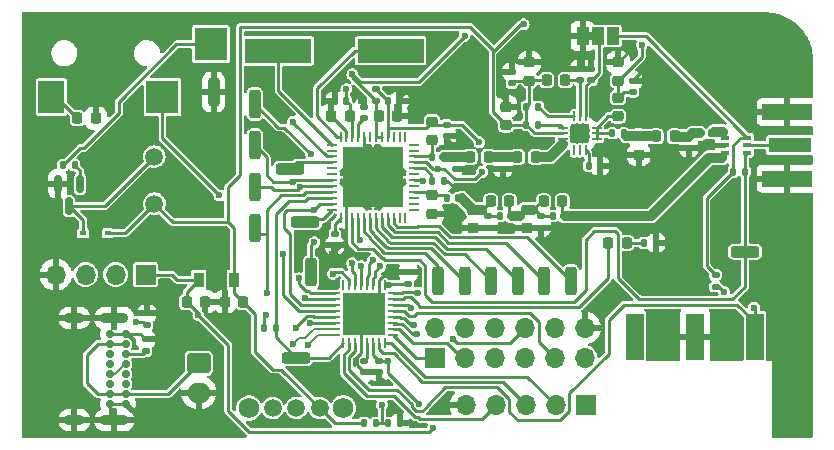
<source format=gbr>
%TF.GenerationSoftware,KiCad,Pcbnew,(6.0.1)*%
%TF.CreationDate,2022-09-15T14:00:08-04:00*%
%TF.ProjectId,bpcw-hardware,62706377-2d68-4617-9264-776172652e6b,rev?*%
%TF.SameCoordinates,Original*%
%TF.FileFunction,Copper,L1,Top*%
%TF.FilePolarity,Positive*%
%FSLAX46Y46*%
G04 Gerber Fmt 4.6, Leading zero omitted, Abs format (unit mm)*
G04 Created by KiCad (PCBNEW (6.0.1)) date 2022-09-15 14:00:08*
%MOMM*%
%LPD*%
G01*
G04 APERTURE LIST*
G04 Aperture macros list*
%AMRoundRect*
0 Rectangle with rounded corners*
0 $1 Rounding radius*
0 $2 $3 $4 $5 $6 $7 $8 $9 X,Y pos of 4 corners*
0 Add a 4 corners polygon primitive as box body*
4,1,4,$2,$3,$4,$5,$6,$7,$8,$9,$2,$3,0*
0 Add four circle primitives for the rounded corners*
1,1,$1+$1,$2,$3*
1,1,$1+$1,$4,$5*
1,1,$1+$1,$6,$7*
1,1,$1+$1,$8,$9*
0 Add four rect primitives between the rounded corners*
20,1,$1+$1,$2,$3,$4,$5,0*
20,1,$1+$1,$4,$5,$6,$7,0*
20,1,$1+$1,$6,$7,$8,$9,0*
20,1,$1+$1,$8,$9,$2,$3,0*%
%AMFreePoly0*
4,1,9,3.862500,-0.866500,0.737500,-0.866500,0.737500,-0.450000,-0.737500,-0.450000,-0.737500,0.450000,0.737500,0.450000,0.737500,0.866500,3.862500,0.866500,3.862500,-0.866500,3.862500,-0.866500,$1*%
G04 Aperture macros list end*
%TA.AperFunction,SMDPad,CuDef*%
%ADD10RoundRect,0.218750X-0.218750X-0.256250X0.218750X-0.256250X0.218750X0.256250X-0.218750X0.256250X0*%
%TD*%
%TA.AperFunction,ComponentPad*%
%ADD11C,1.750000*%
%TD*%
%TA.AperFunction,ComponentPad*%
%ADD12C,1.500000*%
%TD*%
%TA.AperFunction,SMDPad,CuDef*%
%ADD13RoundRect,0.140000X-0.170000X0.140000X-0.170000X-0.140000X0.170000X-0.140000X0.170000X0.140000X0*%
%TD*%
%TA.AperFunction,SMDPad,CuDef*%
%ADD14RoundRect,0.225000X-0.250000X0.225000X-0.250000X-0.225000X0.250000X-0.225000X0.250000X0.225000X0*%
%TD*%
%TA.AperFunction,SMDPad,CuDef*%
%ADD15RoundRect,0.062500X-0.350000X-0.062500X0.350000X-0.062500X0.350000X0.062500X-0.350000X0.062500X0*%
%TD*%
%TA.AperFunction,SMDPad,CuDef*%
%ADD16RoundRect,0.062500X-0.062500X-0.350000X0.062500X-0.350000X0.062500X0.350000X-0.062500X0.350000X0*%
%TD*%
%TA.AperFunction,ComponentPad*%
%ADD17C,0.500000*%
%TD*%
%TA.AperFunction,SMDPad,CuDef*%
%ADD18R,1.600000X1.600000*%
%TD*%
%TA.AperFunction,SMDPad,CuDef*%
%ADD19RoundRect,0.218750X0.256250X-0.218750X0.256250X0.218750X-0.256250X0.218750X-0.256250X-0.218750X0*%
%TD*%
%TA.AperFunction,SMDPad,CuDef*%
%ADD20RoundRect,0.135000X-0.135000X-0.185000X0.135000X-0.185000X0.135000X0.185000X-0.135000X0.185000X0*%
%TD*%
%TA.AperFunction,SMDPad,CuDef*%
%ADD21RoundRect,0.140000X0.170000X-0.140000X0.170000X0.140000X-0.170000X0.140000X-0.170000X-0.140000X0*%
%TD*%
%TA.AperFunction,SMDPad,CuDef*%
%ADD22RoundRect,0.062500X0.337500X0.062500X-0.337500X0.062500X-0.337500X-0.062500X0.337500X-0.062500X0*%
%TD*%
%TA.AperFunction,SMDPad,CuDef*%
%ADD23RoundRect,0.062500X0.062500X0.337500X-0.062500X0.337500X-0.062500X-0.337500X0.062500X-0.337500X0*%
%TD*%
%TA.AperFunction,SMDPad,CuDef*%
%ADD24R,3.600000X3.600000*%
%TD*%
%TA.AperFunction,SMDPad,CuDef*%
%ADD25RoundRect,0.140000X0.140000X0.170000X-0.140000X0.170000X-0.140000X-0.170000X0.140000X-0.170000X0*%
%TD*%
%TA.AperFunction,ComponentPad*%
%ADD26RoundRect,0.250000X-0.750000X0.600000X-0.750000X-0.600000X0.750000X-0.600000X0.750000X0.600000X0*%
%TD*%
%TA.AperFunction,ComponentPad*%
%ADD27O,2.000000X1.700000*%
%TD*%
%TA.AperFunction,ComponentPad*%
%ADD28R,1.700000X1.700000*%
%TD*%
%TA.AperFunction,ComponentPad*%
%ADD29O,1.700000X1.700000*%
%TD*%
%TA.AperFunction,SMDPad,CuDef*%
%ADD30R,2.200000X2.800000*%
%TD*%
%TA.AperFunction,SMDPad,CuDef*%
%ADD31R,2.800000X2.800000*%
%TD*%
%TA.AperFunction,SMDPad,CuDef*%
%ADD32RoundRect,0.237500X0.237500X-0.987500X0.237500X0.987500X-0.237500X0.987500X-0.237500X-0.987500X0*%
%TD*%
%TA.AperFunction,SMDPad,CuDef*%
%ADD33RoundRect,0.150000X-0.150000X0.587500X-0.150000X-0.587500X0.150000X-0.587500X0.150000X0.587500X0*%
%TD*%
%TA.AperFunction,SMDPad,CuDef*%
%ADD34R,5.600000X2.100000*%
%TD*%
%TA.AperFunction,SMDPad,CuDef*%
%ADD35R,0.600000X0.450000*%
%TD*%
%TA.AperFunction,SMDPad,CuDef*%
%ADD36RoundRect,0.225000X0.225000X0.250000X-0.225000X0.250000X-0.225000X-0.250000X0.225000X-0.250000X0*%
%TD*%
%TA.AperFunction,SMDPad,CuDef*%
%ADD37R,0.650000X0.400000*%
%TD*%
%TA.AperFunction,SMDPad,CuDef*%
%ADD38R,3.600000X1.270000*%
%TD*%
%TA.AperFunction,SMDPad,CuDef*%
%ADD39R,4.200000X1.350000*%
%TD*%
%TA.AperFunction,SMDPad,CuDef*%
%ADD40RoundRect,0.237500X-0.987500X-0.237500X0.987500X-0.237500X0.987500X0.237500X-0.987500X0.237500X0*%
%TD*%
%TA.AperFunction,SMDPad,CuDef*%
%ADD41RoundRect,0.218750X-0.256250X0.218750X-0.256250X-0.218750X0.256250X-0.218750X0.256250X0.218750X0*%
%TD*%
%TA.AperFunction,SMDPad,CuDef*%
%ADD42RoundRect,0.135000X0.185000X-0.135000X0.185000X0.135000X-0.185000X0.135000X-0.185000X-0.135000X0*%
%TD*%
%TA.AperFunction,SMDPad,CuDef*%
%ADD43RoundRect,0.135000X0.135000X0.185000X-0.135000X0.185000X-0.135000X-0.185000X0.135000X-0.185000X0*%
%TD*%
%TA.AperFunction,SMDPad,CuDef*%
%ADD44RoundRect,0.237500X-0.237500X0.987500X-0.237500X-0.987500X0.237500X-0.987500X0.237500X0.987500X0*%
%TD*%
%TA.AperFunction,SMDPad,CuDef*%
%ADD45RoundRect,0.218750X0.218750X0.256250X-0.218750X0.256250X-0.218750X-0.256250X0.218750X-0.256250X0*%
%TD*%
%TA.AperFunction,SMDPad,CuDef*%
%ADD46RoundRect,0.062500X0.375000X0.062500X-0.375000X0.062500X-0.375000X-0.062500X0.375000X-0.062500X0*%
%TD*%
%TA.AperFunction,SMDPad,CuDef*%
%ADD47RoundRect,0.062500X0.062500X0.375000X-0.062500X0.375000X-0.062500X-0.375000X0.062500X-0.375000X0*%
%TD*%
%TA.AperFunction,SMDPad,CuDef*%
%ADD48R,5.100000X5.100000*%
%TD*%
%TA.AperFunction,SMDPad,CuDef*%
%ADD49RoundRect,0.237500X0.987500X0.237500X-0.987500X0.237500X-0.987500X-0.237500X0.987500X-0.237500X0*%
%TD*%
%TA.AperFunction,SMDPad,CuDef*%
%ADD50RoundRect,0.225000X-0.225000X-0.250000X0.225000X-0.250000X0.225000X0.250000X-0.225000X0.250000X0*%
%TD*%
%TA.AperFunction,SMDPad,CuDef*%
%ADD51R,0.900000X1.300000*%
%TD*%
%TA.AperFunction,SMDPad,CuDef*%
%ADD52FreePoly0,90.000000*%
%TD*%
%TA.AperFunction,SMDPad,CuDef*%
%ADD53RoundRect,0.140000X-0.140000X-0.170000X0.140000X-0.170000X0.140000X0.170000X-0.140000X0.170000X0*%
%TD*%
%TA.AperFunction,SMDPad,CuDef*%
%ADD54R,1.500000X4.000000*%
%TD*%
%TA.AperFunction,ComponentPad*%
%ADD55C,0.700000*%
%TD*%
%TA.AperFunction,ComponentPad*%
%ADD56O,2.400000X0.900000*%
%TD*%
%TA.AperFunction,ComponentPad*%
%ADD57O,1.700000X0.900000*%
%TD*%
%TA.AperFunction,SMDPad,CuDef*%
%ADD58R,1.000000X1.500000*%
%TD*%
%TA.AperFunction,SMDPad,CuDef*%
%ADD59RoundRect,0.135000X-0.185000X0.135000X-0.185000X-0.135000X0.185000X-0.135000X0.185000X0.135000X0*%
%TD*%
%TA.AperFunction,ViaPad*%
%ADD60C,0.600000*%
%TD*%
%TA.AperFunction,ViaPad*%
%ADD61C,0.800000*%
%TD*%
%TA.AperFunction,Conductor*%
%ADD62C,0.250000*%
%TD*%
%TA.AperFunction,Conductor*%
%ADD63C,0.849003*%
%TD*%
%TA.AperFunction,Conductor*%
%ADD64C,0.293370*%
%TD*%
%TA.AperFunction,Conductor*%
%ADD65C,0.200000*%
%TD*%
G04 APERTURE END LIST*
%TO.C,JP3*%
G36*
X166400000Y-80300000D02*
G01*
X165900000Y-80300000D01*
X165900000Y-79700000D01*
X166400000Y-79700000D01*
X166400000Y-80300000D01*
G37*
%TD*%
D10*
%TO.P,L5,1*%
%TO.N,Net-(C12-Pad2)*%
X157712500Y-94000000D03*
%TO.P,L5,2*%
%TO.N,Net-(C17-Pad1)*%
X159287500Y-94000000D03*
%TD*%
D11*
%TO.P,SW1,*%
%TO.N,*%
X145230583Y-111485437D03*
X137250000Y-111500000D03*
D12*
%TO.P,SW1,1,A*%
%TO.N,unconnected-(SW1-Pad1)*%
X139250000Y-111500000D03*
%TO.P,SW1,2,B*%
%TO.N,Net-(BT1-Pad1)*%
X141250000Y-111500000D03*
%TO.P,SW1,3,C*%
%TO.N,+5V*%
X143250000Y-111500000D03*
%TD*%
%TO.P,LS1,1,1*%
%TO.N,+5V*%
X129250000Y-94200000D03*
%TO.P,LS1,2,2*%
%TO.N,Net-(D2-Pad2)*%
X129230583Y-90219417D03*
%TD*%
D13*
%TO.P,C23,1*%
%TO.N,GND*%
X159500000Y-83020000D03*
%TO.P,C23,2*%
%TO.N,+5V*%
X159500000Y-83980000D03*
%TD*%
D14*
%TO.P,C26,1*%
%TO.N,GND*%
X159000000Y-85975000D03*
%TO.P,C26,2*%
%TO.N,+5V*%
X159000000Y-87525000D03*
%TD*%
D15*
%TO.P,U4,1,VBA1*%
%TO.N,Net-(R11-Pad2)*%
X163812500Y-87750000D03*
%TO.P,U4,2,VBIAS*%
%TO.N,+5V*%
X163812500Y-88250000D03*
%TO.P,U4,3,RF_IN*%
%TO.N,Net-(L7-Pad2)*%
X163812500Y-88750000D03*
D16*
%TO.P,U4,4,NC*%
%TO.N,unconnected-(U4-Pad4)*%
X164750000Y-89687500D03*
%TO.P,U4,5,NC*%
%TO.N,unconnected-(U4-Pad5)*%
X165250000Y-89687500D03*
%TO.P,U4,6,PDET*%
%TO.N,Net-(C27-Pad2)*%
X165750000Y-89687500D03*
D15*
%TO.P,U4,7,VCC2/RFOUT*%
%TO.N,Net-(C28-Pad1)*%
X166687500Y-88750000D03*
%TO.P,U4,8,VCC2/RFOUT*%
X166687500Y-88250000D03*
%TO.P,U4,9,VCC2/RFOUT*%
X166687500Y-87750000D03*
D16*
%TO.P,U4,10,POWER_DOWN*%
%TO.N,Net-(C21-Pad2)*%
X165750000Y-86812500D03*
%TO.P,U4,11,VCC1*%
%TO.N,Net-(C25-Pad2)*%
X165250000Y-86812500D03*
%TO.P,U4,12,VBA2*%
%TO.N,Net-(R12-Pad2)*%
X164750000Y-86812500D03*
D17*
%TO.P,U4,13,GND*%
%TO.N,GND*%
X165250000Y-88250000D03*
X164700000Y-88250000D03*
X164700000Y-88800000D03*
X164700000Y-87700000D03*
D18*
X165250000Y-88250000D03*
D17*
X165250000Y-88800000D03*
X165800000Y-88250000D03*
X165250000Y-87700000D03*
X165800000Y-87700000D03*
X165800000Y-88800000D03*
%TD*%
D19*
%TO.P,L11,1*%
%TO.N,GND*%
X170250000Y-90037500D03*
%TO.P,L11,2*%
%TO.N,Net-(C28-Pad2)*%
X170250000Y-88462500D03*
%TD*%
D20*
%TO.P,R1,1*%
%TO.N,+5V*%
X146990000Y-112750000D03*
%TO.P,R1,2*%
%TO.N,/IO10*%
X148010000Y-112750000D03*
%TD*%
D14*
%TO.P,C30,1*%
%TO.N,GND*%
X168500000Y-82225000D03*
%TO.P,C30,2*%
%TO.N,+5V*%
X168500000Y-83775000D03*
%TD*%
D10*
%TO.P,L8,1*%
%TO.N,Net-(C17-Pad1)*%
X162212500Y-94000000D03*
%TO.P,L8,2*%
%TO.N,Net-(C19-Pad1)*%
X163787500Y-94000000D03*
%TD*%
%TO.P,L9,1*%
%TO.N,+5V*%
X162462500Y-83750000D03*
%TO.P,L9,2*%
%TO.N,Net-(C25-Pad2)*%
X164037500Y-83750000D03*
%TD*%
D21*
%TO.P,C2,1*%
%TO.N,GND*%
X148250000Y-108480000D03*
%TO.P,C2,2*%
%TO.N,+3V3*%
X148250000Y-107520000D03*
%TD*%
D22*
%TO.P,U1,1,PA00*%
%TO.N,/IO1*%
X149450000Y-105300000D03*
%TO.P,U1,2,PA01*%
%TO.N,/IO2*%
X149450000Y-104800000D03*
%TO.P,U1,3,PA02*%
%TO.N,/IO3*%
X149450000Y-104300000D03*
%TO.P,U1,4,PA03*%
%TO.N,/IO4*%
X149450000Y-103800000D03*
%TO.P,U1,5,PA04*%
%TO.N,/IO5*%
X149450000Y-103300000D03*
%TO.P,U1,6,PA05*%
%TO.N,Net-(J1-PadT)*%
X149450000Y-102800000D03*
%TO.P,U1,7,PA06*%
%TO.N,Net-(D1-Pad2)*%
X149450000Y-102300000D03*
%TO.P,U1,8,PA07*%
%TO.N,/IO6*%
X149450000Y-101800000D03*
D23*
%TO.P,U1,9,VDDANA*%
%TO.N,+3V3*%
X148750000Y-101100000D03*
%TO.P,U1,10,GND*%
%TO.N,GND*%
X148250000Y-101100000D03*
%TO.P,U1,11,PA08*%
%TO.N,/IO7*%
X147750000Y-101100000D03*
%TO.P,U1,12,PA09*%
%TO.N,/IO8*%
X147250000Y-101100000D03*
%TO.P,U1,13,PA10*%
%TO.N,/IO9*%
X146750000Y-101100000D03*
%TO.P,U1,14,PA11*%
%TO.N,/IO10*%
X146250000Y-101100000D03*
%TO.P,U1,15,PA14*%
%TO.N,/RESET*%
X145750000Y-101100000D03*
%TO.P,U1,16,PA15*%
%TO.N,/IO11*%
X145250000Y-101100000D03*
D22*
%TO.P,U1,17,PA16*%
%TO.N,/TMDI*%
X144550000Y-101800000D03*
%TO.P,U1,18,PA17*%
%TO.N,/SCK*%
X144550000Y-102300000D03*
%TO.P,U1,19,PA18*%
%TO.N,/CS*%
X144550000Y-102800000D03*
%TO.P,U1,20,PA19*%
%TO.N,/TMDO*%
X144550000Y-103300000D03*
%TO.P,U1,21,PA22*%
%TO.N,/RX*%
X144550000Y-103800000D03*
%TO.P,U1,22,PA23*%
%TO.N,/TX*%
X144550000Y-104300000D03*
%TO.P,U1,23,PA24*%
%TO.N,/USB_D-*%
X144550000Y-104800000D03*
%TO.P,U1,24,PA25*%
%TO.N,/USB_D+*%
X144550000Y-105300000D03*
D23*
%TO.P,U1,25,PA27*%
%TO.N,/DEM*%
X145250000Y-106000000D03*
%TO.P,U1,26,~{RESET}*%
%TO.N,/~{uC_RST}*%
X145750000Y-106000000D03*
%TO.P,U1,27,PA28*%
%TO.N,Net-(R4-Pad2)*%
X146250000Y-106000000D03*
%TO.P,U1,28,GND*%
%TO.N,GND*%
X146750000Y-106000000D03*
%TO.P,U1,29,VDDCORE*%
%TO.N,Net-(C4-Pad2)*%
X147250000Y-106000000D03*
%TO.P,U1,30,VDDIN*%
%TO.N,+3V3*%
X147750000Y-106000000D03*
%TO.P,U1,31,PA30*%
%TO.N,/SWCLK*%
X148250000Y-106000000D03*
%TO.P,U1,32,PA31*%
%TO.N,/SWDIO*%
X148750000Y-106000000D03*
D24*
%TO.P,U1,33,EP*%
%TO.N,GND*%
X147000000Y-103550000D03*
%TD*%
D25*
%TO.P,C15,1*%
%TO.N,Net-(C15-Pad1)*%
X153730000Y-90250000D03*
%TO.P,C15,2*%
%TO.N,Net-(C15-Pad2)*%
X152770000Y-90250000D03*
%TD*%
D26*
%TO.P,BT1,1,+*%
%TO.N,Net-(BT1-Pad1)*%
X133000000Y-107700000D03*
D27*
%TO.P,BT1,2,-*%
%TO.N,GND*%
X133000000Y-110200000D03*
%TD*%
D25*
%TO.P,C10,1*%
%TO.N,GND*%
X149980000Y-85500000D03*
%TO.P,C10,2*%
%TO.N,/AVCC*%
X149020000Y-85500000D03*
%TD*%
D21*
%TO.P,C6,1*%
%TO.N,GND*%
X157500000Y-96230000D03*
%TO.P,C6,2*%
%TO.N,Net-(C12-Pad2)*%
X157500000Y-95270000D03*
%TD*%
D13*
%TO.P,C16,1*%
%TO.N,Net-(C15-Pad1)*%
X154750000Y-90270000D03*
%TO.P,C16,2*%
%TO.N,GND*%
X154750000Y-91230000D03*
%TD*%
D28*
%TO.P,J2,1,Pin_1*%
%TO.N,+3V3*%
X128500000Y-100200000D03*
D29*
%TO.P,J2,2,Pin_2*%
%TO.N,/TX*%
X125960000Y-100200000D03*
%TO.P,J2,3,Pin_3*%
%TO.N,/RX*%
X123420000Y-100200000D03*
%TO.P,J2,4,Pin_4*%
%TO.N,GND*%
X120880000Y-100200000D03*
%TD*%
D19*
%TO.P,L3,1*%
%TO.N,GND*%
X156250000Y-96287500D03*
%TO.P,L3,2*%
%TO.N,Net-(C12-Pad2)*%
X156250000Y-94712500D03*
%TD*%
D13*
%TO.P,C1,1*%
%TO.N,GND*%
X150750000Y-100000000D03*
%TO.P,C1,2*%
%TO.N,+3V3*%
X150750000Y-100960000D03*
%TD*%
D30*
%TO.P,J1,S*%
%TO.N,Net-(C33-Pad2)*%
X120525000Y-85150000D03*
D31*
%TO.P,J1,T*%
%TO.N,Net-(J1-PadT)*%
X129925000Y-85150000D03*
%TO.P,J1,TN*%
%TO.N,Net-(J1-PadTN)*%
X134025000Y-80700000D03*
%TD*%
D32*
%TO.P,TP5,1,1*%
%TO.N,Net-(TP5-Pad1)*%
X155500000Y-100750000D03*
%TD*%
D21*
%TO.P,C4,1*%
%TO.N,GND*%
X147000000Y-108480000D03*
%TO.P,C4,2*%
%TO.N,Net-(C4-Pad2)*%
X147000000Y-107520000D03*
%TD*%
D32*
%TO.P,TP6,1,1*%
%TO.N,Net-(TP6-Pad1)*%
X153250000Y-100750000D03*
%TD*%
D25*
%TO.P,C32,1*%
%TO.N,Net-(C32-Pad1)*%
X176380000Y-88250000D03*
%TO.P,C32,2*%
%TO.N,Net-(C31-Pad1)*%
X175420000Y-88250000D03*
%TD*%
D33*
%TO.P,Q1,1,B*%
%TO.N,Net-(Q1-Pad1)*%
X122950000Y-92512500D03*
%TO.P,Q1,2,E*%
%TO.N,GND*%
X121050000Y-92512500D03*
%TO.P,Q1,3,C*%
%TO.N,Net-(D2-Pad2)*%
X122000000Y-94387500D03*
%TD*%
D25*
%TO.P,C19,1*%
%TO.N,Net-(C19-Pad1)*%
X163980000Y-95250000D03*
%TO.P,C19,2*%
%TO.N,Net-(C17-Pad1)*%
X163020000Y-95250000D03*
%TD*%
D13*
%TO.P,C25,1*%
%TO.N,GND*%
X165250000Y-82770000D03*
%TO.P,C25,2*%
%TO.N,Net-(C25-Pad2)*%
X165250000Y-83730000D03*
%TD*%
D34*
%TO.P,Y1,1,1*%
%TO.N,Net-(U3-Pad25)*%
X139750000Y-81250000D03*
%TO.P,Y1,2,2*%
%TO.N,Net-(U3-Pad24)*%
X149240292Y-81245146D03*
%TD*%
D35*
%TO.P,D2,1,K*%
%TO.N,+5V*%
X125300000Y-96700000D03*
%TO.P,D2,2,A*%
%TO.N,Net-(D2-Pad2)*%
X123200000Y-96700000D03*
%TD*%
D20*
%TO.P,R12,1*%
%TO.N,+5V*%
X160740000Y-86000000D03*
%TO.P,R12,2*%
%TO.N,Net-(R12-Pad2)*%
X161760000Y-86000000D03*
%TD*%
D25*
%TO.P,C27,1*%
%TO.N,GND*%
X166960000Y-91000000D03*
%TO.P,C27,2*%
%TO.N,Net-(C27-Pad2)*%
X166000000Y-91000000D03*
%TD*%
D32*
%TO.P,TP12,1,1*%
%TO.N,/TMDI*%
X137750000Y-92750000D03*
%TD*%
D13*
%TO.P,C18,1*%
%TO.N,Net-(C18-Pad1)*%
X158750000Y-90270000D03*
%TO.P,C18,2*%
%TO.N,GND*%
X158750000Y-91230000D03*
%TD*%
D36*
%TO.P,C33,1*%
%TO.N,GND*%
X124275000Y-86950000D03*
%TO.P,C33,2*%
%TO.N,Net-(C33-Pad2)*%
X122725000Y-86950000D03*
%TD*%
D20*
%TO.P,R10,1*%
%TO.N,Net-(D1-Pad1)*%
X170702500Y-97500000D03*
%TO.P,R10,2*%
%TO.N,GND*%
X171722500Y-97500000D03*
%TD*%
D37*
%TO.P,U5,1,RF1*%
%TO.N,Net-(C32-Pad1)*%
X177550000Y-88600000D03*
%TO.P,U5,2,GND*%
%TO.N,GND*%
X177550000Y-89250000D03*
%TO.P,U5,3,RF2*%
%TO.N,Net-(C19-Pad1)*%
X177550000Y-89900000D03*
%TO.P,U5,4,V2*%
%TO.N,/RFS*%
X179450000Y-89900000D03*
%TO.P,U5,5,RFC*%
%TO.N,Net-(J6-Pad1)*%
X179450000Y-89250000D03*
%TO.P,U5,6,V1*%
%TO.N,+3V3*%
X179450000Y-88600000D03*
%TD*%
D38*
%TO.P,J6,1,In*%
%TO.N,Net-(J6-Pad1)*%
X183037500Y-89250000D03*
D39*
%TO.P,J6,2,Ext*%
%TO.N,GND*%
X182837500Y-86425000D03*
X182837500Y-92075000D03*
%TD*%
D40*
%TO.P,TP10,1,1*%
%TO.N,/RESET*%
X140750000Y-91250000D03*
%TD*%
D41*
%TO.P,L2,1*%
%TO.N,/AVCC*%
X152750000Y-87250000D03*
%TO.P,L2,2*%
%TO.N,Net-(C15-Pad2)*%
X152750000Y-88825000D03*
%TD*%
D42*
%TO.P,R9,1*%
%TO.N,Net-(J5-PadB5)*%
X128600000Y-104510000D03*
%TO.P,R9,2*%
%TO.N,GND*%
X128600000Y-103490000D03*
%TD*%
D10*
%TO.P,L7,1*%
%TO.N,Net-(C18-Pad1)*%
X159962500Y-90250000D03*
%TO.P,L7,2*%
%TO.N,Net-(L7-Pad2)*%
X161537500Y-90250000D03*
%TD*%
D36*
%TO.P,C5,1*%
%TO.N,GND*%
X133525000Y-102500000D03*
%TO.P,C5,2*%
%TO.N,+3V3*%
X131975000Y-102500000D03*
%TD*%
D42*
%TO.P,JP2,1,A*%
%TO.N,+3V3*%
X148000000Y-85510000D03*
%TO.P,JP2,2,B*%
%TO.N,/AVCC*%
X148000000Y-84490000D03*
%TD*%
D43*
%TO.P,R6,1*%
%TO.N,GND*%
X153760000Y-92250000D03*
%TO.P,R6,2*%
%TO.N,Net-(R6-Pad2)*%
X152740000Y-92250000D03*
%TD*%
D20*
%TO.P,R7,1*%
%TO.N,+3V3*%
X138490000Y-104750000D03*
%TO.P,R7,2*%
%TO.N,/DEM*%
X139510000Y-104750000D03*
%TD*%
D14*
%TO.P,C24,1*%
%TO.N,GND*%
X161000000Y-82225000D03*
%TO.P,C24,2*%
%TO.N,+5V*%
X161000000Y-83775000D03*
%TD*%
D25*
%TO.P,C17,1*%
%TO.N,Net-(C17-Pad1)*%
X159480000Y-95250000D03*
%TO.P,C17,2*%
%TO.N,Net-(C12-Pad2)*%
X158520000Y-95250000D03*
%TD*%
D10*
%TO.P,L4,1*%
%TO.N,Net-(C15-Pad1)*%
X155962500Y-90250000D03*
%TO.P,L4,2*%
%TO.N,Net-(C18-Pad1)*%
X157537500Y-90250000D03*
%TD*%
D44*
%TO.P,TP13,1,1*%
%TO.N,/SCK*%
X137750000Y-96250000D03*
%TD*%
D20*
%TO.P,R2,1*%
%TO.N,/IO10*%
X148990000Y-112750000D03*
%TO.P,R2,2*%
%TO.N,GND*%
X150010000Y-112750000D03*
%TD*%
D44*
%TO.P,TP1,1,1*%
%TO.N,Net-(JP1-Pad1)*%
X142500000Y-100000000D03*
%TD*%
D13*
%TO.P,C21,1*%
%TO.N,GND*%
X166250000Y-82770000D03*
%TO.P,C21,2*%
%TO.N,Net-(C21-Pad2)*%
X166250000Y-83730000D03*
%TD*%
D45*
%TO.P,L12,1*%
%TO.N,Net-(C31-Pad1)*%
X173287500Y-88500000D03*
%TO.P,L12,2*%
%TO.N,Net-(C28-Pad2)*%
X171712500Y-88500000D03*
%TD*%
D42*
%TO.P,R8,1*%
%TO.N,Net-(J5-PadA5)*%
X128500000Y-106710000D03*
%TO.P,R8,2*%
%TO.N,GND*%
X128500000Y-105690000D03*
%TD*%
D28*
%TO.P,J4,1,Pin_1*%
%TO.N,/IO1*%
X153000000Y-107250000D03*
D29*
%TO.P,J4,2,Pin_2*%
%TO.N,/IO6*%
X153000000Y-104710000D03*
%TO.P,J4,3,Pin_3*%
%TO.N,/IO2*%
X155540000Y-107250000D03*
%TO.P,J4,4,Pin_4*%
%TO.N,/IO7*%
X155540000Y-104710000D03*
%TO.P,J4,5,Pin_5*%
%TO.N,/IO3*%
X158080000Y-107250000D03*
%TO.P,J4,6,Pin_6*%
%TO.N,/IO8*%
X158080000Y-104710000D03*
%TO.P,J4,7,Pin_7*%
%TO.N,/IO4*%
X160620000Y-107250000D03*
%TO.P,J4,8,Pin_8*%
%TO.N,/IO9*%
X160620000Y-104710000D03*
%TO.P,J4,9,Pin_9*%
%TO.N,/IO5*%
X163160000Y-107250000D03*
%TO.P,J4,10,Pin_10*%
%TO.N,/IO10*%
X163160000Y-104710000D03*
%TO.P,J4,11,Pin_11*%
%TO.N,+3V3*%
X165700000Y-107250000D03*
%TO.P,J4,12,Pin_12*%
%TO.N,GND*%
X165700000Y-104710000D03*
%TD*%
D40*
%TO.P,TP9,1,1*%
%TO.N,Net-(TP9-Pad1)*%
X142000000Y-95750000D03*
%TD*%
D32*
%TO.P,TP3,1,1*%
%TO.N,Net-(TP3-Pad1)*%
X160000000Y-100750000D03*
%TD*%
D20*
%TO.P,R5,1*%
%TO.N,Net-(J1-PadTN)*%
X121490000Y-90950000D03*
%TO.P,R5,2*%
%TO.N,Net-(Q1-Pad1)*%
X122510000Y-90950000D03*
%TD*%
D19*
%TO.P,L10,1*%
%TO.N,Net-(C28-Pad1)*%
X168500000Y-86787500D03*
%TO.P,L10,2*%
%TO.N,+5V*%
X168500000Y-85212500D03*
%TD*%
D46*
%TO.P,U3,1,NC*%
%TO.N,unconnected-(U3-Pad1)*%
X151187500Y-94700000D03*
%TO.P,U3,2,NC*%
%TO.N,unconnected-(U3-Pad2)*%
X151187500Y-94200000D03*
%TO.P,U3,3,NC*%
%TO.N,unconnected-(U3-Pad3)*%
X151187500Y-93700000D03*
%TO.P,U3,4,RF_IN*%
%TO.N,Net-(C12-Pad1)*%
X151187500Y-93200000D03*
%TO.P,U3,5,NC*%
%TO.N,unconnected-(U3-Pad5)*%
X151187500Y-92700000D03*
%TO.P,U3,6,433_~{868}*%
%TO.N,/AVCC*%
X151187500Y-92200000D03*
%TO.P,U3,7,NC*%
%TO.N,unconnected-(U3-Pad7)*%
X151187500Y-91700000D03*
%TO.P,U3,8,R_PWR*%
%TO.N,Net-(R6-Pad2)*%
X151187500Y-91200000D03*
%TO.P,U3,9,PWR_H*%
%TO.N,/AVCC*%
X151187500Y-90700000D03*
%TO.P,U3,10,RF_OUTRF*%
%TO.N,Net-(C15-Pad2)*%
X151187500Y-90200000D03*
%TO.P,U3,11,NC*%
%TO.N,unconnected-(U3-Pad11)*%
X151187500Y-89700000D03*
%TO.P,U3,12,NC*%
%TO.N,unconnected-(U3-Pad12)*%
X151187500Y-89200000D03*
D47*
%TO.P,U3,13,NC*%
%TO.N,unconnected-(U3-Pad13)*%
X150500000Y-88512500D03*
%TO.P,U3,14,NC*%
%TO.N,unconnected-(U3-Pad14)*%
X150000000Y-88512500D03*
%TO.P,U3,15,NC*%
%TO.N,unconnected-(U3-Pad15)*%
X149500000Y-88512500D03*
%TO.P,U3,16,AVCC*%
%TO.N,/AVCC*%
X149000000Y-88512500D03*
%TO.P,U3,17,VS2*%
%TO.N,+3V3*%
X148500000Y-88512500D03*
%TO.P,U3,18,VS1*%
X148000000Y-88512500D03*
%TO.P,U3,19,VAUX*%
%TO.N,unconnected-(U3-Pad19)*%
X147500000Y-88512500D03*
%TO.P,U3,20,TEST1*%
%TO.N,GND*%
X147000000Y-88512500D03*
%TO.P,U3,21,DVCC*%
%TO.N,Net-(C11-Pad2)*%
X146500000Y-88512500D03*
%TO.P,U3,22,VSOUT*%
%TO.N,Net-(C13-Pad2)*%
X146000000Y-88512500D03*
%TO.P,U3,23,TEST2*%
%TO.N,GND*%
X145500000Y-88512500D03*
%TO.P,U3,24,XTAL1*%
%TO.N,Net-(U3-Pad24)*%
X145000000Y-88512500D03*
D46*
%TO.P,U3,25,XTAL2*%
%TO.N,Net-(U3-Pad25)*%
X144312500Y-89200000D03*
%TO.P,U3,26,NC*%
%TO.N,unconnected-(U3-Pad26)*%
X144312500Y-89700000D03*
%TO.P,U3,27,VSINT*%
%TO.N,Net-(C13-Pad2)*%
X144312500Y-90200000D03*
%TO.P,U3,28,~{RESET}*%
%TO.N,/RESET*%
X144312500Y-90700000D03*
%TO.P,U3,29,IRQ*%
%TO.N,unconnected-(U3-Pad29)*%
X144312500Y-91200000D03*
%TO.P,U3,30,CLK*%
%TO.N,unconnected-(U3-Pad30)*%
X144312500Y-91700000D03*
%TO.P,U3,31,SDO_TMDO*%
%TO.N,/TMDO*%
X144312500Y-92200000D03*
%TO.P,U3,32,SDI_TMDI*%
%TO.N,/TMDI*%
X144312500Y-92700000D03*
%TO.P,U3,33,SCK*%
%TO.N,/SCK*%
X144312500Y-93200000D03*
%TO.P,U3,34,DEM_OUT*%
%TO.N,/DEM*%
X144312500Y-93700000D03*
%TO.P,U3,35,CS*%
%TO.N,/CS*%
X144312500Y-94200000D03*
%TO.P,U3,36,RSSI*%
%TO.N,Net-(TP9-Pad1)*%
X144312500Y-94700000D03*
D47*
%TO.P,U3,37,CDEM*%
%TO.N,Net-(C8-Pad2)*%
X145000000Y-95387500D03*
%TO.P,U3,38,RX_TX2*%
%TO.N,GND*%
X145500000Y-95387500D03*
%TO.P,U3,39,RX_TX1*%
%TO.N,/RFS*%
X146000000Y-95387500D03*
%TO.P,U3,40,PWR_ON*%
%TO.N,Net-(JP1-Pad1)*%
X146500000Y-95387500D03*
%TO.P,U3,41,T5*%
%TO.N,Net-(TP6-Pad1)*%
X147000000Y-95387500D03*
%TO.P,U3,42,T4*%
%TO.N,Net-(TP5-Pad1)*%
X147500000Y-95387500D03*
%TO.P,U3,43,T3*%
%TO.N,Net-(TP4-Pad1)*%
X148000000Y-95387500D03*
%TO.P,U3,44,T2*%
%TO.N,Net-(TP3-Pad1)*%
X148500000Y-95387500D03*
%TO.P,U3,45,T1*%
%TO.N,Net-(TP2-Pad1)*%
X149000000Y-95387500D03*
%TO.P,U3,46,RX_ACTIVE*%
%TO.N,Net-(TP7-Pad1)*%
X149500000Y-95387500D03*
%TO.P,U3,47,NC*%
%TO.N,unconnected-(U3-Pad47)*%
X150000000Y-95387500D03*
%TO.P,U3,48,NC*%
%TO.N,unconnected-(U3-Pad48)*%
X150500000Y-95387500D03*
D17*
%TO.P,U3,49,EPAD*%
%TO.N,GND*%
X145450000Y-92716667D03*
X145450000Y-89650000D03*
X146983333Y-92716667D03*
D48*
X147750000Y-91950000D03*
D17*
X146983333Y-89650000D03*
X150050000Y-94250000D03*
X145450000Y-94250000D03*
X150050000Y-92716667D03*
X145450000Y-91183333D03*
X148516667Y-94250000D03*
X146983333Y-91183333D03*
X148516667Y-91183333D03*
X150050000Y-89650000D03*
X146983333Y-94250000D03*
X150050000Y-91183333D03*
X148516667Y-92716667D03*
X148516667Y-89650000D03*
%TD*%
D40*
%TO.P,TP8,1,1*%
%TO.N,/DEM*%
X141250000Y-107250000D03*
%TD*%
D49*
%TO.P,TP11,1,1*%
%TO.N,/RFS*%
X179250000Y-98250000D03*
%TD*%
D45*
%TO.P,D1,1,K*%
%TO.N,Net-(D1-Pad1)*%
X169250000Y-97500000D03*
%TO.P,D1,2,A*%
%TO.N,Net-(D1-Pad2)*%
X167675000Y-97500000D03*
%TD*%
D28*
%TO.P,J3,1,Pin_1*%
%TO.N,+3V3*%
X165750000Y-111250000D03*
D29*
%TO.P,J3,2,Pin_2*%
%TO.N,/SWDIO*%
X163210000Y-111250000D03*
%TO.P,J3,3,Pin_3*%
%TO.N,/SWCLK*%
X160670000Y-111250000D03*
%TO.P,J3,4,Pin_4*%
%TO.N,/~{uC_RST}*%
X158130000Y-111250000D03*
%TO.P,J3,5,Pin_5*%
%TO.N,GND*%
X155590000Y-111250000D03*
%TD*%
D13*
%TO.P,C31,1*%
%TO.N,Net-(C31-Pad1)*%
X174500000Y-88520000D03*
%TO.P,C31,2*%
%TO.N,GND*%
X174500000Y-89480000D03*
%TD*%
D50*
%TO.P,C7,1*%
%TO.N,+3V3*%
X148225000Y-86750000D03*
%TO.P,C7,2*%
%TO.N,GND*%
X149775000Y-86750000D03*
%TD*%
D51*
%TO.P,U2,1,VOUT*%
%TO.N,+3V3*%
X133000000Y-100650000D03*
D52*
%TO.P,U2,2,GND*%
%TO.N,GND*%
X134500000Y-100562500D03*
D51*
%TO.P,U2,3,VIN*%
%TO.N,+5V*%
X136000000Y-100650000D03*
%TD*%
D32*
%TO.P,TP4,1,1*%
%TO.N,Net-(TP4-Pad1)*%
X157750000Y-100750000D03*
%TD*%
D21*
%TO.P,C14,1*%
%TO.N,GND*%
X154000000Y-88480000D03*
%TO.P,C14,2*%
%TO.N,/AVCC*%
X154000000Y-87520000D03*
%TD*%
D32*
%TO.P,TP15,1,1*%
%TO.N,/TMDO*%
X137750000Y-89250000D03*
%TD*%
D19*
%TO.P,L6,1*%
%TO.N,GND*%
X160750000Y-96287500D03*
%TO.P,L6,2*%
%TO.N,Net-(C17-Pad1)*%
X160750000Y-94712500D03*
%TD*%
D53*
%TO.P,C12,1*%
%TO.N,Net-(C12-Pad1)*%
X154000000Y-93750000D03*
%TO.P,C12,2*%
%TO.N,Net-(C12-Pad2)*%
X154960000Y-93750000D03*
%TD*%
D21*
%TO.P,C8,1*%
%TO.N,GND*%
X144500000Y-97730000D03*
%TO.P,C8,2*%
%TO.N,Net-(C8-Pad2)*%
X144500000Y-96770000D03*
%TD*%
D32*
%TO.P,TP7,1,1*%
%TO.N,Net-(TP7-Pad1)*%
X164500000Y-100750000D03*
%TD*%
D53*
%TO.P,C28,1*%
%TO.N,Net-(C28-Pad1)*%
X168020000Y-88250000D03*
%TO.P,C28,2*%
%TO.N,Net-(C28-Pad2)*%
X168980000Y-88250000D03*
%TD*%
D32*
%TO.P,TP16,1,1*%
%TO.N,GND*%
X134250000Y-84750000D03*
%TD*%
D50*
%TO.P,C3,1*%
%TO.N,GND*%
X135225000Y-102500000D03*
%TO.P,C3,2*%
%TO.N,+5V*%
X136775000Y-102500000D03*
%TD*%
D20*
%TO.P,R11,1*%
%TO.N,+5V*%
X160740000Y-87500000D03*
%TO.P,R11,2*%
%TO.N,Net-(R11-Pad2)*%
X161760000Y-87500000D03*
%TD*%
D32*
%TO.P,TP14,1,1*%
%TO.N,/CS*%
X137750000Y-85750000D03*
%TD*%
D50*
%TO.P,C9,1*%
%TO.N,GND*%
X144225000Y-86750000D03*
%TO.P,C9,2*%
%TO.N,Net-(C13-Pad2)*%
X145775000Y-86750000D03*
%TD*%
D19*
%TO.P,L1,1*%
%TO.N,GND*%
X152750000Y-95037500D03*
%TO.P,L1,2*%
%TO.N,Net-(C12-Pad1)*%
X152750000Y-93462500D03*
%TD*%
D21*
%TO.P,C20,1*%
%TO.N,GND*%
X162000000Y-96230000D03*
%TO.P,C20,2*%
%TO.N,Net-(C17-Pad1)*%
X162000000Y-95270000D03*
%TD*%
D20*
%TO.P,R13,1*%
%TO.N,+3V3*%
X178240000Y-91500000D03*
%TO.P,R13,2*%
%TO.N,/RFS*%
X179260000Y-91500000D03*
%TD*%
D54*
%TO.P,SW2,1,A*%
%TO.N,unconnected-(SW2-Pad1)*%
X169920000Y-105487500D03*
%TO.P,SW2,2,B*%
%TO.N,Net-(R4-Pad2)*%
X180080000Y-105487500D03*
%TO.P,SW2,3,C*%
%TO.N,GND*%
X175000000Y-105487500D03*
%TD*%
D55*
%TO.P,J5,A1,GND*%
%TO.N,GND*%
X126825000Y-105225000D03*
%TO.P,J5,A4,VBUS*%
%TO.N,Net-(BT1-Pad1)*%
X126825000Y-106075000D03*
%TO.P,J5,A5,CC1*%
%TO.N,Net-(J5-PadA5)*%
X126825000Y-106925000D03*
%TO.P,J5,A6,D+*%
%TO.N,/USB_D+*%
X126825000Y-107775000D03*
%TO.P,J5,A7,D-*%
%TO.N,/USB_D-*%
X126825000Y-108625000D03*
%TO.P,J5,A8,SBU1*%
%TO.N,unconnected-(J5-PadA8)*%
X126825000Y-109475000D03*
%TO.P,J5,A9,VBUS*%
%TO.N,Net-(BT1-Pad1)*%
X126825000Y-110325000D03*
%TO.P,J5,A12,GND*%
%TO.N,GND*%
X126825000Y-111175000D03*
%TO.P,J5,B1,GND*%
X125475000Y-111175000D03*
%TO.P,J5,B4,VBUS*%
%TO.N,Net-(BT1-Pad1)*%
X125475000Y-110325000D03*
%TO.P,J5,B5,CC2*%
%TO.N,Net-(J5-PadB5)*%
X125475000Y-109475000D03*
%TO.P,J5,B6,D+*%
%TO.N,/USB_D+*%
X125475000Y-108625000D03*
%TO.P,J5,B7,D-*%
%TO.N,/USB_D-*%
X125475000Y-107775000D03*
%TO.P,J5,B8,SBU2*%
%TO.N,unconnected-(J5-PadB8)*%
X125475000Y-106925000D03*
%TO.P,J5,B9,VBUS*%
%TO.N,Net-(BT1-Pad1)*%
X125475000Y-106075000D03*
%TO.P,J5,B12,GND*%
%TO.N,GND*%
X125475000Y-105225000D03*
D56*
%TO.P,J5,S1,SHIELD*%
X125845000Y-112525000D03*
X125845000Y-103875000D03*
D57*
X122465000Y-112525000D03*
X122465000Y-103875000D03*
%TD*%
D53*
%TO.P,C13,1*%
%TO.N,GND*%
X144520000Y-85500000D03*
%TO.P,C13,2*%
%TO.N,Net-(C13-Pad2)*%
X145480000Y-85500000D03*
%TD*%
D13*
%TO.P,C29,1*%
%TO.N,GND*%
X169750000Y-83770000D03*
%TO.P,C29,2*%
%TO.N,+5V*%
X169750000Y-84730000D03*
%TD*%
%TO.P,C11,1*%
%TO.N,GND*%
X147000000Y-86020000D03*
%TO.P,C11,2*%
%TO.N,Net-(C11-Pad2)*%
X147000000Y-86980000D03*
%TD*%
D58*
%TO.P,JP3,1,A*%
%TO.N,GND*%
X165500000Y-80000000D03*
%TO.P,JP3,2,C*%
%TO.N,Net-(C21-Pad2)*%
X166800000Y-80000000D03*
%TO.P,JP3,3,B*%
%TO.N,+3V3*%
X168100000Y-80000000D03*
%TD*%
D32*
%TO.P,TP2,1,1*%
%TO.N,Net-(TP2-Pad1)*%
X162250000Y-100750000D03*
%TD*%
D59*
%TO.P,R4,1*%
%TO.N,+3V3*%
X176750000Y-100205000D03*
%TO.P,R4,2*%
%TO.N,Net-(R4-Pad2)*%
X176750000Y-101225000D03*
%TD*%
D60*
%TO.N,GND*%
X169750000Y-96250000D03*
X172500000Y-99500000D03*
X178000000Y-83000000D03*
X170500000Y-78750000D03*
X156250000Y-85500000D03*
X177177203Y-96794026D03*
X180500000Y-84250000D03*
X175000000Y-100250000D03*
X178000000Y-93750000D03*
X171250000Y-85500000D03*
X156500000Y-83750000D03*
X168250000Y-90250000D03*
X168750000Y-92250000D03*
X178750000Y-85500000D03*
X165250000Y-96174001D03*
X169500000Y-81250000D03*
X171000000Y-99000000D03*
X162750000Y-91750000D03*
X176250000Y-84250000D03*
X170500000Y-83000000D03*
X154500000Y-89250000D03*
X153250000Y-80250000D03*
X162000000Y-89000000D03*
X166000000Y-94000000D03*
X155500000Y-91500000D03*
X174000000Y-81750000D03*
X158750000Y-92000000D03*
X172000000Y-83250000D03*
X154750000Y-83500000D03*
X162500000Y-80750000D03*
X180750000Y-101000000D03*
X147750000Y-104500000D03*
X174250000Y-85250000D03*
X158250000Y-88750000D03*
X156750000Y-93000000D03*
X174250000Y-90750000D03*
X167750000Y-102000000D03*
X177000000Y-95250000D03*
X139500000Y-86000000D03*
X175750000Y-92500000D03*
X172750000Y-96000000D03*
X160500000Y-91500000D03*
X175000000Y-93750000D03*
X182500000Y-82250000D03*
X169000000Y-94000000D03*
X144000000Y-108750000D03*
X167250000Y-92000000D03*
X158500000Y-85000000D03*
X160000000Y-88750000D03*
X156250000Y-86750000D03*
X148500000Y-109250000D03*
X144250000Y-81000000D03*
X174500000Y-96000000D03*
X146750000Y-85500000D03*
X181750000Y-94500000D03*
X182000000Y-97500000D03*
X146250000Y-102750000D03*
X172750000Y-80000000D03*
X171000000Y-92750000D03*
X141583821Y-89966998D03*
X166250000Y-82000000D03*
X140500000Y-112750000D03*
X164000000Y-90750000D03*
X151286927Y-112875500D03*
X172750000Y-91750000D03*
X150500000Y-84750000D03*
X173750000Y-94750000D03*
X174250000Y-98500000D03*
X154743375Y-92945106D03*
X174000000Y-86750000D03*
D61*
X154750000Y-95750000D03*
D60*
X177500000Y-104750000D03*
X163500000Y-81750000D03*
X144250000Y-98500000D03*
X139500000Y-89000000D03*
X156750000Y-81250000D03*
X163250000Y-85000000D03*
X159500000Y-81750000D03*
%TO.N,+3V3*%
X146000000Y-83250000D03*
X132967303Y-103625499D03*
X155500000Y-80000000D03*
X138717303Y-103625500D03*
X149000000Y-107500000D03*
X168000000Y-80000000D03*
X152800490Y-113199510D03*
X149130567Y-101124501D03*
X151683411Y-111124500D03*
%TO.N,+5V*%
X170500000Y-80750000D03*
X160500000Y-79000000D03*
%TO.N,Net-(C13-Pad2)*%
X145500000Y-84500000D03*
X141000000Y-87250000D03*
%TO.N,/AVCC*%
X151970500Y-92250000D03*
X153250000Y-91250000D03*
X157000000Y-91500000D03*
X156750000Y-89000000D03*
%TO.N,/TX*%
X142432995Y-104334402D03*
%TO.N,/RX*%
X141250000Y-104750000D03*
%TO.N,/IO6*%
X151572010Y-101749390D03*
%TO.N,/IO7*%
X148381565Y-99490234D03*
%TO.N,/IO3*%
X151506219Y-105257337D03*
%TO.N,/IO8*%
X147750000Y-99000000D03*
%TO.N,/IO4*%
X151250000Y-104500002D03*
%TO.N,/IO9*%
X146750000Y-99500000D03*
X154537407Y-105654230D03*
%TO.N,/IO10*%
X145991525Y-99247175D03*
X148500000Y-111250000D03*
%TO.N,/USB_D+*%
X142251152Y-106143080D03*
%TO.N,/USB_D-*%
X140987670Y-106099500D03*
%TO.N,Net-(J5-PadB5)*%
X127700000Y-104200000D03*
%TO.N,Net-(JP1-Pad1)*%
X142794275Y-97460120D03*
X146674011Y-97275500D03*
%TO.N,Net-(R4-Pad2)*%
X177491903Y-101675989D03*
X180000000Y-103000000D03*
%TO.N,/RESET*%
X144363439Y-100136561D03*
X140750000Y-91250000D03*
%TO.N,/TMDI*%
X141500000Y-100500000D03*
X141590028Y-92813310D03*
%TO.N,/SCK*%
X138750000Y-101750000D03*
X142000000Y-102186381D03*
%TO.N,/CS*%
X142750000Y-94750000D03*
X142500000Y-90000000D03*
%TO.N,/TMDO*%
X140125500Y-98467303D03*
X140957498Y-92324320D03*
%TO.N,Net-(J1-PadT)*%
X151000000Y-103000000D03*
X134750000Y-93500000D03*
%TD*%
D62*
%TO.N,Net-(J5-PadB5)*%
X128290000Y-104200000D02*
X127700000Y-104200000D01*
X128600000Y-104510000D02*
X128290000Y-104200000D01*
D63*
%TO.N,Net-(C31-Pad1)*%
X175420000Y-88250000D02*
X174770000Y-88250000D01*
D64*
%TO.N,Net-(C32-Pad1)*%
X176380000Y-88250000D02*
X176530000Y-88100000D01*
X176530000Y-88100000D02*
X176600000Y-88100000D01*
D63*
X177400000Y-88100000D02*
X176600000Y-88100000D01*
D64*
%TO.N,Net-(C19-Pad1)*%
X177550000Y-90050000D02*
X177300000Y-90300000D01*
D63*
X176200000Y-90300000D02*
X177300000Y-90300000D01*
D64*
X177550000Y-89900000D02*
X177550000Y-90050000D01*
D63*
X171250000Y-95250000D02*
X176200000Y-90300000D01*
X163980000Y-95250000D02*
X171250000Y-95250000D01*
D64*
%TO.N,Net-(C32-Pad1)*%
X177550000Y-88600000D02*
X177550000Y-88250000D01*
X177550000Y-88250000D02*
X177400000Y-88100000D01*
D62*
%TO.N,Net-(BT1-Pad1)*%
X123500000Y-109394974D02*
X123500000Y-107005026D01*
X123500000Y-107005026D02*
X124430026Y-106075000D01*
X130375000Y-110325000D02*
X124430026Y-110325000D01*
X124430026Y-110325000D02*
X123500000Y-109394974D01*
X124430026Y-106075000D02*
X126825000Y-106075000D01*
X133000000Y-107700000D02*
X130375000Y-110325000D01*
%TO.N,GND*%
X128035000Y-105225000D02*
X128500000Y-105690000D01*
X125475000Y-105225000D02*
X128035000Y-105225000D01*
X144225000Y-86750000D02*
X144225000Y-85795000D01*
X168525000Y-82225000D02*
X169500000Y-81250000D01*
X147000000Y-103750000D02*
X147750000Y-104500000D01*
X159000000Y-85975000D02*
X159000000Y-85500000D01*
X153760000Y-92250000D02*
X154048269Y-92250000D01*
X146365480Y-107852410D02*
X146993070Y-108480000D01*
X147000000Y-86020000D02*
X147000000Y-85750000D01*
X146993070Y-108480000D02*
X147000000Y-108480000D01*
X147000000Y-108480000D02*
X148250000Y-108480000D01*
X155287500Y-96287500D02*
X154750000Y-95750000D01*
X168500000Y-82225000D02*
X168525000Y-82225000D01*
X154000000Y-88480000D02*
X154000000Y-88750000D01*
X148250000Y-109000000D02*
X148500000Y-109250000D01*
X166960000Y-91710000D02*
X167250000Y-92000000D01*
X169750000Y-83750000D02*
X170500000Y-83000000D01*
X125475000Y-112525000D02*
X125475000Y-111175000D01*
X171722500Y-98722500D02*
X172500000Y-99500000D01*
X148250000Y-100667662D02*
X148347540Y-100570122D01*
X147000000Y-85750000D02*
X146750000Y-85500000D01*
X159000000Y-85500000D02*
X158500000Y-85000000D01*
X148347540Y-100570122D02*
X148347539Y-100555133D01*
X159975000Y-82225000D02*
X159500000Y-81750000D01*
X145500000Y-94300000D02*
X145450000Y-94250000D01*
X169750000Y-83770000D02*
X169750000Y-83750000D01*
X133525000Y-102500000D02*
X135225000Y-102500000D01*
X125475000Y-111175000D02*
X126825000Y-111175000D01*
X144225000Y-85795000D02*
X144520000Y-85500000D01*
X147000000Y-103550000D02*
X147000000Y-103750000D01*
X145500000Y-95387500D02*
X145500000Y-97250000D01*
X145500000Y-88512500D02*
X145500000Y-88025000D01*
X148250000Y-101100000D02*
X148250000Y-100667662D01*
X166960000Y-91000000D02*
X166960000Y-91710000D01*
X147000000Y-88512500D02*
X147000000Y-89633333D01*
X146750000Y-106000000D02*
X146750000Y-103800000D01*
X149775000Y-86750000D02*
X149775000Y-85705000D01*
X146750000Y-106803070D02*
X146365480Y-107187590D01*
X154048269Y-92250000D02*
X154743375Y-92945106D01*
X150010000Y-112750000D02*
X151161427Y-112750000D01*
X148250000Y-102300000D02*
X147000000Y-103550000D01*
X166250000Y-82770000D02*
X166250000Y-82000000D01*
X149775000Y-85705000D02*
X149980000Y-85500000D01*
X146750000Y-103800000D02*
X147000000Y-103550000D01*
X121915000Y-112525000D02*
X125475000Y-112525000D01*
X165500000Y-80000000D02*
X165500000Y-82520000D01*
X156250000Y-96287500D02*
X155287500Y-96287500D01*
X171722500Y-97500000D02*
X171722500Y-98722500D01*
X147000000Y-103500000D02*
X146250000Y-102750000D01*
X155230000Y-91230000D02*
X155500000Y-91500000D01*
X148347539Y-100555133D02*
X148902672Y-100000000D01*
X144250000Y-98500000D02*
X144250000Y-97980000D01*
X144250000Y-97980000D02*
X144500000Y-97730000D01*
X148902672Y-100000000D02*
X150750000Y-100000000D01*
X147000000Y-89633333D02*
X146983333Y-89650000D01*
X149980000Y-85500000D02*
X149980000Y-85270000D01*
X154750000Y-91230000D02*
X155230000Y-91230000D01*
X145500000Y-95387500D02*
X145500000Y-94300000D01*
X145500000Y-88025000D02*
X144225000Y-86750000D01*
X148250000Y-108480000D02*
X148250000Y-109000000D01*
X147000000Y-103550000D02*
X147000000Y-103500000D01*
X146750000Y-106000000D02*
X146750000Y-106803070D01*
X158750000Y-91230000D02*
X158750000Y-92000000D01*
X161000000Y-82225000D02*
X159975000Y-82225000D01*
X154000000Y-88750000D02*
X154500000Y-89250000D01*
X165500000Y-82520000D02*
X165250000Y-82770000D01*
X148250000Y-101100000D02*
X148250000Y-102300000D01*
X149980000Y-85270000D02*
X150500000Y-84750000D01*
X146365480Y-107187590D02*
X146365480Y-107852410D01*
X151161427Y-112750000D02*
X151286927Y-112875500D01*
X145500000Y-97250000D02*
X144250000Y-98500000D01*
%TO.N,+3V3*%
X146645480Y-83895480D02*
X146000000Y-83250000D01*
X178240000Y-89235000D02*
X178240000Y-91500000D01*
X155500000Y-80000000D02*
X151604520Y-83895480D01*
X131975000Y-101675000D02*
X133000000Y-100650000D01*
X148890000Y-100960000D02*
X148750000Y-101100000D01*
X168100000Y-80000000D02*
X168000000Y-80000000D01*
X148980000Y-107520000D02*
X149000000Y-107500000D01*
X132967303Y-103492303D02*
X131975000Y-102500000D01*
X152500000Y-113500000D02*
X152800490Y-113199510D01*
X147750000Y-106000000D02*
X147750000Y-107020000D01*
X128500000Y-100200000D02*
X130725000Y-100200000D01*
X132975000Y-103617802D02*
X132967303Y-103625499D01*
X147750000Y-107020000D02*
X148250000Y-107520000D01*
X148000000Y-85510000D02*
X146000000Y-83510000D01*
X148250000Y-107520000D02*
X148980000Y-107520000D01*
X150750000Y-100960000D02*
X148890000Y-100960000D01*
X132967303Y-103625499D02*
X132967303Y-103492303D01*
X137250000Y-113500000D02*
X152500000Y-113500000D01*
X148000000Y-88512500D02*
X148000000Y-86975000D01*
X138490000Y-104750000D02*
X138490000Y-103852803D01*
X176000000Y-93740000D02*
X176000000Y-96500000D01*
X135500000Y-111750000D02*
X137250000Y-113500000D01*
X149000000Y-108500000D02*
X151624500Y-111124500D01*
X168100000Y-80000000D02*
X170850000Y-80000000D01*
X179450000Y-88600000D02*
X178875000Y-88600000D01*
X176000000Y-99455000D02*
X176000000Y-96500000D01*
X146000000Y-83510000D02*
X146000000Y-83250000D01*
X148500000Y-88512500D02*
X148000000Y-88512500D01*
X132967303Y-103625499D02*
X135500000Y-106158196D01*
X148000000Y-86975000D02*
X148225000Y-86750000D01*
X178240000Y-91500000D02*
X176000000Y-93740000D01*
X151604520Y-83895480D02*
X146645480Y-83895480D01*
X148000000Y-85510000D02*
X148000000Y-86525000D01*
X131975000Y-102500000D02*
X131975000Y-101675000D01*
X130725000Y-100200000D02*
X131175000Y-100650000D01*
X149000000Y-107500000D02*
X149000000Y-108500000D01*
X131175000Y-100650000D02*
X133000000Y-100650000D01*
X170850000Y-80000000D02*
X179450000Y-88600000D01*
X148000000Y-86525000D02*
X148225000Y-86750000D01*
X135500000Y-106158196D02*
X135500000Y-111750000D01*
X178875000Y-88600000D02*
X178240000Y-89235000D01*
X151624500Y-111124500D02*
X151683411Y-111124500D01*
X176750000Y-100205000D02*
X176000000Y-99455000D01*
X138490000Y-103852803D02*
X138717303Y-103625500D01*
%TO.N,+5V*%
X136775000Y-102500000D02*
X137775000Y-103500000D01*
X137775000Y-106775000D02*
X139250000Y-108250000D01*
X156000000Y-79250000D02*
X158000000Y-81250000D01*
X159000000Y-87525000D02*
X157875499Y-86400499D01*
X130800000Y-95750000D02*
X135500000Y-95750000D01*
X169750000Y-84730000D02*
X168982500Y-84730000D01*
X135500000Y-92750000D02*
X135500000Y-95750000D01*
X160715000Y-87525000D02*
X160740000Y-87500000D01*
X136000000Y-96250000D02*
X136000000Y-101725000D01*
X136500000Y-79250000D02*
X156000000Y-79250000D01*
X129250000Y-94200000D02*
X130800000Y-95750000D01*
X137775000Y-103500000D02*
X137775000Y-106775000D01*
X157875499Y-81374501D02*
X158000000Y-81250000D01*
X160250000Y-79000000D02*
X160500000Y-79000000D01*
X168500000Y-85212500D02*
X168500000Y-83775000D01*
X135500000Y-95750000D02*
X136000000Y-96250000D01*
X144730184Y-112750000D02*
X144500000Y-112750000D01*
X159000000Y-87525000D02*
X160715000Y-87525000D01*
X161000000Y-83775000D02*
X159705000Y-83775000D01*
X157875499Y-86400499D02*
X157875499Y-81374501D01*
X144500000Y-112750000D02*
X143250000Y-111500000D01*
X160740000Y-86000000D02*
X160740000Y-87500000D01*
X163812500Y-88250000D02*
X161490000Y-88250000D01*
X168982500Y-84730000D02*
X168500000Y-85212500D01*
X161025000Y-83750000D02*
X161000000Y-83775000D01*
X161000000Y-83775000D02*
X161000000Y-85740000D01*
X158000000Y-81250000D02*
X160250000Y-79000000D01*
X126750000Y-96700000D02*
X129250000Y-94200000D01*
X136500000Y-91750000D02*
X136500000Y-79250000D01*
X170500000Y-80750000D02*
X170500000Y-81775000D01*
X125300000Y-96700000D02*
X126750000Y-96700000D01*
X136000000Y-101725000D02*
X136775000Y-102500000D01*
X161490000Y-88250000D02*
X160740000Y-87500000D01*
X139250000Y-108250000D02*
X140000000Y-108250000D01*
X140000000Y-108250000D02*
X143250000Y-111500000D01*
X170500000Y-81775000D02*
X168500000Y-83775000D01*
X144730184Y-112750000D02*
X146990000Y-112750000D01*
X162462500Y-83750000D02*
X161025000Y-83750000D01*
X161000000Y-85740000D02*
X160740000Y-86000000D01*
X159705000Y-83775000D02*
X159500000Y-83980000D01*
X135500000Y-92750000D02*
X136500000Y-91750000D01*
X136000000Y-100650000D02*
X136000000Y-101725000D01*
%TO.N,Net-(C4-Pad2)*%
X147250000Y-107270000D02*
X147250000Y-106000000D01*
X147000000Y-107520000D02*
X147250000Y-107270000D01*
%TO.N,Net-(C8-Pad2)*%
X144500000Y-95887500D02*
X144500000Y-96770000D01*
X145000000Y-95387500D02*
X144500000Y-95887500D01*
%TO.N,Net-(C13-Pad2)*%
X141000000Y-87372328D02*
X141000000Y-87250000D01*
X144312500Y-90200000D02*
X143827672Y-90200000D01*
X146000000Y-86975000D02*
X145775000Y-86750000D01*
X145775000Y-86750000D02*
X145775000Y-85795000D01*
X143827672Y-90200000D02*
X141000000Y-87372328D01*
X145500000Y-85480000D02*
X145480000Y-85500000D01*
X145775000Y-85795000D02*
X145480000Y-85500000D01*
X146000000Y-88512500D02*
X146000000Y-86975000D01*
X145500000Y-84500000D02*
X145500000Y-85480000D01*
%TO.N,/AVCC*%
X154677571Y-92124501D02*
X156375499Y-92124501D01*
X152253070Y-90700000D02*
X152803070Y-91250000D01*
X152750000Y-87250000D02*
X152250000Y-87750000D01*
X151187500Y-90700000D02*
X152253070Y-90700000D01*
X149020000Y-85500000D02*
X149010000Y-85500000D01*
X152250000Y-87750000D02*
X149000000Y-87750000D01*
X153803070Y-91250000D02*
X154677571Y-92124501D01*
X156375499Y-92124501D02*
X157000000Y-91500000D01*
X154000000Y-87520000D02*
X153020000Y-87520000D01*
X151920500Y-92200000D02*
X151970500Y-92250000D01*
X149000000Y-85520000D02*
X149000000Y-87750000D01*
X153020000Y-87520000D02*
X152750000Y-87250000D01*
X149020000Y-85500000D02*
X149000000Y-85520000D01*
X152803070Y-91250000D02*
X153803070Y-91250000D01*
X151187500Y-92200000D02*
X151920500Y-92200000D01*
X154000000Y-87520000D02*
X155270000Y-87520000D01*
X149000000Y-87750000D02*
X149000000Y-88512500D01*
X155270000Y-87520000D02*
X156750000Y-89000000D01*
X149010000Y-85500000D02*
X148000000Y-84490000D01*
%TO.N,Net-(C11-Pad2)*%
X146500000Y-87480000D02*
X147000000Y-86980000D01*
X146500000Y-88512500D02*
X146500000Y-87480000D01*
D64*
%TO.N,Net-(C12-Pad1)*%
X153712500Y-93462500D02*
X154000000Y-93750000D01*
X151187500Y-93200000D02*
X152487500Y-93200000D01*
X152750000Y-93462500D02*
X153712500Y-93462500D01*
X152487500Y-93200000D02*
X152750000Y-93462500D01*
D63*
%TO.N,Net-(C12-Pad2)*%
X155287500Y-93750000D02*
X156250000Y-94712500D01*
X156250000Y-94712500D02*
X157000000Y-94712500D01*
D64*
X157000000Y-94712500D02*
X157712500Y-94000000D01*
X158520000Y-95250000D02*
X157520000Y-95250000D01*
X157520000Y-95250000D02*
X157500000Y-95270000D01*
X154960000Y-93750000D02*
X155287500Y-93750000D01*
X157500000Y-95212500D02*
X157000000Y-94712500D01*
X157500000Y-95270000D02*
X157500000Y-95212500D01*
D63*
%TO.N,Net-(C15-Pad1)*%
X155962500Y-90250000D02*
X153730000Y-90250000D01*
D64*
%TO.N,Net-(C15-Pad2)*%
X152750000Y-90230000D02*
X152770000Y-90250000D01*
X152750000Y-88825000D02*
X152750000Y-90230000D01*
X152720000Y-90200000D02*
X151187500Y-90200000D01*
X152770000Y-90250000D02*
X152720000Y-90200000D01*
D63*
%TO.N,Net-(C18-Pad1)*%
X159962500Y-90250000D02*
X157537500Y-90250000D01*
D62*
%TO.N,Net-(C21-Pad2)*%
X166256930Y-83730000D02*
X166884520Y-83102410D01*
X166250000Y-83730000D02*
X166256930Y-83730000D01*
X166884520Y-83102410D02*
X166884520Y-80084520D01*
X165750000Y-86812500D02*
X165750000Y-84230000D01*
X165750000Y-84230000D02*
X166250000Y-83730000D01*
X166884520Y-80084520D02*
X166800000Y-80000000D01*
%TO.N,Net-(C25-Pad2)*%
X165250000Y-86812500D02*
X165250000Y-83730000D01*
X164057500Y-83730000D02*
X164037500Y-83750000D01*
X165250000Y-83730000D02*
X164057500Y-83730000D01*
%TO.N,Net-(C27-Pad2)*%
X166000000Y-89937500D02*
X165750000Y-89687500D01*
X166000000Y-91000000D02*
X166000000Y-89937500D01*
D63*
%TO.N,Net-(C28-Pad2)*%
X170250000Y-88462500D02*
X169192500Y-88462500D01*
X171712500Y-88500000D02*
X170287500Y-88500000D01*
D64*
X170287500Y-88500000D02*
X170250000Y-88462500D01*
X169192500Y-88462500D02*
X168980000Y-88250000D01*
%TO.N,Net-(C31-Pad1)*%
X173307500Y-88520000D02*
X173287500Y-88500000D01*
X174770000Y-88250000D02*
X174500000Y-88520000D01*
D63*
X174500000Y-88520000D02*
X173307500Y-88520000D01*
D62*
%TO.N,Net-(C33-Pad2)*%
X120525000Y-85150000D02*
X120925000Y-85150000D01*
X120925000Y-85150000D02*
X122725000Y-86950000D01*
%TO.N,Net-(D1-Pad1)*%
X170702500Y-97500000D02*
X169250000Y-97500000D01*
D64*
%TO.N,Net-(C17-Pad1)*%
X161287500Y-94712500D02*
X161442500Y-94712500D01*
X162212500Y-94000000D02*
X162000000Y-94000000D01*
X162000000Y-94000000D02*
X161287500Y-94712500D01*
X159287500Y-95057500D02*
X159480000Y-95250000D01*
X161442500Y-94712500D02*
X162000000Y-95270000D01*
X159287500Y-94000000D02*
X159287500Y-95057500D01*
X163000000Y-95270000D02*
X163020000Y-95250000D01*
D63*
X159480000Y-95250000D02*
X160212500Y-95250000D01*
D64*
X162000000Y-95270000D02*
X163000000Y-95270000D01*
D63*
X160750000Y-94712500D02*
X161287500Y-94712500D01*
D64*
X160212500Y-95250000D02*
X160750000Y-94712500D01*
%TO.N,Net-(C19-Pad1)*%
X163787500Y-94000000D02*
X163787500Y-95057500D01*
X163787500Y-95057500D02*
X163980000Y-95250000D01*
%TO.N,Net-(C28-Pad1)*%
X168020000Y-88250000D02*
X166687500Y-88250000D01*
D62*
X167650000Y-86787500D02*
X166687500Y-87750000D01*
X168500000Y-86787500D02*
X167650000Y-86787500D01*
X166687500Y-87750000D02*
X166687500Y-88750000D01*
%TO.N,Net-(D1-Pad2)*%
X151624501Y-102741322D02*
X151624501Y-102949510D01*
X150491322Y-102125499D02*
X151008678Y-102125499D01*
X167675000Y-100460704D02*
X167675000Y-97500000D01*
X149450000Y-102300000D02*
X150316821Y-102300000D01*
X150316821Y-102300000D02*
X150491322Y-102125499D01*
X151624501Y-102949510D02*
X165186194Y-102949510D01*
X151008678Y-102125499D02*
X151624501Y-102741322D01*
X165186194Y-102949510D02*
X167675000Y-100460704D01*
%TO.N,/TX*%
X142467397Y-104300000D02*
X142432995Y-104334402D01*
X144550000Y-104300000D02*
X142467397Y-104300000D01*
%TO.N,/RX*%
X142781772Y-103800000D02*
X142691673Y-103709901D01*
X144550000Y-103800000D02*
X142781772Y-103800000D01*
X142174317Y-103709901D02*
X141250000Y-104634218D01*
X141250000Y-104634218D02*
X141250000Y-104750000D01*
X142691673Y-103709901D02*
X142174317Y-103709901D01*
%TO.N,/SWCLK*%
X160670000Y-111250000D02*
X158720489Y-109300489D01*
X149508678Y-106875499D02*
X148627143Y-106875499D01*
X158720489Y-109300489D02*
X151933668Y-109300489D01*
X148627143Y-106875499D02*
X148250000Y-106498356D01*
X148250000Y-106498356D02*
X148250000Y-106000000D01*
X151933668Y-109300489D02*
X149508678Y-106875499D01*
%TO.N,/SWDIO*%
X160810978Y-108850978D02*
X152119861Y-108850978D01*
X163210000Y-111250000D02*
X160810978Y-108850978D01*
X149268883Y-106000000D02*
X148750000Y-106000000D01*
X152119861Y-108850978D02*
X149268883Y-106000000D01*
%TO.N,/~{uC_RST}*%
X145750000Y-106531662D02*
X145750000Y-106000000D01*
X158130000Y-111250000D02*
X156955489Y-112424511D01*
X149540028Y-110500000D02*
X147250000Y-110500000D01*
X156955489Y-112424511D02*
X151719117Y-112424511D01*
X151291027Y-112250999D02*
X149540028Y-110500000D01*
X151719117Y-112424511D02*
X151545605Y-112250999D01*
X145300490Y-108550490D02*
X145300490Y-106981172D01*
X151545605Y-112250999D02*
X151291027Y-112250999D01*
X147250000Y-110500000D02*
X145300490Y-108550490D01*
X145300490Y-106981172D02*
X145750000Y-106531662D01*
%TO.N,/IO1*%
X151400000Y-107250000D02*
X149450000Y-105300000D01*
X153000000Y-107250000D02*
X151400000Y-107250000D01*
%TO.N,/IO6*%
X151318883Y-101800000D02*
X151521400Y-101800000D01*
X151521400Y-101800000D02*
X151572010Y-101749390D01*
X149450000Y-101800000D02*
X150181117Y-101800000D01*
X150305129Y-101675988D02*
X151194872Y-101675989D01*
X150181117Y-101800000D02*
X150305129Y-101675988D01*
X151194872Y-101675989D02*
X151318883Y-101800000D01*
%TO.N,/IO2*%
X155540000Y-107250000D02*
X155250000Y-107250000D01*
X155250000Y-107250000D02*
X154000000Y-106000000D01*
X154000000Y-106000000D02*
X151169607Y-106000000D01*
X149969607Y-104800000D02*
X149450000Y-104800000D01*
X151169607Y-106000000D02*
X149969607Y-104800000D01*
%TO.N,/IO7*%
X147750000Y-101100000D02*
X147750000Y-100531968D01*
X147898022Y-100383946D02*
X147898022Y-99973777D01*
X147750000Y-100531968D02*
X147898022Y-100383946D01*
X147898022Y-99973777D02*
X148381565Y-99490234D01*
%TO.N,/IO3*%
X151100225Y-105257337D02*
X151506219Y-105257337D01*
X150191419Y-104348531D02*
X151100225Y-105257337D01*
X149450000Y-104300000D02*
X149498531Y-104348531D01*
X149498531Y-104348531D02*
X150191419Y-104348531D01*
%TO.N,/IO8*%
X147448511Y-100197753D02*
X147448511Y-99301489D01*
X147250000Y-101100000D02*
X147250000Y-100396264D01*
X147448511Y-99301489D02*
X147750000Y-99000000D01*
X147250000Y-100396264D02*
X147448511Y-100197753D01*
%TO.N,/IO4*%
X149450000Y-103800000D02*
X150028592Y-103800000D01*
X150377613Y-103899021D02*
X150978594Y-104500002D01*
X150127613Y-103899021D02*
X150377613Y-103899021D01*
X150028592Y-103800000D02*
X150127613Y-103899021D01*
X150978594Y-104500002D02*
X151250000Y-104500002D01*
%TO.N,/IO9*%
X160620000Y-104710000D02*
X159330000Y-106000000D01*
X146750000Y-101100000D02*
X146750000Y-99500000D01*
X159330000Y-106000000D02*
X154883177Y-106000000D01*
X154883177Y-106000000D02*
X154537407Y-105654230D01*
%TO.N,/IO5*%
X150813806Y-103699510D02*
X150414296Y-103300000D01*
X163160000Y-107250000D02*
X161794511Y-105884511D01*
X150414296Y-103300000D02*
X149450000Y-103300000D01*
X161007204Y-103436194D02*
X151449510Y-103436194D01*
X161794511Y-104223501D02*
X161007204Y-103436194D01*
X151186194Y-103699510D02*
X150813806Y-103699510D01*
X161794511Y-105884511D02*
X161794511Y-104223501D01*
X151449510Y-103436194D02*
X151186194Y-103699510D01*
%TO.N,/IO10*%
X146250000Y-101100000D02*
X146250000Y-100133179D01*
X145991525Y-99874704D02*
X145991525Y-99247175D01*
X146250000Y-100133179D02*
X145991525Y-99874704D01*
X148990000Y-112750000D02*
X148500000Y-112750000D01*
X148500000Y-112750000D02*
X148010000Y-112750000D01*
X148500000Y-111250000D02*
X148500000Y-112750000D01*
%TO.N,Net-(J5-PadA5)*%
X128285000Y-106925000D02*
X128500000Y-106710000D01*
X126825000Y-106925000D02*
X128285000Y-106925000D01*
D65*
%TO.N,/USB_D+*%
X144550000Y-105300000D02*
X143094232Y-105300000D01*
X143094232Y-105300000D02*
X142251152Y-106143080D01*
X125443548Y-108625000D02*
X125875000Y-108625000D01*
X125875000Y-108625000D02*
X126725000Y-107775000D01*
%TO.N,/USB_D-*%
X142681318Y-104933903D02*
X142663921Y-104933903D01*
X142815221Y-104800000D02*
X142681318Y-104933903D01*
X141998323Y-105599501D02*
X141487669Y-105599501D01*
X144550000Y-104800000D02*
X142815221Y-104800000D01*
X142663921Y-104933903D02*
X141998323Y-105599501D01*
X141487669Y-105599501D02*
X140987670Y-106099500D01*
D62*
%TO.N,Net-(JP1-Pad1)*%
X142500000Y-97754395D02*
X142794275Y-97460120D01*
X146500000Y-97101489D02*
X146674011Y-97275500D01*
X142500000Y-100000000D02*
X142500000Y-97754395D01*
X146500000Y-95387500D02*
X146500000Y-97101489D01*
D63*
%TO.N,Net-(L7-Pad2)*%
X163812500Y-89187500D02*
X162750000Y-90250000D01*
X162750000Y-90250000D02*
X161537500Y-90250000D01*
D64*
X163812500Y-88750000D02*
X163812500Y-89187500D01*
D62*
%TO.N,Net-(D2-Pad2)*%
X123200000Y-96700000D02*
X123200000Y-95587500D01*
X122000000Y-94387500D02*
X125062500Y-94387500D01*
X123200000Y-95587500D02*
X122000000Y-94387500D01*
X125062500Y-94387500D02*
X129230583Y-90219417D01*
%TO.N,Net-(Q1-Pad1)*%
X122510000Y-90950000D02*
X122950000Y-91390000D01*
X122950000Y-91390000D02*
X122950000Y-92512500D01*
%TO.N,Net-(R4-Pad2)*%
X180000000Y-103000000D02*
X180080000Y-103080000D01*
X178592500Y-102750000D02*
X180080000Y-104237500D01*
X167699520Y-106911490D02*
X167699520Y-104050480D01*
X147449511Y-109949511D02*
X149813807Y-109949511D01*
X164384511Y-110226499D02*
X167699520Y-106911490D01*
X145750000Y-107167366D02*
X145750000Y-108250000D01*
X151058910Y-111194614D02*
X151058910Y-111383178D01*
X160000000Y-112500000D02*
X163621010Y-112500000D01*
X159304511Y-110763501D02*
X159304511Y-111804511D01*
X152307912Y-111383178D02*
X152307912Y-111325267D01*
X169000000Y-102750000D02*
X178592500Y-102750000D01*
X153883179Y-109750000D02*
X158291010Y-109750000D01*
X152307912Y-111325267D02*
X153883179Y-109750000D01*
X146250000Y-106000000D02*
X146250000Y-106667366D01*
X176750000Y-101225000D02*
X177040914Y-101225000D01*
X146250000Y-106667366D02*
X145750000Y-107167366D01*
X167699520Y-104050480D02*
X169000000Y-102750000D01*
X158291010Y-109750000D02*
X159304511Y-110763501D01*
X149813807Y-109949511D02*
X151058910Y-111194614D01*
X177040914Y-101225000D02*
X177491903Y-101675989D01*
X151424733Y-111749001D02*
X151942089Y-111749001D01*
X180080000Y-104237500D02*
X180080000Y-105487500D01*
X151058910Y-111383178D02*
X151424733Y-111749001D01*
X151942089Y-111749001D02*
X152307912Y-111383178D01*
X164384511Y-111736499D02*
X164384511Y-110226499D01*
X180080000Y-103080000D02*
X180080000Y-105487500D01*
X145750000Y-108250000D02*
X147449511Y-109949511D01*
X163621010Y-112500000D02*
X164384511Y-111736499D01*
X159304511Y-111804511D02*
X160000000Y-112500000D01*
%TO.N,Net-(R6-Pad2)*%
X152117366Y-91200000D02*
X152667366Y-91750000D01*
X151187500Y-91200000D02*
X152117366Y-91200000D01*
X152667366Y-91750000D02*
X152667366Y-92177366D01*
X152667366Y-92177366D02*
X152740000Y-92250000D01*
%TO.N,/DEM*%
X140664786Y-93949510D02*
X141972711Y-93949510D01*
X141972711Y-93949510D02*
X142222221Y-93700000D01*
X139500999Y-95113297D02*
X140664786Y-93949510D01*
X141250000Y-107250000D02*
X139500999Y-105500999D01*
X142222221Y-93700000D02*
X144312500Y-93700000D01*
X144000000Y-107250000D02*
X141250000Y-107250000D01*
X139500999Y-105500999D02*
X139500999Y-95113297D01*
X145250000Y-106000000D02*
X144000000Y-107250000D01*
%TO.N,Net-(R11-Pad2)*%
X163562500Y-87500000D02*
X163812500Y-87750000D01*
X161760000Y-87500000D02*
X163562500Y-87500000D01*
%TO.N,Net-(R12-Pad2)*%
X164750000Y-86812500D02*
X162572500Y-86812500D01*
X162572500Y-86812500D02*
X161760000Y-86000000D01*
%TO.N,/RFS*%
X179260000Y-91500000D02*
X179260000Y-90090000D01*
X148495838Y-98784087D02*
X148558597Y-98784087D01*
X168487980Y-96737980D02*
X168487980Y-100487980D01*
X147711751Y-98000000D02*
X148495838Y-98784087D01*
X165750000Y-101519816D02*
X165750000Y-97250000D01*
X179250000Y-98250000D02*
X179250000Y-91510000D01*
X165750000Y-97250000D02*
X166500000Y-96500000D01*
X168487980Y-100487980D02*
X170300489Y-102300489D01*
X164769816Y-102500000D02*
X165750000Y-101519816D01*
X152196511Y-101946511D02*
X152750000Y-102500000D01*
X170300489Y-102300489D02*
X178186195Y-102300489D01*
X179250000Y-91510000D02*
X179260000Y-91500000D01*
X168250000Y-96500000D02*
X168487980Y-96737980D01*
X148774510Y-99000000D02*
X151750000Y-99000000D01*
X166500000Y-96500000D02*
X168250000Y-96500000D01*
X148558597Y-98784087D02*
X148774510Y-99000000D01*
X145949511Y-95437989D02*
X145949511Y-97449511D01*
X179250000Y-101236684D02*
X179250000Y-98250000D01*
X151750000Y-99000000D02*
X152196511Y-99446511D01*
X178186195Y-102300489D02*
X179250000Y-101236684D01*
X146500000Y-98000000D02*
X147711751Y-98000000D01*
X146000000Y-95387500D02*
X145949511Y-95437989D01*
X179260000Y-90090000D02*
X179450000Y-89900000D01*
X152196511Y-99446511D02*
X152196511Y-101946511D01*
X145949511Y-97449511D02*
X146500000Y-98000000D01*
X152750000Y-102500000D02*
X164769816Y-102500000D01*
%TO.N,Net-(TP2-Pad1)*%
X153213341Y-96599033D02*
X154114308Y-97500000D01*
X149000000Y-95387500D02*
X149000000Y-96008031D01*
X154114308Y-97500000D02*
X159000000Y-97500000D01*
X149528488Y-96536522D02*
X149590999Y-96599033D01*
X149000000Y-96008031D02*
X149528488Y-96536519D01*
X149528488Y-96536519D02*
X149528488Y-96536522D01*
X159000000Y-97500000D02*
X162250000Y-100750000D01*
X149590999Y-96599033D02*
X153213341Y-96599033D01*
%TO.N,Net-(TP3-Pad1)*%
X148500000Y-95387500D02*
X148500000Y-96143735D01*
X153027147Y-97048543D02*
X154029093Y-98050489D01*
X157300489Y-98050489D02*
X160000000Y-100750000D01*
X149342291Y-96986032D02*
X149404802Y-97048543D01*
X154029093Y-98050489D02*
X157300489Y-98050489D01*
X148500000Y-96143735D02*
X149342291Y-96986026D01*
X149404802Y-97048543D02*
X153027147Y-97048543D01*
X149342291Y-96986026D02*
X149342291Y-96986032D01*
%TO.N,Net-(TP4-Pad1)*%
X155500000Y-98500000D02*
X157750000Y-100750000D01*
X148000000Y-96279439D02*
X149054416Y-97333855D01*
X149218614Y-97498053D02*
X152840953Y-97498053D01*
X152840953Y-97498053D02*
X153842900Y-98500000D01*
X149054416Y-97333855D02*
X149054416Y-97435546D01*
X153842900Y-98500000D02*
X155500000Y-98500000D01*
X149054416Y-97435546D02*
X149156107Y-97435546D01*
X148000000Y-95387500D02*
X148000000Y-96279439D01*
X149156107Y-97435546D02*
X149218614Y-97498053D01*
%TO.N,Net-(TP5-Pad1)*%
X152654748Y-97947564D02*
X149032399Y-97947564D01*
X147500000Y-96441185D02*
X147500000Y-95387500D01*
X147848022Y-96789207D02*
X147500000Y-96441185D01*
X147848022Y-96864850D02*
X147848022Y-96789207D01*
X148969889Y-97885054D02*
X148868231Y-97885059D01*
X148868231Y-97885059D02*
X147848022Y-96864850D01*
X155457184Y-100750000D02*
X152654748Y-97947564D01*
X149032399Y-97947564D02*
X148969889Y-97885054D01*
X155500000Y-100750000D02*
X155457184Y-100750000D01*
%TO.N,Net-(TP6-Pad1)*%
X147000000Y-95387500D02*
X147000000Y-96576889D01*
X147398512Y-97051044D02*
X148682042Y-98334574D01*
X148783717Y-98334574D02*
X148846222Y-98397073D01*
X148682042Y-98334574D02*
X148783717Y-98334574D01*
X152147073Y-98397073D02*
X153250000Y-99500000D01*
X148846222Y-98397073D02*
X152147073Y-98397073D01*
X147000000Y-96576889D02*
X147398512Y-96975401D01*
X147398512Y-96975401D02*
X147398512Y-97051044D01*
X153250000Y-99500000D02*
X153250000Y-100750000D01*
%TO.N,Net-(TP7-Pad1)*%
X149500000Y-95872327D02*
X149777193Y-96149520D01*
X154299532Y-97049520D02*
X160799520Y-97049520D01*
X160799520Y-97049520D02*
X164500000Y-100750000D01*
X149777193Y-96149520D02*
X151467585Y-96149520D01*
X151467585Y-96149520D02*
X151530089Y-96087016D01*
X149500000Y-95387500D02*
X149500000Y-95872327D01*
X153337030Y-96087018D02*
X154299532Y-97049520D01*
X151530089Y-96087016D02*
X153337030Y-96087018D01*
%TO.N,Net-(TP9-Pad1)*%
X143512500Y-95500000D02*
X144312500Y-94700000D01*
X142000000Y-95500000D02*
X143512500Y-95500000D01*
%TO.N,/RESET*%
X141300000Y-90700000D02*
X140750000Y-91250000D01*
X145750000Y-101100000D02*
X145750000Y-100652672D01*
X145097328Y-100000000D02*
X144500000Y-100000000D01*
X144312500Y-90700000D02*
X141300000Y-90700000D01*
X144500000Y-100000000D02*
X144363439Y-100136561D01*
X145750000Y-100652672D02*
X145097328Y-100000000D01*
%TO.N,/TMDI*%
X142496798Y-101800000D02*
X144550000Y-101800000D01*
X142042064Y-101561880D02*
X142258678Y-101561880D01*
X141500000Y-101019816D02*
X142042064Y-101561880D01*
X139114296Y-92750000D02*
X139364296Y-93000000D01*
X141703338Y-92700000D02*
X141590028Y-92813310D01*
X139364296Y-93000000D02*
X141403338Y-93000000D01*
X141500000Y-100500000D02*
X141500000Y-101019816D01*
X142258678Y-101561880D02*
X142496798Y-101800000D01*
X144312500Y-92700000D02*
X141703338Y-92700000D01*
X141403338Y-93000000D02*
X141590028Y-92813310D01*
X137750000Y-92750000D02*
X139114296Y-92750000D01*
%TO.N,/SCK*%
X142113619Y-102300000D02*
X142000000Y-102186381D01*
X144550000Y-102300000D02*
X142113619Y-102300000D01*
X142086517Y-93200000D02*
X141848706Y-93437811D01*
X144312500Y-93200000D02*
X142086517Y-93200000D01*
X141750000Y-93500000D02*
X140000000Y-93500000D01*
X137750000Y-96750000D02*
X138750000Y-96750000D01*
X141812189Y-93437811D02*
X141750000Y-93500000D01*
X140000000Y-93500000D02*
X138750000Y-94750000D01*
X141848706Y-93437811D02*
X141812189Y-93437811D01*
X138750000Y-94750000D02*
X138750000Y-96750000D01*
X138750000Y-96750000D02*
X138750000Y-101750000D01*
%TO.N,/CS*%
X137750000Y-85750000D02*
X139750000Y-87750000D01*
X140250000Y-96250000D02*
X140250000Y-95000000D01*
X140750000Y-101883179D02*
X140750000Y-96750000D01*
X140250000Y-87750000D02*
X142500000Y-90000000D01*
X144550000Y-102800000D02*
X144539119Y-102810881D01*
X144312500Y-94200000D02*
X143300000Y-94200000D01*
X140750000Y-96750000D02*
X140250000Y-96250000D01*
X139750000Y-87750000D02*
X140250000Y-87750000D01*
X142750000Y-94750000D02*
X140500000Y-94750000D01*
X144539119Y-102810881D02*
X141677702Y-102810881D01*
X143300000Y-94200000D02*
X142750000Y-94750000D01*
X140250000Y-95000000D02*
X140500000Y-94750000D01*
X141677702Y-102810881D02*
X140750000Y-101883179D01*
%TO.N,/TMDO*%
X141491508Y-103260391D02*
X140125500Y-101894383D01*
X144285388Y-92172888D02*
X141108930Y-92172888D01*
X144510391Y-103260391D02*
X141491508Y-103260391D01*
X139324320Y-92324320D02*
X138750000Y-91750000D01*
X138750000Y-90250000D02*
X137750000Y-89250000D01*
X138750000Y-91750000D02*
X138750000Y-90250000D01*
X141108930Y-92172888D02*
X140957498Y-92324320D01*
X144312500Y-92200000D02*
X144285388Y-92172888D01*
X144550000Y-103300000D02*
X144510391Y-103260391D01*
X140957498Y-92324320D02*
X139324320Y-92324320D01*
X140125500Y-101894383D02*
X140125500Y-98467303D01*
%TO.N,Net-(U3-Pad24)*%
X146190292Y-81245146D02*
X149240292Y-81245146D01*
X145000000Y-88512500D02*
X144735362Y-88512500D01*
X143000000Y-86777138D02*
X143000000Y-84435438D01*
X144735362Y-88512500D02*
X143000000Y-86777138D01*
X143000000Y-84435438D02*
X146190292Y-81245146D01*
%TO.N,Net-(U3-Pad25)*%
X139750000Y-84637500D02*
X139750000Y-81250000D01*
X144312500Y-89200000D02*
X139750000Y-84637500D01*
%TO.N,Net-(J1-PadT)*%
X149500000Y-102750000D02*
X150000000Y-102750000D01*
X149450000Y-102800000D02*
X149500000Y-102750000D01*
X129925000Y-85150000D02*
X129925000Y-88675000D01*
X129925000Y-88675000D02*
X134750000Y-93500000D01*
X150750000Y-102750000D02*
X151000000Y-103000000D01*
X150000000Y-102750000D02*
X150750000Y-102750000D01*
%TO.N,Net-(J1-PadTN)*%
X131106735Y-80700000D02*
X134025000Y-80700000D01*
X126250000Y-86500000D02*
X126250000Y-85556735D01*
X122940000Y-89500000D02*
X123250000Y-89500000D01*
X126250000Y-85556735D02*
X131106735Y-80700000D01*
X121490000Y-90950000D02*
X122940000Y-89500000D01*
X123250000Y-89500000D02*
X126250000Y-86500000D01*
D64*
%TO.N,Net-(J6-Pad1)*%
X183037500Y-89250000D02*
X179450000Y-89250000D01*
%TD*%
%TA.AperFunction,Conductor*%
%TO.N,GND*%
G36*
X181002901Y-78000634D02*
G01*
X181172757Y-78008487D01*
X181173104Y-78008504D01*
X181369673Y-78018161D01*
X181380897Y-78019217D01*
X181434372Y-78026676D01*
X181562906Y-78044606D01*
X181563766Y-78044730D01*
X181641186Y-78056214D01*
X181747155Y-78071934D01*
X181757514Y-78073917D01*
X181938439Y-78116470D01*
X181940206Y-78116899D01*
X182117770Y-78161376D01*
X182127197Y-78164132D01*
X182304328Y-78223500D01*
X182306699Y-78224321D01*
X182478169Y-78285674D01*
X182486585Y-78289033D01*
X182657987Y-78364714D01*
X182660909Y-78366050D01*
X182718583Y-78393328D01*
X182825048Y-78443683D01*
X182832487Y-78447509D01*
X182996377Y-78538795D01*
X182999842Y-78540797D01*
X183155297Y-78633974D01*
X183161727Y-78638098D01*
X183316665Y-78744233D01*
X183320515Y-78746978D01*
X183387140Y-78796389D01*
X183465957Y-78854844D01*
X183471354Y-78859081D01*
X183615926Y-78979131D01*
X183620017Y-78982681D01*
X183695072Y-79050707D01*
X183754163Y-79104264D01*
X183758641Y-79108529D01*
X183891471Y-79241359D01*
X183895736Y-79245837D01*
X184017319Y-79379983D01*
X184020869Y-79384074D01*
X184140919Y-79528646D01*
X184145156Y-79534043D01*
X184203611Y-79612860D01*
X184253022Y-79679485D01*
X184255767Y-79683335D01*
X184361902Y-79838273D01*
X184366026Y-79844703D01*
X184459203Y-80000158D01*
X184461205Y-80003623D01*
X184552491Y-80167513D01*
X184556317Y-80174952D01*
X184603484Y-80274677D01*
X184623323Y-80316621D01*
X184633937Y-80339063D01*
X184635286Y-80342013D01*
X184710967Y-80513415D01*
X184714326Y-80521831D01*
X184761601Y-80653955D01*
X184775673Y-80693284D01*
X184776500Y-80695673D01*
X184808006Y-80789674D01*
X184835868Y-80872803D01*
X184838624Y-80882230D01*
X184883101Y-81059794D01*
X184883530Y-81061561D01*
X184926083Y-81242486D01*
X184928066Y-81252845D01*
X184943469Y-81356681D01*
X184953875Y-81426824D01*
X184955253Y-81436116D01*
X184955394Y-81437093D01*
X184960322Y-81472422D01*
X184980783Y-81619103D01*
X184981839Y-81630327D01*
X184991496Y-81826896D01*
X184991512Y-81827222D01*
X184998026Y-81968124D01*
X184999366Y-81997099D01*
X184999500Y-82002918D01*
X184999500Y-85116000D01*
X184979498Y-85184121D01*
X184925842Y-85230614D01*
X184873500Y-85242000D01*
X183109615Y-85242000D01*
X183094376Y-85246475D01*
X183093171Y-85247865D01*
X183091500Y-85255548D01*
X183091500Y-87589884D01*
X183095975Y-87605123D01*
X183097365Y-87606328D01*
X183105048Y-87607999D01*
X184873500Y-87607999D01*
X184941621Y-87628001D01*
X184988114Y-87681657D01*
X184999500Y-87733999D01*
X184999500Y-88290101D01*
X184979498Y-88358222D01*
X184925842Y-88404715D01*
X184861745Y-88415394D01*
X184857248Y-88414500D01*
X181217752Y-88414500D01*
X181211684Y-88415707D01*
X181171439Y-88423712D01*
X181171438Y-88423712D01*
X181159269Y-88426133D01*
X181092948Y-88470448D01*
X181086057Y-88480761D01*
X181063335Y-88514767D01*
X181048633Y-88536769D01*
X181046212Y-88548938D01*
X181046212Y-88548939D01*
X181038207Y-88589184D01*
X181037000Y-88595252D01*
X181037000Y-88776815D01*
X181016998Y-88844936D01*
X180963342Y-88891429D01*
X180911000Y-88902815D01*
X180101500Y-88902815D01*
X180033379Y-88882813D01*
X179986886Y-88829157D01*
X179975500Y-88776815D01*
X179975500Y-88380252D01*
X179969880Y-88352000D01*
X179966288Y-88333939D01*
X179966288Y-88333938D01*
X179963867Y-88321769D01*
X179919552Y-88255448D01*
X179853231Y-88211133D01*
X179841062Y-88208712D01*
X179841061Y-88208712D01*
X179800816Y-88200707D01*
X179794748Y-88199500D01*
X179562016Y-88199500D01*
X179493895Y-88179498D01*
X179472921Y-88162595D01*
X178454995Y-87144669D01*
X180229501Y-87144669D01*
X180229871Y-87151490D01*
X180235395Y-87202352D01*
X180239021Y-87217604D01*
X180284176Y-87338054D01*
X180292714Y-87353649D01*
X180369215Y-87455724D01*
X180381776Y-87468285D01*
X180483851Y-87544786D01*
X180499446Y-87553324D01*
X180619894Y-87598478D01*
X180635149Y-87602105D01*
X180686014Y-87607631D01*
X180692828Y-87608000D01*
X182565385Y-87608000D01*
X182580624Y-87603525D01*
X182581829Y-87602135D01*
X182583500Y-87594452D01*
X182583500Y-86697115D01*
X182579025Y-86681876D01*
X182577635Y-86680671D01*
X182569952Y-86679000D01*
X180247616Y-86679000D01*
X180232377Y-86683475D01*
X180231172Y-86684865D01*
X180229501Y-86692548D01*
X180229501Y-87144669D01*
X178454995Y-87144669D01*
X177463211Y-86152885D01*
X180229500Y-86152885D01*
X180233974Y-86168123D01*
X180235365Y-86169329D01*
X180243048Y-86171000D01*
X182565385Y-86171000D01*
X182580624Y-86166525D01*
X182581829Y-86165135D01*
X182583500Y-86157452D01*
X182583500Y-85260116D01*
X182579025Y-85244877D01*
X182577635Y-85243672D01*
X182569952Y-85242001D01*
X180692831Y-85242001D01*
X180686010Y-85242371D01*
X180635148Y-85247895D01*
X180619896Y-85251521D01*
X180499446Y-85296676D01*
X180483851Y-85305214D01*
X180381776Y-85381715D01*
X180369215Y-85394276D01*
X180292714Y-85496351D01*
X180284176Y-85511946D01*
X180239022Y-85632394D01*
X180235395Y-85647649D01*
X180229869Y-85698514D01*
X180229500Y-85705328D01*
X180229500Y-86152885D01*
X177463211Y-86152885D01*
X171094111Y-79783785D01*
X171086684Y-79775681D01*
X171069541Y-79755251D01*
X171069542Y-79755251D01*
X171062455Y-79746806D01*
X171037593Y-79732452D01*
X171029815Y-79727961D01*
X171020544Y-79722055D01*
X170998715Y-79706770D01*
X170989684Y-79700446D01*
X170979034Y-79697592D01*
X170975866Y-79696115D01*
X170972590Y-79694923D01*
X170963045Y-79689412D01*
X170928579Y-79683335D01*
X170925942Y-79682870D01*
X170915215Y-79680492D01*
X170878807Y-79670736D01*
X170867822Y-79671697D01*
X170867820Y-79671697D01*
X170841272Y-79674020D01*
X170830290Y-79674500D01*
X168926500Y-79674500D01*
X168858379Y-79654498D01*
X168811886Y-79600842D01*
X168800500Y-79548500D01*
X168800500Y-79230252D01*
X168788867Y-79171769D01*
X168777962Y-79155448D01*
X168751443Y-79115761D01*
X168744552Y-79105448D01*
X168678231Y-79061133D01*
X168666062Y-79058712D01*
X168666061Y-79058712D01*
X168625816Y-79050707D01*
X168619748Y-79049500D01*
X167580252Y-79049500D01*
X167574184Y-79050707D01*
X167533939Y-79058712D01*
X167533938Y-79058712D01*
X167521769Y-79061133D01*
X167511453Y-79068026D01*
X167499983Y-79072777D01*
X167498445Y-79069063D01*
X167452249Y-79083528D01*
X167401711Y-79068688D01*
X167400017Y-79072777D01*
X167388547Y-79068026D01*
X167378231Y-79061133D01*
X167366062Y-79058712D01*
X167366061Y-79058712D01*
X167325816Y-79050707D01*
X167319748Y-79049500D01*
X166547646Y-79049500D01*
X166479525Y-79029498D01*
X166446820Y-78999065D01*
X166368285Y-78894276D01*
X166355724Y-78881715D01*
X166253649Y-78805214D01*
X166238054Y-78796676D01*
X166117606Y-78751522D01*
X166102351Y-78747895D01*
X166051486Y-78742369D01*
X166044672Y-78742000D01*
X165772115Y-78742000D01*
X165756876Y-78746475D01*
X165755671Y-78747865D01*
X165754000Y-78755548D01*
X165754000Y-81239884D01*
X165758475Y-81255123D01*
X165759865Y-81256328D01*
X165767548Y-81257999D01*
X166044669Y-81257999D01*
X166051490Y-81257629D01*
X166102352Y-81252105D01*
X166117604Y-81248479D01*
X166238054Y-81203324D01*
X166253649Y-81194786D01*
X166357455Y-81116988D01*
X166423962Y-81092140D01*
X166493344Y-81107193D01*
X166543574Y-81157368D01*
X166559020Y-81217814D01*
X166559020Y-81883668D01*
X166539018Y-81951789D01*
X166521480Y-81973394D01*
X166507091Y-81987580D01*
X166504000Y-81999513D01*
X166504000Y-82898000D01*
X166483998Y-82966121D01*
X166430342Y-83012614D01*
X166378000Y-83024000D01*
X164456442Y-83024000D01*
X164441203Y-83028475D01*
X164433620Y-83037226D01*
X164373894Y-83075610D01*
X164318686Y-83079163D01*
X164289246Y-83074500D01*
X163785754Y-83074500D01*
X163687580Y-83090049D01*
X163569249Y-83150342D01*
X163475342Y-83244249D01*
X163415049Y-83362580D01*
X163399500Y-83460754D01*
X163399500Y-84039246D01*
X163415049Y-84137420D01*
X163419550Y-84146253D01*
X163419550Y-84146254D01*
X163423592Y-84154187D01*
X163475342Y-84255751D01*
X163569249Y-84349658D01*
X163641600Y-84386523D01*
X163675954Y-84404027D01*
X163687580Y-84409951D01*
X163785754Y-84425500D01*
X164289246Y-84425500D01*
X164387420Y-84409951D01*
X164399047Y-84404027D01*
X164433400Y-84386523D01*
X164505751Y-84349658D01*
X164599658Y-84255751D01*
X164604159Y-84246918D01*
X164604162Y-84246914D01*
X164650729Y-84155522D01*
X164699477Y-84103907D01*
X164768392Y-84086841D01*
X164835593Y-84109742D01*
X164852090Y-84123630D01*
X164881684Y-84153224D01*
X164880052Y-84154856D01*
X164915100Y-84198703D01*
X164924500Y-84246458D01*
X164924500Y-86073500D01*
X164904498Y-86141621D01*
X164850842Y-86188114D01*
X164798501Y-86199500D01*
X164685338Y-86199501D01*
X164661600Y-86199501D01*
X164655533Y-86200708D01*
X164655530Y-86200708D01*
X164597054Y-86212339D01*
X164597053Y-86212339D01*
X164584883Y-86214760D01*
X164574566Y-86221654D01*
X164574565Y-86221654D01*
X164508686Y-86265673D01*
X164497888Y-86272888D01*
X164490995Y-86283204D01*
X164446653Y-86349566D01*
X164446652Y-86349568D01*
X164439760Y-86359883D01*
X164437340Y-86372050D01*
X164437339Y-86372052D01*
X164434648Y-86385582D01*
X164401740Y-86448492D01*
X164340045Y-86483623D01*
X164311069Y-86487000D01*
X162759516Y-86487000D01*
X162691395Y-86466998D01*
X162670421Y-86450095D01*
X162267405Y-86047079D01*
X162233379Y-85984767D01*
X162230500Y-85957984D01*
X162230500Y-85775684D01*
X162224068Y-85726827D01*
X162209750Y-85696121D01*
X162178725Y-85629589D01*
X162178725Y-85629588D01*
X162174065Y-85619596D01*
X162090404Y-85535935D01*
X162056605Y-85520174D01*
X161991910Y-85490006D01*
X161991909Y-85490006D01*
X161983173Y-85485932D01*
X161934316Y-85479500D01*
X161585684Y-85479500D01*
X161536827Y-85485932D01*
X161528090Y-85490006D01*
X161528087Y-85490007D01*
X161504751Y-85500889D01*
X161434559Y-85511551D01*
X161369746Y-85482572D01*
X161330890Y-85423152D01*
X161325500Y-85386695D01*
X161325500Y-84516294D01*
X161345502Y-84448173D01*
X161394297Y-84404027D01*
X161410086Y-84395982D01*
X161503220Y-84348528D01*
X161598528Y-84253220D01*
X161606405Y-84237762D01*
X161636523Y-84178651D01*
X161685271Y-84127035D01*
X161754186Y-84109969D01*
X161821387Y-84132869D01*
X161861057Y-84178650D01*
X161900342Y-84255751D01*
X161994249Y-84349658D01*
X162066600Y-84386523D01*
X162100954Y-84404027D01*
X162112580Y-84409951D01*
X162210754Y-84425500D01*
X162714246Y-84425500D01*
X162812420Y-84409951D01*
X162824047Y-84404027D01*
X162858400Y-84386523D01*
X162930751Y-84349658D01*
X163024658Y-84255751D01*
X163076408Y-84154187D01*
X163080450Y-84146254D01*
X163080450Y-84146253D01*
X163084951Y-84137420D01*
X163100500Y-84039246D01*
X163100500Y-83460754D01*
X163084951Y-83362580D01*
X163024658Y-83244249D01*
X162930751Y-83150342D01*
X162812420Y-83090049D01*
X162714246Y-83074500D01*
X162210754Y-83074500D01*
X162112580Y-83090049D01*
X161994249Y-83150342D01*
X161900342Y-83244249D01*
X161868483Y-83306776D01*
X161848319Y-83346349D01*
X161799570Y-83397964D01*
X161730655Y-83415030D01*
X161663454Y-83392129D01*
X161623785Y-83346349D01*
X161603029Y-83305613D01*
X161603028Y-83305611D01*
X161598528Y-83296780D01*
X161587226Y-83285478D01*
X161553200Y-83223166D01*
X161558265Y-83152351D01*
X161600812Y-83095515D01*
X161610018Y-83089238D01*
X161702179Y-83032207D01*
X161713574Y-83023176D01*
X161823986Y-82912571D01*
X161832998Y-82901160D01*
X161915004Y-82768120D01*
X161921151Y-82754939D01*
X161970491Y-82606186D01*
X161973358Y-82592810D01*
X161982672Y-82501903D01*
X161982841Y-82498605D01*
X164443381Y-82498605D01*
X164443421Y-82512705D01*
X164450691Y-82516000D01*
X164977885Y-82516000D01*
X164993124Y-82511525D01*
X164994329Y-82510135D01*
X164996000Y-82502452D01*
X164996000Y-82497885D01*
X165504000Y-82497885D01*
X165508475Y-82513124D01*
X165509865Y-82514329D01*
X165517548Y-82516000D01*
X165977885Y-82516000D01*
X165993124Y-82511525D01*
X165994329Y-82510135D01*
X165996000Y-82502452D01*
X165996000Y-82001576D01*
X165991656Y-81986781D01*
X165981225Y-81984937D01*
X165971641Y-81986688D01*
X165828216Y-82028357D01*
X165806503Y-82037753D01*
X165805947Y-82036469D01*
X165745326Y-82051851D01*
X165693927Y-82036759D01*
X165693497Y-82037753D01*
X165671784Y-82028357D01*
X165528359Y-81986688D01*
X165520391Y-81985232D01*
X165506969Y-81988052D01*
X165504000Y-81999513D01*
X165504000Y-82497885D01*
X164996000Y-82497885D01*
X164996000Y-82001576D01*
X164991656Y-81986781D01*
X164981225Y-81984937D01*
X164971641Y-81986688D01*
X164828216Y-82028357D01*
X164813780Y-82034604D01*
X164686501Y-82109876D01*
X164674074Y-82119516D01*
X164569516Y-82224074D01*
X164559876Y-82236501D01*
X164484604Y-82363780D01*
X164478357Y-82378216D01*
X164443381Y-82498605D01*
X161982841Y-82498605D01*
X161982929Y-82496874D01*
X161978525Y-82481876D01*
X161977135Y-82480671D01*
X161969452Y-82479000D01*
X160103000Y-82479000D01*
X160034879Y-82458998D01*
X159988386Y-82405342D01*
X159977000Y-82353000D01*
X159977000Y-82326836D01*
X159971514Y-82308153D01*
X159964322Y-82301223D01*
X159936220Y-82284604D01*
X159921784Y-82278357D01*
X159778359Y-82236688D01*
X159770391Y-82235232D01*
X159756969Y-82238052D01*
X159754000Y-82249513D01*
X159754000Y-83148000D01*
X159733998Y-83216121D01*
X159680342Y-83262614D01*
X159628000Y-83274000D01*
X158706442Y-83274000D01*
X158692911Y-83277973D01*
X158691776Y-83285871D01*
X158728357Y-83411784D01*
X158734604Y-83426220D01*
X158809876Y-83553499D01*
X158819516Y-83565926D01*
X158924071Y-83670481D01*
X158941796Y-83684230D01*
X158983362Y-83741786D01*
X158990299Y-83792030D01*
X158990038Y-83796013D01*
X158989500Y-83800099D01*
X158989501Y-84159900D01*
X158996028Y-84209487D01*
X159000100Y-84218220D01*
X159000101Y-84218222D01*
X159021865Y-84264894D01*
X159046776Y-84318316D01*
X159131684Y-84403224D01*
X159141676Y-84407883D01*
X159141677Y-84407884D01*
X159231776Y-84449898D01*
X159240513Y-84453972D01*
X159290099Y-84460500D01*
X159499923Y-84460500D01*
X159709900Y-84460499D01*
X159759487Y-84453972D01*
X159768752Y-84449652D01*
X159858323Y-84407884D01*
X159858324Y-84407883D01*
X159868316Y-84403224D01*
X159953224Y-84318316D01*
X159978135Y-84264894D01*
X159999900Y-84218220D01*
X159999900Y-84218218D01*
X160003972Y-84209487D01*
X160005230Y-84199934D01*
X160007763Y-84191242D01*
X160046028Y-84131440D01*
X160110550Y-84101818D01*
X160128729Y-84100500D01*
X160246444Y-84100500D01*
X160314565Y-84120502D01*
X160358711Y-84169297D01*
X160363477Y-84178650D01*
X160401472Y-84253220D01*
X160496780Y-84348528D01*
X160589914Y-84395982D01*
X160605703Y-84404027D01*
X160657318Y-84452775D01*
X160674500Y-84516294D01*
X160674500Y-85354675D01*
X160654498Y-85422796D01*
X160600842Y-85469289D01*
X160564946Y-85479597D01*
X160526387Y-85484673D01*
X160526384Y-85484674D01*
X160516827Y-85485932D01*
X160508091Y-85490006D01*
X160508090Y-85490006D01*
X160443395Y-85520174D01*
X160409596Y-85535935D01*
X160325935Y-85619596D01*
X160321275Y-85629588D01*
X160321275Y-85629589D01*
X160290251Y-85696121D01*
X160275932Y-85726827D01*
X160269500Y-85775684D01*
X160269500Y-86224316D01*
X160275932Y-86273173D01*
X160280006Y-86281909D01*
X160280006Y-86281910D01*
X160317731Y-86362811D01*
X160325935Y-86380404D01*
X160377595Y-86432064D01*
X160411621Y-86494376D01*
X160414500Y-86521159D01*
X160414500Y-86978841D01*
X160394498Y-87046962D01*
X160377595Y-87067936D01*
X160325935Y-87119596D01*
X160321275Y-87129589D01*
X160314952Y-87138619D01*
X160313218Y-87137405D01*
X160275681Y-87180035D01*
X160208404Y-87199500D01*
X159753556Y-87199500D01*
X159685435Y-87179498D01*
X159641289Y-87130703D01*
X159614435Y-87078000D01*
X159598528Y-87046780D01*
X159587226Y-87035478D01*
X159553200Y-86973166D01*
X159558265Y-86902351D01*
X159600812Y-86845515D01*
X159610018Y-86839238D01*
X159702179Y-86782207D01*
X159713574Y-86773176D01*
X159823986Y-86662571D01*
X159832998Y-86651160D01*
X159915004Y-86518120D01*
X159921151Y-86504939D01*
X159970491Y-86356186D01*
X159973358Y-86342810D01*
X159982672Y-86251903D01*
X159982929Y-86246874D01*
X159978525Y-86231876D01*
X159977135Y-86230671D01*
X159969452Y-86229000D01*
X158872000Y-86229000D01*
X158803879Y-86208998D01*
X158757386Y-86155342D01*
X158746000Y-86103000D01*
X158746000Y-85702885D01*
X159254000Y-85702885D01*
X159258475Y-85718124D01*
X159259865Y-85719329D01*
X159267548Y-85721000D01*
X159964885Y-85721000D01*
X159980124Y-85716525D01*
X159981329Y-85715135D01*
X159983000Y-85707452D01*
X159983000Y-85704562D01*
X159982663Y-85698047D01*
X159973106Y-85605943D01*
X159970212Y-85592544D01*
X159920619Y-85443893D01*
X159914445Y-85430714D01*
X159832212Y-85297827D01*
X159823176Y-85286426D01*
X159712571Y-85176014D01*
X159701160Y-85167002D01*
X159568120Y-85084996D01*
X159554939Y-85078849D01*
X159406186Y-85029509D01*
X159392810Y-85026642D01*
X159301903Y-85017328D01*
X159295486Y-85017000D01*
X159272115Y-85017000D01*
X159256876Y-85021475D01*
X159255671Y-85022865D01*
X159254000Y-85030548D01*
X159254000Y-85702885D01*
X158746000Y-85702885D01*
X158746000Y-85035115D01*
X158741525Y-85019876D01*
X158740135Y-85018671D01*
X158732452Y-85017000D01*
X158704562Y-85017000D01*
X158698047Y-85017337D01*
X158605943Y-85026894D01*
X158592544Y-85029788D01*
X158443893Y-85079381D01*
X158430714Y-85085555D01*
X158393302Y-85108706D01*
X158324850Y-85127544D01*
X158257080Y-85106383D01*
X158211509Y-85051942D01*
X158200999Y-85001562D01*
X158200999Y-82748605D01*
X158693381Y-82748605D01*
X158693421Y-82762705D01*
X158700691Y-82766000D01*
X159227885Y-82766000D01*
X159243124Y-82761525D01*
X159244329Y-82760135D01*
X159246000Y-82752452D01*
X159246000Y-82251576D01*
X159241656Y-82236781D01*
X159231225Y-82234937D01*
X159221641Y-82236688D01*
X159078216Y-82278357D01*
X159063780Y-82284604D01*
X158936501Y-82359876D01*
X158924074Y-82369516D01*
X158819516Y-82474074D01*
X158809876Y-82486501D01*
X158734604Y-82613780D01*
X158728357Y-82628216D01*
X158693381Y-82748605D01*
X158200999Y-82748605D01*
X158200999Y-81953126D01*
X160017071Y-81953126D01*
X160021475Y-81968124D01*
X160022865Y-81969329D01*
X160030548Y-81971000D01*
X160727885Y-81971000D01*
X160743124Y-81966525D01*
X160744329Y-81965135D01*
X160746000Y-81957452D01*
X160746000Y-81952885D01*
X161254000Y-81952885D01*
X161258475Y-81968124D01*
X161259865Y-81969329D01*
X161267548Y-81971000D01*
X161964885Y-81971000D01*
X161980124Y-81966525D01*
X161981329Y-81965135D01*
X161983000Y-81957452D01*
X161983000Y-81954562D01*
X161982663Y-81948047D01*
X161973106Y-81855943D01*
X161970212Y-81842544D01*
X161920619Y-81693893D01*
X161914445Y-81680714D01*
X161832212Y-81547827D01*
X161823176Y-81536426D01*
X161712571Y-81426014D01*
X161701160Y-81417002D01*
X161568120Y-81334996D01*
X161554939Y-81328849D01*
X161406186Y-81279509D01*
X161392810Y-81276642D01*
X161301903Y-81267328D01*
X161295486Y-81267000D01*
X161272115Y-81267000D01*
X161256876Y-81271475D01*
X161255671Y-81272865D01*
X161254000Y-81280548D01*
X161254000Y-81952885D01*
X160746000Y-81952885D01*
X160746000Y-81285115D01*
X160741525Y-81269876D01*
X160740135Y-81268671D01*
X160732452Y-81267000D01*
X160704562Y-81267000D01*
X160698047Y-81267337D01*
X160605943Y-81276894D01*
X160592544Y-81279788D01*
X160443893Y-81329381D01*
X160430714Y-81335555D01*
X160297827Y-81417788D01*
X160286426Y-81426824D01*
X160176014Y-81537429D01*
X160167002Y-81548840D01*
X160084996Y-81681880D01*
X160078849Y-81695061D01*
X160029509Y-81843814D01*
X160026642Y-81857190D01*
X160017328Y-81948097D01*
X160017071Y-81953126D01*
X158200999Y-81953126D01*
X158200999Y-81561517D01*
X158221001Y-81493396D01*
X158237904Y-81472422D01*
X158915657Y-80794669D01*
X164492001Y-80794669D01*
X164492371Y-80801490D01*
X164497895Y-80852352D01*
X164501521Y-80867604D01*
X164546676Y-80988054D01*
X164555214Y-81003649D01*
X164631715Y-81105724D01*
X164644276Y-81118285D01*
X164746351Y-81194786D01*
X164761946Y-81203324D01*
X164882394Y-81248478D01*
X164897649Y-81252105D01*
X164948514Y-81257631D01*
X164955328Y-81258000D01*
X165227885Y-81258000D01*
X165243124Y-81253525D01*
X165244329Y-81252135D01*
X165246000Y-81244452D01*
X165246000Y-80272115D01*
X165241525Y-80256876D01*
X165240135Y-80255671D01*
X165232452Y-80254000D01*
X164510116Y-80254000D01*
X164494877Y-80258475D01*
X164493672Y-80259865D01*
X164492001Y-80267548D01*
X164492001Y-80794669D01*
X158915657Y-80794669D01*
X159982441Y-79727885D01*
X164492000Y-79727885D01*
X164496475Y-79743124D01*
X164497865Y-79744329D01*
X164505548Y-79746000D01*
X165227885Y-79746000D01*
X165243124Y-79741525D01*
X165244329Y-79740135D01*
X165246000Y-79732452D01*
X165246000Y-78760116D01*
X165241525Y-78744877D01*
X165240135Y-78743672D01*
X165232452Y-78742001D01*
X164955331Y-78742001D01*
X164948510Y-78742371D01*
X164897648Y-78747895D01*
X164882396Y-78751521D01*
X164761946Y-78796676D01*
X164746351Y-78805214D01*
X164644276Y-78881715D01*
X164631715Y-78894276D01*
X164555214Y-78996351D01*
X164546676Y-79011946D01*
X164501522Y-79132394D01*
X164497895Y-79147649D01*
X164492369Y-79198514D01*
X164492000Y-79205328D01*
X164492000Y-79727885D01*
X159982441Y-79727885D01*
X160206787Y-79503539D01*
X160269099Y-79469513D01*
X160333453Y-79472367D01*
X160419157Y-79499142D01*
X160428129Y-79499306D01*
X160428132Y-79499307D01*
X160493463Y-79500504D01*
X160562499Y-79501770D01*
X160571533Y-79499307D01*
X160692158Y-79466421D01*
X160692160Y-79466420D01*
X160700817Y-79464060D01*
X160822991Y-79389045D01*
X160831194Y-79379983D01*
X160913178Y-79289407D01*
X160919200Y-79282754D01*
X160954089Y-79210743D01*
X160977795Y-79161814D01*
X160977795Y-79161813D01*
X160981710Y-79153733D01*
X161005496Y-79012354D01*
X161005647Y-79000000D01*
X160994296Y-78920736D01*
X160986596Y-78866968D01*
X160986595Y-78866965D01*
X160985323Y-78858082D01*
X160925984Y-78727572D01*
X160848888Y-78638098D01*
X160838260Y-78625763D01*
X160838257Y-78625760D01*
X160832400Y-78618963D01*
X160712095Y-78540985D01*
X160574739Y-78499907D01*
X160565763Y-78499852D01*
X160565762Y-78499852D01*
X160505555Y-78499484D01*
X160431376Y-78499031D01*
X160293529Y-78538428D01*
X160172280Y-78614930D01*
X160166338Y-78621658D01*
X160166337Y-78621659D01*
X160088438Y-78709864D01*
X160056994Y-78735577D01*
X160047094Y-78741293D01*
X160037545Y-78746806D01*
X160013315Y-78775682D01*
X160005889Y-78783785D01*
X158089095Y-80700579D01*
X158026783Y-80734605D01*
X157955968Y-80729540D01*
X157910905Y-80700579D01*
X156244111Y-79033785D01*
X156236684Y-79025681D01*
X156219541Y-79005251D01*
X156219540Y-79005250D01*
X156212455Y-78996806D01*
X156196955Y-78987857D01*
X156179815Y-78977961D01*
X156170544Y-78972055D01*
X156153314Y-78959990D01*
X156139684Y-78950446D01*
X156129034Y-78947592D01*
X156125866Y-78946115D01*
X156122590Y-78944923D01*
X156113045Y-78939412D01*
X156079301Y-78933462D01*
X156075942Y-78932870D01*
X156065215Y-78930492D01*
X156028807Y-78920736D01*
X156017822Y-78921697D01*
X156017820Y-78921697D01*
X155991272Y-78924020D01*
X155980290Y-78924500D01*
X136442606Y-78924500D01*
X136425786Y-78930622D01*
X136404576Y-78936305D01*
X136386955Y-78939412D01*
X136371456Y-78948360D01*
X136351557Y-78957639D01*
X136334740Y-78963760D01*
X136326295Y-78970846D01*
X136326293Y-78970847D01*
X136321028Y-78975265D01*
X136303047Y-78987856D01*
X136287545Y-78996806D01*
X136280461Y-79005248D01*
X136280459Y-79005250D01*
X136276040Y-79010516D01*
X136260514Y-79026042D01*
X136256396Y-79029498D01*
X136246806Y-79037545D01*
X136237858Y-79053043D01*
X136225261Y-79071033D01*
X136213760Y-79084739D01*
X136209992Y-79095092D01*
X136209989Y-79095097D01*
X136207637Y-79101560D01*
X136198357Y-79121462D01*
X136189412Y-79136955D01*
X136187498Y-79147809D01*
X136187496Y-79147815D01*
X136186304Y-79154576D01*
X136180622Y-79175784D01*
X136178612Y-79181308D01*
X136174500Y-79192606D01*
X136174500Y-91562984D01*
X136154498Y-91631105D01*
X136137595Y-91652079D01*
X135283785Y-92505889D01*
X135275681Y-92513316D01*
X135246806Y-92537545D01*
X135241293Y-92547094D01*
X135227961Y-92570185D01*
X135222055Y-92579456D01*
X135200446Y-92610316D01*
X135197592Y-92620966D01*
X135196115Y-92624134D01*
X135194923Y-92627410D01*
X135189412Y-92636955D01*
X135187144Y-92649820D01*
X135182870Y-92674058D01*
X135180493Y-92684783D01*
X135170736Y-92721193D01*
X135171697Y-92732178D01*
X135171697Y-92732180D01*
X135174020Y-92758728D01*
X135174500Y-92769710D01*
X135174500Y-92946838D01*
X135154498Y-93014959D01*
X135100842Y-93061452D01*
X135030568Y-93071556D01*
X134979972Y-93052572D01*
X134962095Y-93040985D01*
X134824739Y-92999907D01*
X134815763Y-92999852D01*
X134815762Y-92999852D01*
X134761268Y-92999519D01*
X134693271Y-92979101D01*
X134672943Y-92962616D01*
X130287405Y-88577079D01*
X130253379Y-88514767D01*
X130250500Y-88487984D01*
X130250500Y-86876500D01*
X130270502Y-86808379D01*
X130324158Y-86761886D01*
X130376500Y-86750500D01*
X131344748Y-86750500D01*
X131376868Y-86744111D01*
X131391061Y-86741288D01*
X131391062Y-86741288D01*
X131403231Y-86738867D01*
X131469552Y-86694552D01*
X131513867Y-86628231D01*
X131516942Y-86612775D01*
X131524293Y-86575816D01*
X131525500Y-86569748D01*
X131525500Y-85783766D01*
X133267000Y-85783766D01*
X133267337Y-85790282D01*
X133277075Y-85884132D01*
X133279968Y-85897528D01*
X133330488Y-86048953D01*
X133336653Y-86062115D01*
X133420426Y-86197492D01*
X133429460Y-86208890D01*
X133542129Y-86321363D01*
X133553540Y-86330375D01*
X133689063Y-86413912D01*
X133702241Y-86420056D01*
X133853766Y-86470315D01*
X133867132Y-86473181D01*
X133959770Y-86482672D01*
X133966185Y-86483000D01*
X133977885Y-86483000D01*
X133993124Y-86478525D01*
X133994329Y-86477135D01*
X133996000Y-86469452D01*
X133996000Y-86464885D01*
X134504000Y-86464885D01*
X134508475Y-86480124D01*
X134509865Y-86481329D01*
X134517548Y-86483000D01*
X134533766Y-86483000D01*
X134540282Y-86482663D01*
X134634132Y-86472925D01*
X134647528Y-86470032D01*
X134798953Y-86419512D01*
X134812115Y-86413347D01*
X134947492Y-86329574D01*
X134958890Y-86320540D01*
X135071363Y-86207871D01*
X135080375Y-86196460D01*
X135163912Y-86060937D01*
X135170056Y-86047759D01*
X135220315Y-85896234D01*
X135223181Y-85882868D01*
X135232672Y-85790230D01*
X135233000Y-85783815D01*
X135233000Y-85022115D01*
X135228525Y-85006876D01*
X135227135Y-85005671D01*
X135219452Y-85004000D01*
X134522115Y-85004000D01*
X134506876Y-85008475D01*
X134505671Y-85009865D01*
X134504000Y-85017548D01*
X134504000Y-86464885D01*
X133996000Y-86464885D01*
X133996000Y-85022115D01*
X133991525Y-85006876D01*
X133990135Y-85005671D01*
X133982452Y-85004000D01*
X133285115Y-85004000D01*
X133269876Y-85008475D01*
X133268671Y-85009865D01*
X133267000Y-85017548D01*
X133267000Y-85783766D01*
X131525500Y-85783766D01*
X131525500Y-84477885D01*
X133267000Y-84477885D01*
X133271475Y-84493124D01*
X133272865Y-84494329D01*
X133280548Y-84496000D01*
X133977885Y-84496000D01*
X133993124Y-84491525D01*
X133994329Y-84490135D01*
X133996000Y-84482452D01*
X133996000Y-84477885D01*
X134504000Y-84477885D01*
X134508475Y-84493124D01*
X134509865Y-84494329D01*
X134517548Y-84496000D01*
X135214885Y-84496000D01*
X135230124Y-84491525D01*
X135231329Y-84490135D01*
X135233000Y-84482452D01*
X135233000Y-83716234D01*
X135232663Y-83709718D01*
X135222925Y-83615868D01*
X135220032Y-83602472D01*
X135169512Y-83451047D01*
X135163347Y-83437885D01*
X135079574Y-83302508D01*
X135070540Y-83291110D01*
X134957871Y-83178637D01*
X134946460Y-83169625D01*
X134810937Y-83086088D01*
X134797759Y-83079944D01*
X134646234Y-83029685D01*
X134632868Y-83026819D01*
X134540230Y-83017328D01*
X134533815Y-83017000D01*
X134522115Y-83017000D01*
X134506876Y-83021475D01*
X134505671Y-83022865D01*
X134504000Y-83030548D01*
X134504000Y-84477885D01*
X133996000Y-84477885D01*
X133996000Y-83035115D01*
X133991525Y-83019876D01*
X133990135Y-83018671D01*
X133982452Y-83017000D01*
X133966234Y-83017000D01*
X133959718Y-83017337D01*
X133865868Y-83027075D01*
X133852472Y-83029968D01*
X133701047Y-83080488D01*
X133687885Y-83086653D01*
X133552508Y-83170426D01*
X133541110Y-83179460D01*
X133428637Y-83292129D01*
X133419625Y-83303540D01*
X133336088Y-83439063D01*
X133329944Y-83452241D01*
X133279685Y-83603766D01*
X133276819Y-83617132D01*
X133267328Y-83709770D01*
X133267000Y-83716185D01*
X133267000Y-84477885D01*
X131525500Y-84477885D01*
X131525500Y-83730252D01*
X131517457Y-83689815D01*
X131516288Y-83683939D01*
X131516288Y-83683938D01*
X131513867Y-83671769D01*
X131469552Y-83605448D01*
X131403231Y-83561133D01*
X131391062Y-83558712D01*
X131391061Y-83558712D01*
X131350816Y-83550707D01*
X131344748Y-83549500D01*
X129021751Y-83549500D01*
X128953630Y-83529498D01*
X128907137Y-83475842D01*
X128897033Y-83405568D01*
X128926527Y-83340988D01*
X128932656Y-83334405D01*
X131204656Y-81062405D01*
X131266968Y-81028379D01*
X131293751Y-81025500D01*
X132298500Y-81025500D01*
X132366621Y-81045502D01*
X132413114Y-81099158D01*
X132424500Y-81151500D01*
X132424500Y-82119748D01*
X132436133Y-82178231D01*
X132480448Y-82244552D01*
X132546769Y-82288867D01*
X132558938Y-82291288D01*
X132558939Y-82291288D01*
X132599184Y-82299293D01*
X132605252Y-82300500D01*
X135444748Y-82300500D01*
X135450816Y-82299293D01*
X135491061Y-82291288D01*
X135491062Y-82291288D01*
X135503231Y-82288867D01*
X135569552Y-82244552D01*
X135613867Y-82178231D01*
X135625500Y-82119748D01*
X135625500Y-79280252D01*
X135624293Y-79274184D01*
X135616288Y-79233939D01*
X135616288Y-79233938D01*
X135613867Y-79221769D01*
X135569552Y-79155448D01*
X135503231Y-79111133D01*
X135491062Y-79108712D01*
X135491061Y-79108712D01*
X135450816Y-79100707D01*
X135444748Y-79099500D01*
X132605252Y-79099500D01*
X132599184Y-79100707D01*
X132558939Y-79108712D01*
X132558938Y-79108712D01*
X132546769Y-79111133D01*
X132480448Y-79155448D01*
X132436133Y-79221769D01*
X132433712Y-79233938D01*
X132433712Y-79233939D01*
X132425707Y-79274184D01*
X132424500Y-79280252D01*
X132424500Y-80248500D01*
X132404498Y-80316621D01*
X132350842Y-80363114D01*
X132298500Y-80374500D01*
X131126446Y-80374500D01*
X131115464Y-80374020D01*
X131088914Y-80371697D01*
X131088913Y-80371697D01*
X131077929Y-80370736D01*
X131067278Y-80373590D01*
X131067277Y-80373590D01*
X131041527Y-80380489D01*
X131030800Y-80382867D01*
X131004550Y-80387496D01*
X131004545Y-80387498D01*
X130993690Y-80389412D01*
X130984142Y-80394925D01*
X130980866Y-80396117D01*
X130977704Y-80397591D01*
X130967051Y-80400446D01*
X130958020Y-80406770D01*
X130936191Y-80422055D01*
X130926920Y-80427961D01*
X130903829Y-80441293D01*
X130894280Y-80446806D01*
X130887194Y-80455251D01*
X130870050Y-80475682D01*
X130862624Y-80483785D01*
X129935962Y-81410447D01*
X129873650Y-81444473D01*
X129802835Y-81439408D01*
X129745999Y-81396861D01*
X129721002Y-81327178D01*
X129719754Y-81300223D01*
X129719477Y-81294233D01*
X129677073Y-81118285D01*
X129671682Y-81095915D01*
X129671681Y-81095913D01*
X129670276Y-81090082D01*
X129657309Y-81061561D01*
X129606359Y-80949503D01*
X129583360Y-80898919D01*
X129477724Y-80750000D01*
X129465329Y-80732526D01*
X129465328Y-80732525D01*
X129461863Y-80727640D01*
X129310169Y-80582425D01*
X129265076Y-80553309D01*
X129138791Y-80471767D01*
X129138788Y-80471766D01*
X129133754Y-80468515D01*
X129100842Y-80455251D01*
X128944545Y-80392261D01*
X128944542Y-80392260D01*
X128938981Y-80390019D01*
X128933100Y-80388871D01*
X128933095Y-80388869D01*
X128737324Y-80350638D01*
X128737321Y-80350638D01*
X128732878Y-80349770D01*
X128727357Y-80349500D01*
X128572531Y-80349500D01*
X128415954Y-80364439D01*
X128410198Y-80366128D01*
X128410196Y-80366128D01*
X128353138Y-80382867D01*
X128214451Y-80423553D01*
X128180007Y-80441293D01*
X128033092Y-80516959D01*
X128033089Y-80516961D01*
X128027761Y-80519705D01*
X128023046Y-80523409D01*
X127867338Y-80645718D01*
X127867333Y-80645722D01*
X127862621Y-80649424D01*
X127858690Y-80653954D01*
X127858689Y-80653955D01*
X127728921Y-80803498D01*
X127728917Y-80803503D01*
X127724990Y-80808029D01*
X127619834Y-80989799D01*
X127607600Y-81025029D01*
X127561645Y-81157368D01*
X127550947Y-81188174D01*
X127550086Y-81194109D01*
X127550086Y-81194111D01*
X127521870Y-81388715D01*
X127520814Y-81395996D01*
X127530523Y-81605767D01*
X127531927Y-81611592D01*
X127531927Y-81611593D01*
X127556084Y-81711826D01*
X127579724Y-81809918D01*
X127582206Y-81815376D01*
X127582207Y-81815380D01*
X127625320Y-81910201D01*
X127666640Y-82001081D01*
X127788137Y-82172360D01*
X127939831Y-82317575D01*
X127944866Y-82320826D01*
X128111209Y-82428233D01*
X128111212Y-82428234D01*
X128116246Y-82431485D01*
X128121809Y-82433727D01*
X128305455Y-82507739D01*
X128305458Y-82507740D01*
X128311019Y-82509981D01*
X128316900Y-82511129D01*
X128316905Y-82511131D01*
X128517122Y-82550230D01*
X128516752Y-82552125D01*
X128574623Y-82577064D01*
X128614283Y-82635951D01*
X128615810Y-82706931D01*
X128583273Y-82763136D01*
X126033785Y-85312624D01*
X126025681Y-85320051D01*
X125996806Y-85344280D01*
X125991293Y-85353829D01*
X125977961Y-85376920D01*
X125972055Y-85386191D01*
X125950446Y-85417051D01*
X125947592Y-85427701D01*
X125946115Y-85430869D01*
X125944923Y-85434145D01*
X125939412Y-85443690D01*
X125934055Y-85474074D01*
X125932870Y-85480793D01*
X125930492Y-85491520D01*
X125920736Y-85527928D01*
X125921697Y-85538913D01*
X125921697Y-85538915D01*
X125924020Y-85565463D01*
X125924500Y-85576445D01*
X125924500Y-86312984D01*
X125904498Y-86381105D01*
X125887595Y-86402079D01*
X125448095Y-86841579D01*
X125385783Y-86875605D01*
X125314968Y-86870540D01*
X125258132Y-86827993D01*
X125233321Y-86761473D01*
X125233000Y-86752484D01*
X125233000Y-86654562D01*
X125232663Y-86648047D01*
X125223106Y-86555943D01*
X125220212Y-86542544D01*
X125170619Y-86393893D01*
X125164445Y-86380714D01*
X125082212Y-86247827D01*
X125073176Y-86236426D01*
X124962571Y-86126014D01*
X124951160Y-86117002D01*
X124818120Y-86034996D01*
X124804939Y-86028849D01*
X124656186Y-85979509D01*
X124642810Y-85976642D01*
X124551903Y-85967328D01*
X124546874Y-85967071D01*
X124531876Y-85971475D01*
X124530671Y-85972865D01*
X124529000Y-85980548D01*
X124529000Y-87078000D01*
X124508998Y-87146121D01*
X124455342Y-87192614D01*
X124403000Y-87204000D01*
X124147000Y-87204000D01*
X124078879Y-87183998D01*
X124032386Y-87130342D01*
X124021000Y-87078000D01*
X124021000Y-85985115D01*
X124016525Y-85969876D01*
X124015135Y-85968671D01*
X124007452Y-85967000D01*
X124004562Y-85967000D01*
X123998047Y-85967337D01*
X123905943Y-85976894D01*
X123892544Y-85979788D01*
X123743893Y-86029381D01*
X123730714Y-86035555D01*
X123597827Y-86117788D01*
X123586426Y-86126824D01*
X123476014Y-86237429D01*
X123467002Y-86248840D01*
X123410914Y-86339832D01*
X123358142Y-86387325D01*
X123288070Y-86398749D01*
X123222946Y-86370475D01*
X123214559Y-86362811D01*
X123203220Y-86351472D01*
X123083126Y-86290281D01*
X123073337Y-86288731D01*
X123073335Y-86288730D01*
X123038443Y-86283204D01*
X122983488Y-86274500D01*
X122562018Y-86274500D01*
X122493897Y-86254498D01*
X122472923Y-86237596D01*
X121862405Y-85627079D01*
X121828380Y-85564766D01*
X121825500Y-85537983D01*
X121825500Y-83730252D01*
X121817457Y-83689815D01*
X121816288Y-83683939D01*
X121816288Y-83683938D01*
X121813867Y-83671769D01*
X121769552Y-83605448D01*
X121703231Y-83561133D01*
X121691062Y-83558712D01*
X121691061Y-83558712D01*
X121650816Y-83550707D01*
X121644748Y-83549500D01*
X119405252Y-83549500D01*
X119399184Y-83550707D01*
X119358939Y-83558712D01*
X119358938Y-83558712D01*
X119346769Y-83561133D01*
X119280448Y-83605448D01*
X119236133Y-83671769D01*
X119233712Y-83683938D01*
X119233712Y-83683939D01*
X119232543Y-83689815D01*
X119224500Y-83730252D01*
X119224500Y-86569748D01*
X119225707Y-86575816D01*
X119233059Y-86612775D01*
X119236133Y-86628231D01*
X119280448Y-86694552D01*
X119346769Y-86738867D01*
X119358938Y-86741288D01*
X119358939Y-86741288D01*
X119373132Y-86744111D01*
X119405252Y-86750500D01*
X121644748Y-86750500D01*
X121676868Y-86744111D01*
X121691061Y-86741288D01*
X121691062Y-86741288D01*
X121703231Y-86738867D01*
X121769552Y-86694552D01*
X121776443Y-86684239D01*
X121776445Y-86684237D01*
X121780255Y-86678535D01*
X121834732Y-86633007D01*
X121905176Y-86624160D01*
X121974115Y-86659442D01*
X122037595Y-86722922D01*
X122071621Y-86785234D01*
X122074500Y-86812017D01*
X122074500Y-87233488D01*
X122081849Y-87279887D01*
X122085233Y-87301251D01*
X122090281Y-87333126D01*
X122151472Y-87453220D01*
X122246780Y-87548528D01*
X122366874Y-87609719D01*
X122376663Y-87611269D01*
X122376665Y-87611270D01*
X122406149Y-87615940D01*
X122466512Y-87625500D01*
X122983488Y-87625500D01*
X123043851Y-87615940D01*
X123073335Y-87611270D01*
X123073337Y-87611269D01*
X123083126Y-87609719D01*
X123203220Y-87548528D01*
X123214522Y-87537226D01*
X123276834Y-87503200D01*
X123347649Y-87508265D01*
X123404485Y-87550812D01*
X123410762Y-87560018D01*
X123467793Y-87652179D01*
X123476824Y-87663574D01*
X123587429Y-87773986D01*
X123598840Y-87782998D01*
X123731880Y-87865004D01*
X123745061Y-87871151D01*
X123893814Y-87920491D01*
X123907190Y-87923358D01*
X123998097Y-87932672D01*
X124004513Y-87933000D01*
X124052484Y-87933000D01*
X124120605Y-87953002D01*
X124167098Y-88006658D01*
X124177202Y-88076932D01*
X124147708Y-88141512D01*
X124141579Y-88148095D01*
X123152079Y-89137595D01*
X123089767Y-89171621D01*
X123062984Y-89174500D01*
X122959710Y-89174500D01*
X122948728Y-89174020D01*
X122922180Y-89171697D01*
X122922178Y-89171697D01*
X122911193Y-89170736D01*
X122874785Y-89180492D01*
X122864058Y-89182870D01*
X122860699Y-89183462D01*
X122826955Y-89189412D01*
X122817410Y-89194923D01*
X122814134Y-89196115D01*
X122810966Y-89197592D01*
X122800316Y-89200446D01*
X122791285Y-89206770D01*
X122769456Y-89222055D01*
X122760185Y-89227961D01*
X122737094Y-89241293D01*
X122727545Y-89246806D01*
X122710430Y-89267203D01*
X122703315Y-89275682D01*
X122695889Y-89283785D01*
X121587079Y-90392595D01*
X121524767Y-90426621D01*
X121497984Y-90429500D01*
X121315684Y-90429500D01*
X121266827Y-90435932D01*
X121258091Y-90440006D01*
X121258090Y-90440006D01*
X121236658Y-90450000D01*
X121159596Y-90485935D01*
X121075935Y-90569596D01*
X121071275Y-90579588D01*
X121071275Y-90579589D01*
X121040189Y-90646254D01*
X121025932Y-90676827D01*
X121019500Y-90725684D01*
X121019500Y-91141001D01*
X120999498Y-91209122D01*
X120945842Y-91255615D01*
X120893500Y-91267001D01*
X120836017Y-91267001D01*
X120831080Y-91267195D01*
X120802664Y-91269430D01*
X120790069Y-91271730D01*
X120644210Y-91314107D01*
X120629779Y-91320352D01*
X120500322Y-91396911D01*
X120487896Y-91406551D01*
X120381551Y-91512896D01*
X120371911Y-91525322D01*
X120295352Y-91654779D01*
X120289107Y-91669210D01*
X120246731Y-91815065D01*
X120244430Y-91827667D01*
X120242193Y-91856084D01*
X120242000Y-91861014D01*
X120242000Y-92240385D01*
X120246475Y-92255624D01*
X120247865Y-92256829D01*
X120255548Y-92258500D01*
X121839884Y-92258500D01*
X121855123Y-92254025D01*
X121856328Y-92252635D01*
X121857999Y-92244952D01*
X121857999Y-91861017D01*
X121857805Y-91856080D01*
X121855570Y-91827664D01*
X121853270Y-91815069D01*
X121810893Y-91669210D01*
X121804648Y-91654779D01*
X121767008Y-91591133D01*
X121749549Y-91522317D01*
X121772066Y-91454986D01*
X121803189Y-91423782D01*
X121810411Y-91418725D01*
X121820404Y-91414065D01*
X121904065Y-91330404D01*
X121904753Y-91331092D01*
X121952247Y-91293131D01*
X122022867Y-91285823D01*
X122086226Y-91317856D01*
X122094579Y-91327496D01*
X122095935Y-91330404D01*
X122179596Y-91414065D01*
X122189588Y-91418725D01*
X122189589Y-91418725D01*
X122273778Y-91457983D01*
X122286827Y-91464068D01*
X122335684Y-91470500D01*
X122454608Y-91470500D01*
X122522729Y-91490502D01*
X122569222Y-91544158D01*
X122579326Y-91614432D01*
X122549832Y-91679012D01*
X122543781Y-91685517D01*
X122518067Y-91711276D01*
X122518064Y-91711280D01*
X122510707Y-91718650D01*
X122506134Y-91728006D01*
X122506133Y-91728007D01*
X122504085Y-91732197D01*
X122459464Y-91823482D01*
X122455559Y-91850252D01*
X122450260Y-91886574D01*
X122449500Y-91891782D01*
X122449500Y-93133218D01*
X122450170Y-93137768D01*
X122450170Y-93137771D01*
X122458216Y-93192426D01*
X122459642Y-93202112D01*
X122471297Y-93225850D01*
X122503832Y-93292116D01*
X122511068Y-93306855D01*
X122533515Y-93329263D01*
X122580176Y-93375842D01*
X122593650Y-93389293D01*
X122603006Y-93393866D01*
X122603007Y-93393867D01*
X122616254Y-93400342D01*
X122698482Y-93440536D01*
X122728973Y-93444984D01*
X122762256Y-93449840D01*
X122762260Y-93449840D01*
X122766782Y-93450500D01*
X123133218Y-93450500D01*
X123137768Y-93449830D01*
X123137771Y-93449830D01*
X123192426Y-93441784D01*
X123192427Y-93441784D01*
X123202112Y-93440358D01*
X123252008Y-93415860D01*
X123297507Y-93393522D01*
X123297509Y-93393521D01*
X123306855Y-93388932D01*
X123376154Y-93319512D01*
X123381935Y-93313721D01*
X123381935Y-93313720D01*
X123389293Y-93306350D01*
X123400677Y-93283062D01*
X123415794Y-93252135D01*
X123440536Y-93201518D01*
X123448315Y-93148195D01*
X123449840Y-93137744D01*
X123449840Y-93137740D01*
X123450500Y-93133218D01*
X123450500Y-91891782D01*
X123449734Y-91886574D01*
X123441784Y-91832574D01*
X123441784Y-91832573D01*
X123440358Y-91822888D01*
X123400244Y-91741185D01*
X123393522Y-91727493D01*
X123393521Y-91727491D01*
X123388932Y-91718145D01*
X123350359Y-91679639D01*
X123312482Y-91641828D01*
X123278403Y-91579545D01*
X123275500Y-91552655D01*
X123275500Y-91409710D01*
X123275980Y-91398728D01*
X123278303Y-91372180D01*
X123278303Y-91372178D01*
X123279264Y-91361193D01*
X123269507Y-91324780D01*
X123267130Y-91314058D01*
X123266538Y-91310699D01*
X123260588Y-91276955D01*
X123255077Y-91267410D01*
X123253885Y-91264134D01*
X123252408Y-91260966D01*
X123249554Y-91250316D01*
X123227945Y-91219456D01*
X123222039Y-91210185D01*
X123208707Y-91187094D01*
X123203194Y-91177545D01*
X123174317Y-91153315D01*
X123166215Y-91145889D01*
X123017405Y-90997079D01*
X122983379Y-90934767D01*
X122980500Y-90907984D01*
X122980500Y-90725684D01*
X122974068Y-90676827D01*
X122959812Y-90646254D01*
X122928725Y-90579589D01*
X122928725Y-90579588D01*
X122924065Y-90569596D01*
X122840404Y-90485935D01*
X122733173Y-90435932D01*
X122726767Y-90435089D01*
X122668410Y-90397750D01*
X122638788Y-90333228D01*
X122648751Y-90262934D01*
X122674374Y-90225952D01*
X123037921Y-89862405D01*
X123100233Y-89828379D01*
X123127016Y-89825500D01*
X123230290Y-89825500D01*
X123241272Y-89825980D01*
X123267820Y-89828303D01*
X123267822Y-89828303D01*
X123278807Y-89829264D01*
X123315215Y-89819508D01*
X123325942Y-89817130D01*
X123329301Y-89816538D01*
X123363045Y-89810588D01*
X123372590Y-89805077D01*
X123375866Y-89803885D01*
X123379034Y-89802408D01*
X123389684Y-89799554D01*
X123420544Y-89777945D01*
X123429815Y-89772039D01*
X123452906Y-89758707D01*
X123462455Y-89753194D01*
X123486685Y-89724317D01*
X123494111Y-89716215D01*
X126466215Y-86744111D01*
X126474319Y-86736684D01*
X126494749Y-86719541D01*
X126503194Y-86712455D01*
X126509552Y-86701443D01*
X126522039Y-86679815D01*
X126527945Y-86670544D01*
X126543230Y-86648715D01*
X126549554Y-86639684D01*
X126552408Y-86629034D01*
X126553885Y-86625866D01*
X126555077Y-86622590D01*
X126560588Y-86613045D01*
X126567130Y-86575942D01*
X126569509Y-86565210D01*
X126569951Y-86563561D01*
X126579264Y-86528807D01*
X126578097Y-86515461D01*
X126575979Y-86491257D01*
X126575500Y-86480276D01*
X126575500Y-85743751D01*
X126595502Y-85675630D01*
X126612405Y-85654656D01*
X128109405Y-84157656D01*
X128171717Y-84123630D01*
X128242532Y-84128695D01*
X128299368Y-84171242D01*
X128324179Y-84237762D01*
X128324500Y-84246751D01*
X128324500Y-86569748D01*
X128325707Y-86575816D01*
X128333059Y-86612775D01*
X128336133Y-86628231D01*
X128380448Y-86694552D01*
X128446769Y-86738867D01*
X128458938Y-86741288D01*
X128458939Y-86741288D01*
X128473132Y-86744111D01*
X128505252Y-86750500D01*
X129473500Y-86750500D01*
X129541621Y-86770502D01*
X129588114Y-86824158D01*
X129599500Y-86876500D01*
X129599500Y-88655290D01*
X129599020Y-88666272D01*
X129598733Y-88669558D01*
X129595736Y-88703807D01*
X129605491Y-88740210D01*
X129607870Y-88750942D01*
X129614412Y-88788045D01*
X129619923Y-88797590D01*
X129621115Y-88800866D01*
X129622592Y-88804034D01*
X129625446Y-88814684D01*
X129636582Y-88830587D01*
X129647055Y-88845544D01*
X129652961Y-88854815D01*
X129664327Y-88874501D01*
X129671806Y-88887455D01*
X129682292Y-88896254D01*
X129700682Y-88911685D01*
X129708785Y-88919111D01*
X134208576Y-93418903D01*
X134242602Y-93481215D01*
X134243887Y-93493889D01*
X134244391Y-93493823D01*
X134262980Y-93635979D01*
X134320720Y-93767203D01*
X134326497Y-93774076D01*
X134326498Y-93774077D01*
X134407190Y-93870072D01*
X134412970Y-93876948D01*
X134457422Y-93906538D01*
X134522714Y-93950000D01*
X134532313Y-93956390D01*
X134669157Y-93999142D01*
X134678129Y-93999306D01*
X134678132Y-93999307D01*
X134743463Y-94000504D01*
X134812499Y-94001770D01*
X134821533Y-93999307D01*
X134942158Y-93966421D01*
X134942160Y-93966420D01*
X134950817Y-93964060D01*
X134982571Y-93944563D01*
X135051089Y-93925965D01*
X135118784Y-93947362D01*
X135164165Y-94001962D01*
X135174500Y-94051938D01*
X135174500Y-95298500D01*
X135154498Y-95366621D01*
X135100842Y-95413114D01*
X135048500Y-95424500D01*
X130987016Y-95424500D01*
X130918895Y-95404498D01*
X130897921Y-95387595D01*
X130171630Y-94661304D01*
X130137604Y-94598992D01*
X130141167Y-94532437D01*
X130143839Y-94524405D01*
X130181364Y-94411601D01*
X130195791Y-94297405D01*
X130204285Y-94230170D01*
X130204286Y-94230163D01*
X130204727Y-94226668D01*
X130205099Y-94200000D01*
X130186909Y-94014487D01*
X130185128Y-94008588D01*
X130185127Y-94008583D01*
X130134814Y-93841939D01*
X130133033Y-93836040D01*
X130084634Y-93745015D01*
X130048416Y-93676898D01*
X130048414Y-93676895D01*
X130045522Y-93671456D01*
X130041632Y-93666686D01*
X130041629Y-93666682D01*
X129931605Y-93531780D01*
X129931602Y-93531777D01*
X129927710Y-93527005D01*
X129922056Y-93522327D01*
X129817995Y-93436240D01*
X129784085Y-93408187D01*
X129620116Y-93319529D01*
X129502308Y-93283062D01*
X129447936Y-93266231D01*
X129447933Y-93266230D01*
X129442049Y-93264409D01*
X129435924Y-93263765D01*
X129435923Y-93263765D01*
X129262796Y-93245568D01*
X129262795Y-93245568D01*
X129256668Y-93244924D01*
X129199782Y-93250101D01*
X129077171Y-93261259D01*
X129077168Y-93261260D01*
X129071032Y-93261818D01*
X129065122Y-93263557D01*
X129065119Y-93263558D01*
X128928110Y-93303883D01*
X128892214Y-93314448D01*
X128727023Y-93400807D01*
X128581752Y-93517608D01*
X128461935Y-93660401D01*
X128458971Y-93665793D01*
X128458968Y-93665797D01*
X128410361Y-93754214D01*
X128372135Y-93823746D01*
X128370274Y-93829613D01*
X128370273Y-93829615D01*
X128326876Y-93966421D01*
X128315772Y-94001424D01*
X128294994Y-94186665D01*
X128295510Y-94192809D01*
X128309964Y-94364930D01*
X128310592Y-94372414D01*
X128355911Y-94530459D01*
X128358474Y-94539399D01*
X128358023Y-94610394D01*
X128326450Y-94663224D01*
X126652079Y-96337595D01*
X126589767Y-96371621D01*
X126562984Y-96374500D01*
X125837371Y-96374500D01*
X125769250Y-96354498D01*
X125750555Y-96339432D01*
X125744552Y-96330448D01*
X125729702Y-96320525D01*
X125688547Y-96293026D01*
X125678231Y-96286133D01*
X125666062Y-96283712D01*
X125666061Y-96283712D01*
X125625816Y-96275707D01*
X125619748Y-96274500D01*
X124980252Y-96274500D01*
X124974184Y-96275707D01*
X124933939Y-96283712D01*
X124933938Y-96283712D01*
X124921769Y-96286133D01*
X124855448Y-96330448D01*
X124811133Y-96396769D01*
X124799500Y-96455252D01*
X124799500Y-96944748D01*
X124800707Y-96950816D01*
X124806520Y-96980038D01*
X124811133Y-97003231D01*
X124855448Y-97069552D01*
X124921769Y-97113867D01*
X124933938Y-97116288D01*
X124933939Y-97116288D01*
X124973385Y-97124134D01*
X124980252Y-97125500D01*
X125619748Y-97125500D01*
X125626615Y-97124134D01*
X125666061Y-97116288D01*
X125666062Y-97116288D01*
X125678231Y-97113867D01*
X125697061Y-97101285D01*
X125734235Y-97076446D01*
X125734236Y-97076445D01*
X125744552Y-97069552D01*
X125749932Y-97061501D01*
X125810585Y-97028380D01*
X125837371Y-97025500D01*
X126730290Y-97025500D01*
X126741272Y-97025980D01*
X126767820Y-97028303D01*
X126767822Y-97028303D01*
X126778807Y-97029264D01*
X126815215Y-97019508D01*
X126825942Y-97017130D01*
X126829301Y-97016538D01*
X126863045Y-97010588D01*
X126872590Y-97005077D01*
X126875866Y-97003885D01*
X126879034Y-97002408D01*
X126889684Y-96999554D01*
X126920544Y-96977945D01*
X126929815Y-96972039D01*
X126952906Y-96958707D01*
X126962455Y-96953194D01*
X126986685Y-96924317D01*
X126994111Y-96916215D01*
X128788486Y-95121840D01*
X128850798Y-95087814D01*
X128916515Y-95091102D01*
X129044907Y-95132819D01*
X129229998Y-95154890D01*
X129236133Y-95154418D01*
X129236135Y-95154418D01*
X129409710Y-95141062D01*
X129409715Y-95141061D01*
X129415851Y-95140589D01*
X129421781Y-95138933D01*
X129421783Y-95138933D01*
X129511969Y-95113753D01*
X129590724Y-95091764D01*
X129661713Y-95092711D01*
X129713702Y-95124028D01*
X130555889Y-95966215D01*
X130563316Y-95974319D01*
X130587545Y-96003194D01*
X130597094Y-96008707D01*
X130620185Y-96022039D01*
X130629456Y-96027945D01*
X130660316Y-96049554D01*
X130670966Y-96052408D01*
X130674134Y-96053885D01*
X130677410Y-96055077D01*
X130686955Y-96060588D01*
X130720699Y-96066538D01*
X130724058Y-96067130D01*
X130734785Y-96069508D01*
X130771193Y-96079264D01*
X130782178Y-96078303D01*
X130782180Y-96078303D01*
X130808728Y-96075980D01*
X130819710Y-96075500D01*
X135312984Y-96075500D01*
X135381105Y-96095502D01*
X135402079Y-96112405D01*
X135637595Y-96347921D01*
X135671621Y-96410233D01*
X135674500Y-96437016D01*
X135674500Y-99673500D01*
X135654498Y-99741621D01*
X135600842Y-99788114D01*
X135548500Y-99799500D01*
X135530252Y-99799500D01*
X135524184Y-99800707D01*
X135483939Y-99808712D01*
X135483938Y-99808712D01*
X135471769Y-99811133D01*
X135405448Y-99855448D01*
X135361133Y-99921769D01*
X135358712Y-99933938D01*
X135358712Y-99933939D01*
X135356313Y-99946000D01*
X135349500Y-99980252D01*
X135349500Y-101319748D01*
X135350707Y-101325816D01*
X135358209Y-101363529D01*
X135361133Y-101378231D01*
X135405448Y-101444552D01*
X135415761Y-101451443D01*
X135415763Y-101451445D01*
X135423002Y-101456282D01*
X135468530Y-101510759D01*
X135479000Y-101561047D01*
X135479000Y-103464885D01*
X135483475Y-103480124D01*
X135484865Y-103481329D01*
X135492548Y-103483000D01*
X135495438Y-103483000D01*
X135501953Y-103482663D01*
X135594057Y-103473106D01*
X135607456Y-103470212D01*
X135756107Y-103420619D01*
X135769286Y-103414445D01*
X135902173Y-103332212D01*
X135913574Y-103323176D01*
X136023986Y-103212571D01*
X136032998Y-103201160D01*
X136089086Y-103110168D01*
X136141858Y-103062675D01*
X136211930Y-103051251D01*
X136277054Y-103079525D01*
X136285441Y-103087189D01*
X136296780Y-103098528D01*
X136416874Y-103159719D01*
X136426663Y-103161269D01*
X136426665Y-103161270D01*
X136446138Y-103164354D01*
X136516512Y-103175500D01*
X136937984Y-103175500D01*
X137006105Y-103195502D01*
X137027079Y-103212405D01*
X137412595Y-103597921D01*
X137446621Y-103660233D01*
X137449500Y-103687016D01*
X137449500Y-106755290D01*
X137449020Y-106766272D01*
X137446990Y-106789480D01*
X137445736Y-106803807D01*
X137453870Y-106834162D01*
X137455491Y-106840210D01*
X137457870Y-106850942D01*
X137464412Y-106888045D01*
X137469923Y-106897590D01*
X137471115Y-106900866D01*
X137472592Y-106904034D01*
X137475446Y-106914684D01*
X137493044Y-106939816D01*
X137497055Y-106945544D01*
X137502961Y-106954815D01*
X137507762Y-106963130D01*
X137521806Y-106987455D01*
X137530251Y-106994541D01*
X137550682Y-107011685D01*
X137558785Y-107019111D01*
X139005889Y-108466215D01*
X139013316Y-108474319D01*
X139037545Y-108503194D01*
X139047094Y-108508707D01*
X139070185Y-108522039D01*
X139079456Y-108527945D01*
X139110316Y-108549554D01*
X139120966Y-108552408D01*
X139124134Y-108553885D01*
X139127410Y-108555077D01*
X139136955Y-108560588D01*
X139170699Y-108566538D01*
X139174058Y-108567130D01*
X139184785Y-108569508D01*
X139221193Y-108579264D01*
X139232178Y-108578303D01*
X139232180Y-108578303D01*
X139258728Y-108575980D01*
X139269710Y-108575500D01*
X139812984Y-108575500D01*
X139881105Y-108595502D01*
X139902079Y-108612405D01*
X141678794Y-110389120D01*
X141712820Y-110451432D01*
X141707755Y-110522247D01*
X141665208Y-110579083D01*
X141598688Y-110603894D01*
X141552441Y-110598580D01*
X141447939Y-110566232D01*
X141447937Y-110566232D01*
X141442049Y-110564409D01*
X141435924Y-110563765D01*
X141435923Y-110563765D01*
X141262796Y-110545568D01*
X141262795Y-110545568D01*
X141256668Y-110544924D01*
X141178549Y-110552033D01*
X141077171Y-110561259D01*
X141077168Y-110561260D01*
X141071032Y-110561818D01*
X141065122Y-110563557D01*
X141065119Y-110563558D01*
X140911723Y-110608706D01*
X140892214Y-110614448D01*
X140727023Y-110700807D01*
X140581752Y-110817608D01*
X140461935Y-110960401D01*
X140458971Y-110965793D01*
X140458968Y-110965797D01*
X140386753Y-111097156D01*
X140372135Y-111123746D01*
X140370273Y-111129615D01*
X140367844Y-111135283D01*
X140366713Y-111134798D01*
X140330665Y-111188308D01*
X140265461Y-111216396D01*
X140195422Y-111204774D01*
X140142785Y-111157131D01*
X140134448Y-111140728D01*
X140133033Y-111136040D01*
X140119738Y-111111035D01*
X140048416Y-110976898D01*
X140048413Y-110976894D01*
X140045522Y-110971456D01*
X140041632Y-110966686D01*
X140041629Y-110966682D01*
X139931605Y-110831780D01*
X139931602Y-110831777D01*
X139927710Y-110827005D01*
X139922056Y-110822327D01*
X139849984Y-110762704D01*
X139784085Y-110708187D01*
X139620116Y-110619529D01*
X139504389Y-110583706D01*
X139447936Y-110566231D01*
X139447933Y-110566230D01*
X139442049Y-110564409D01*
X139435924Y-110563765D01*
X139435923Y-110563765D01*
X139262796Y-110545568D01*
X139262795Y-110545568D01*
X139256668Y-110544924D01*
X139178549Y-110552033D01*
X139077171Y-110561259D01*
X139077168Y-110561260D01*
X139071032Y-110561818D01*
X139065122Y-110563557D01*
X139065119Y-110563558D01*
X138911723Y-110608706D01*
X138892214Y-110614448D01*
X138727023Y-110700807D01*
X138581752Y-110817608D01*
X138461935Y-110960401D01*
X138434192Y-111010865D01*
X138431459Y-111015837D01*
X138381114Y-111065895D01*
X138311697Y-111080789D01*
X138245248Y-111055788D01*
X138208038Y-111010865D01*
X138173497Y-110940824D01*
X138170943Y-110935645D01*
X138082801Y-110817608D01*
X138056130Y-110781891D01*
X138056129Y-110781890D01*
X138052677Y-110777267D01*
X138048441Y-110773351D01*
X137911769Y-110647013D01*
X137911767Y-110647011D01*
X137907528Y-110643093D01*
X137884108Y-110628316D01*
X137745239Y-110540696D01*
X137740359Y-110537617D01*
X137734999Y-110535479D01*
X137734996Y-110535477D01*
X137575781Y-110471957D01*
X137556767Y-110464371D01*
X137551107Y-110463245D01*
X137551103Y-110463244D01*
X137368569Y-110426936D01*
X137368567Y-110426936D01*
X137362902Y-110425809D01*
X137357127Y-110425733D01*
X137357123Y-110425733D01*
X137258687Y-110424445D01*
X137165256Y-110423222D01*
X137159559Y-110424201D01*
X137159558Y-110424201D01*
X136976412Y-110455671D01*
X136970447Y-110456696D01*
X136785002Y-110525110D01*
X136780041Y-110528062D01*
X136780040Y-110528062D01*
X136620096Y-110623218D01*
X136620093Y-110623220D01*
X136615128Y-110626174D01*
X136610788Y-110629980D01*
X136610784Y-110629983D01*
X136473632Y-110750263D01*
X136466517Y-110756503D01*
X136462942Y-110761038D01*
X136462941Y-110761039D01*
X136349343Y-110905138D01*
X136344145Y-110911731D01*
X136341454Y-110916847D01*
X136341452Y-110916849D01*
X136261056Y-111069658D01*
X136252110Y-111086661D01*
X136235754Y-111139336D01*
X136197016Y-111264095D01*
X136193495Y-111275433D01*
X136170262Y-111471726D01*
X136170919Y-111481743D01*
X136182610Y-111660123D01*
X136167106Y-111729406D01*
X136116606Y-111779309D01*
X136047144Y-111793987D01*
X135980772Y-111768781D01*
X135967785Y-111757459D01*
X135862405Y-111652079D01*
X135828379Y-111589767D01*
X135825500Y-111562984D01*
X135825500Y-106177894D01*
X135825980Y-106166912D01*
X135828302Y-106140376D01*
X135828302Y-106140374D01*
X135829263Y-106129389D01*
X135819512Y-106092999D01*
X135817132Y-106082265D01*
X135812502Y-106056008D01*
X135810588Y-106045151D01*
X135805076Y-106035603D01*
X135803883Y-106032326D01*
X135802406Y-106029158D01*
X135799553Y-106018512D01*
X135777942Y-105987648D01*
X135772038Y-105978380D01*
X135768080Y-105971525D01*
X135753194Y-105945741D01*
X135743104Y-105937274D01*
X135724331Y-105921522D01*
X135716227Y-105914096D01*
X134617016Y-104814885D01*
X133509259Y-103707129D01*
X133475234Y-103644817D01*
X133472915Y-103628323D01*
X133472950Y-103625499D01*
X133472259Y-103620671D01*
X133453899Y-103492467D01*
X133453898Y-103492464D01*
X133452626Y-103483581D01*
X133447864Y-103473106D01*
X133444126Y-103464885D01*
X133779000Y-103464885D01*
X133783475Y-103480124D01*
X133784865Y-103481329D01*
X133792548Y-103483000D01*
X133795438Y-103483000D01*
X133801953Y-103482663D01*
X133894057Y-103473106D01*
X133907456Y-103470212D01*
X134056107Y-103420619D01*
X134069286Y-103414445D01*
X134202173Y-103332212D01*
X134213574Y-103323176D01*
X134285795Y-103250828D01*
X134348078Y-103216748D01*
X134418898Y-103221751D01*
X134463987Y-103250672D01*
X134537429Y-103323986D01*
X134548840Y-103332998D01*
X134681880Y-103415004D01*
X134695061Y-103421151D01*
X134843814Y-103470491D01*
X134857190Y-103473358D01*
X134948097Y-103482672D01*
X134953126Y-103482929D01*
X134968124Y-103478525D01*
X134969329Y-103477135D01*
X134971000Y-103469452D01*
X134971000Y-102772115D01*
X134966525Y-102756876D01*
X134965135Y-102755671D01*
X134957452Y-102754000D01*
X133797115Y-102754000D01*
X133781876Y-102758475D01*
X133780671Y-102759865D01*
X133779000Y-102767548D01*
X133779000Y-103464885D01*
X133444126Y-103464885D01*
X133427261Y-103427793D01*
X133393287Y-103353071D01*
X133301547Y-103246602D01*
X133272233Y-103181940D01*
X133271000Y-103164354D01*
X133271000Y-102372000D01*
X133291002Y-102303879D01*
X133344658Y-102257386D01*
X133397000Y-102246000D01*
X134952885Y-102246000D01*
X134968124Y-102241525D01*
X134969329Y-102240135D01*
X134971000Y-102232452D01*
X134971000Y-101535115D01*
X134966525Y-101519876D01*
X134965135Y-101518671D01*
X134957452Y-101517000D01*
X134954562Y-101517000D01*
X134948047Y-101517337D01*
X134855943Y-101526894D01*
X134842544Y-101529788D01*
X134693893Y-101579381D01*
X134680714Y-101585555D01*
X134547827Y-101667788D01*
X134536426Y-101676824D01*
X134464205Y-101749172D01*
X134401922Y-101783252D01*
X134331102Y-101778249D01*
X134286013Y-101749328D01*
X134212571Y-101676014D01*
X134201160Y-101667002D01*
X134068120Y-101584996D01*
X134054939Y-101578849D01*
X133906186Y-101529509D01*
X133892810Y-101526642D01*
X133801903Y-101517328D01*
X133795486Y-101517000D01*
X133764796Y-101517000D01*
X133696675Y-101496998D01*
X133650182Y-101443342D01*
X133641217Y-101366420D01*
X133649293Y-101325819D01*
X133649294Y-101325813D01*
X133650500Y-101319748D01*
X133650500Y-99980252D01*
X133643687Y-99946000D01*
X133641288Y-99933939D01*
X133641288Y-99933938D01*
X133638867Y-99921769D01*
X133594552Y-99855448D01*
X133528231Y-99811133D01*
X133516062Y-99808712D01*
X133516061Y-99808712D01*
X133475816Y-99800707D01*
X133469748Y-99799500D01*
X132530252Y-99799500D01*
X132524184Y-99800707D01*
X132483939Y-99808712D01*
X132483938Y-99808712D01*
X132471769Y-99811133D01*
X132405448Y-99855448D01*
X132361133Y-99921769D01*
X132358712Y-99933938D01*
X132358712Y-99933939D01*
X132356313Y-99946000D01*
X132349500Y-99980252D01*
X132349500Y-100198500D01*
X132329498Y-100266621D01*
X132275842Y-100313114D01*
X132223500Y-100324500D01*
X131362016Y-100324500D01*
X131293895Y-100304498D01*
X131272921Y-100287595D01*
X130969111Y-99983785D01*
X130961684Y-99975681D01*
X130944541Y-99955251D01*
X130944542Y-99955251D01*
X130937455Y-99946806D01*
X130925900Y-99940135D01*
X130904815Y-99927961D01*
X130895544Y-99922055D01*
X130890463Y-99918497D01*
X130864684Y-99900446D01*
X130854034Y-99897592D01*
X130850866Y-99896115D01*
X130847590Y-99894923D01*
X130838045Y-99889412D01*
X130804301Y-99883462D01*
X130800942Y-99882870D01*
X130790215Y-99880492D01*
X130753807Y-99870736D01*
X130742822Y-99871697D01*
X130742820Y-99871697D01*
X130716272Y-99874020D01*
X130705290Y-99874500D01*
X129676500Y-99874500D01*
X129608379Y-99854498D01*
X129561886Y-99800842D01*
X129550500Y-99748500D01*
X129550500Y-99330252D01*
X129547241Y-99313869D01*
X129541288Y-99283939D01*
X129541288Y-99283938D01*
X129538867Y-99271769D01*
X129494552Y-99205448D01*
X129428231Y-99161133D01*
X129416062Y-99158712D01*
X129416061Y-99158712D01*
X129375816Y-99150707D01*
X129369748Y-99149500D01*
X127630252Y-99149500D01*
X127624184Y-99150707D01*
X127583939Y-99158712D01*
X127583938Y-99158712D01*
X127571769Y-99161133D01*
X127505448Y-99205448D01*
X127461133Y-99271769D01*
X127458712Y-99283938D01*
X127458712Y-99283939D01*
X127452759Y-99313869D01*
X127449500Y-99330252D01*
X127449500Y-101069748D01*
X127450707Y-101075816D01*
X127454331Y-101094033D01*
X127461133Y-101128231D01*
X127505448Y-101194552D01*
X127571769Y-101238867D01*
X127583938Y-101241288D01*
X127583939Y-101241288D01*
X127619800Y-101248421D01*
X127630252Y-101250500D01*
X129369748Y-101250500D01*
X129380200Y-101248421D01*
X129416061Y-101241288D01*
X129416062Y-101241288D01*
X129428231Y-101238867D01*
X129494552Y-101194552D01*
X129538867Y-101128231D01*
X129545670Y-101094033D01*
X129549293Y-101075816D01*
X129550500Y-101069748D01*
X129550500Y-100651500D01*
X129570502Y-100583379D01*
X129624158Y-100536886D01*
X129676500Y-100525500D01*
X130537984Y-100525500D01*
X130606105Y-100545502D01*
X130627079Y-100562405D01*
X130930889Y-100866215D01*
X130938316Y-100874319D01*
X130962545Y-100903194D01*
X130972094Y-100908707D01*
X130995185Y-100922039D01*
X131004456Y-100927945D01*
X131035316Y-100949554D01*
X131045967Y-100952408D01*
X131049140Y-100953888D01*
X131052412Y-100955079D01*
X131061955Y-100960588D01*
X131099076Y-100967134D01*
X131109783Y-100969508D01*
X131146193Y-100979263D01*
X131157168Y-100978303D01*
X131157170Y-100978303D01*
X131183731Y-100975979D01*
X131194712Y-100975500D01*
X131909984Y-100975500D01*
X131978105Y-100995502D01*
X132024598Y-101049158D01*
X132034702Y-101119432D01*
X132005208Y-101184012D01*
X131999079Y-101190595D01*
X131758785Y-101430889D01*
X131750681Y-101438316D01*
X131721806Y-101462545D01*
X131716293Y-101472094D01*
X131702961Y-101495185D01*
X131697055Y-101504456D01*
X131675446Y-101535316D01*
X131672592Y-101545966D01*
X131671115Y-101549134D01*
X131669923Y-101552410D01*
X131664412Y-101561955D01*
X131660251Y-101585555D01*
X131657870Y-101599058D01*
X131655492Y-101609785D01*
X131645736Y-101646193D01*
X131646697Y-101657178D01*
X131646697Y-101657180D01*
X131649020Y-101683728D01*
X131649500Y-101694710D01*
X131649500Y-101746444D01*
X131629498Y-101814565D01*
X131580703Y-101858711D01*
X131496780Y-101901472D01*
X131401472Y-101996780D01*
X131340281Y-102116874D01*
X131338731Y-102126663D01*
X131338730Y-102126665D01*
X131336866Y-102138435D01*
X131324500Y-102216512D01*
X131324500Y-102783488D01*
X131340281Y-102883126D01*
X131401472Y-103003220D01*
X131496780Y-103098528D01*
X131616874Y-103159719D01*
X131626663Y-103161269D01*
X131626665Y-103161270D01*
X131646138Y-103164354D01*
X131716512Y-103175500D01*
X132137983Y-103175500D01*
X132206104Y-103195502D01*
X132227079Y-103212405D01*
X132439658Y-103424985D01*
X132473683Y-103487297D01*
X132475062Y-103533463D01*
X132461694Y-103619322D01*
X132462858Y-103628224D01*
X132462858Y-103628227D01*
X132467790Y-103665943D01*
X132480283Y-103761478D01*
X132483900Y-103769698D01*
X132533277Y-103881915D01*
X132538023Y-103892702D01*
X132543800Y-103899575D01*
X132543801Y-103899576D01*
X132614170Y-103983290D01*
X132630273Y-104002447D01*
X132657533Y-104020593D01*
X132723785Y-104064694D01*
X132749616Y-104081889D01*
X132886460Y-104124641D01*
X132895432Y-104124806D01*
X132895435Y-104124806D01*
X132957521Y-104125944D01*
X133025264Y-104147192D01*
X133044306Y-104162828D01*
X135137595Y-106256118D01*
X135171621Y-106318430D01*
X135174500Y-106345213D01*
X135174500Y-111730290D01*
X135174020Y-111741272D01*
X135170736Y-111778807D01*
X135176602Y-111800697D01*
X135180491Y-111815210D01*
X135182870Y-111825942D01*
X135189412Y-111863045D01*
X135194923Y-111872590D01*
X135196115Y-111875866D01*
X135197592Y-111879034D01*
X135200446Y-111889684D01*
X135206770Y-111898715D01*
X135222055Y-111920544D01*
X135227961Y-111929815D01*
X135235536Y-111942935D01*
X135246806Y-111962455D01*
X135255251Y-111969541D01*
X135275682Y-111986685D01*
X135283785Y-111994111D01*
X137005889Y-113716215D01*
X137013316Y-113724319D01*
X137037545Y-113753194D01*
X137047091Y-113758705D01*
X137047092Y-113758706D01*
X137056920Y-113764380D01*
X137105914Y-113815763D01*
X137119351Y-113885476D01*
X137092964Y-113951387D01*
X137035132Y-113992570D01*
X136993921Y-113999500D01*
X118126500Y-113999500D01*
X118058379Y-113979498D01*
X118011886Y-113925842D01*
X118000500Y-113873500D01*
X118000500Y-112789075D01*
X121141363Y-112789075D01*
X121197310Y-112941136D01*
X121202877Y-112952549D01*
X121298708Y-113107108D01*
X121306460Y-113117174D01*
X121431408Y-113249303D01*
X121441026Y-113257605D01*
X121589987Y-113361908D01*
X121601081Y-113368108D01*
X121767980Y-113440332D01*
X121780083Y-113444171D01*
X121959600Y-113481675D01*
X121969152Y-113482915D01*
X121972384Y-113483000D01*
X122192885Y-113483000D01*
X122208124Y-113478525D01*
X122209329Y-113477135D01*
X122211000Y-113469452D01*
X122211000Y-113464885D01*
X122719000Y-113464885D01*
X122723475Y-113480124D01*
X122724865Y-113481329D01*
X122732548Y-113483000D01*
X122910447Y-113483000D01*
X122916822Y-113482677D01*
X123052277Y-113468918D01*
X123064717Y-113466364D01*
X123238244Y-113411984D01*
X123249932Y-113406975D01*
X123408979Y-113318813D01*
X123419412Y-113311562D01*
X123557491Y-113193215D01*
X123566244Y-113184024D01*
X123677711Y-113040320D01*
X123684435Y-113029560D01*
X123764732Y-112866375D01*
X123769155Y-112854481D01*
X123784251Y-112796530D01*
X123784021Y-112789075D01*
X124171363Y-112789075D01*
X124227310Y-112941136D01*
X124232877Y-112952549D01*
X124328708Y-113107108D01*
X124336460Y-113117174D01*
X124461408Y-113249303D01*
X124471026Y-113257605D01*
X124619987Y-113361908D01*
X124631081Y-113368108D01*
X124797980Y-113440332D01*
X124810083Y-113444171D01*
X124989600Y-113481675D01*
X124999152Y-113482915D01*
X125002384Y-113483000D01*
X125572885Y-113483000D01*
X125588124Y-113478525D01*
X125589329Y-113477135D01*
X125591000Y-113469452D01*
X125591000Y-113464885D01*
X126099000Y-113464885D01*
X126103475Y-113480124D01*
X126104865Y-113481329D01*
X126112548Y-113483000D01*
X126640447Y-113483000D01*
X126646822Y-113482677D01*
X126782277Y-113468918D01*
X126794717Y-113466364D01*
X126968244Y-113411984D01*
X126979932Y-113406975D01*
X127138979Y-113318813D01*
X127149412Y-113311562D01*
X127287491Y-113193215D01*
X127296244Y-113184024D01*
X127407711Y-113040320D01*
X127414435Y-113029560D01*
X127494732Y-112866375D01*
X127499155Y-112854481D01*
X127514251Y-112796530D01*
X127513817Y-112782436D01*
X127505636Y-112779000D01*
X126117115Y-112779000D01*
X126101876Y-112783475D01*
X126100671Y-112784865D01*
X126099000Y-112792548D01*
X126099000Y-113464885D01*
X125591000Y-113464885D01*
X125591000Y-112797115D01*
X125586525Y-112781876D01*
X125585135Y-112780671D01*
X125577452Y-112779000D01*
X124185771Y-112779000D01*
X124172240Y-112782973D01*
X124171363Y-112789075D01*
X123784021Y-112789075D01*
X123783817Y-112782436D01*
X123775636Y-112779000D01*
X122737115Y-112779000D01*
X122721876Y-112783475D01*
X122720671Y-112784865D01*
X122719000Y-112792548D01*
X122719000Y-113464885D01*
X122211000Y-113464885D01*
X122211000Y-112797115D01*
X122206525Y-112781876D01*
X122205135Y-112780671D01*
X122197452Y-112779000D01*
X121155771Y-112779000D01*
X121142240Y-112782973D01*
X121141363Y-112789075D01*
X118000500Y-112789075D01*
X118000500Y-112253470D01*
X121145749Y-112253470D01*
X121146183Y-112267564D01*
X121154364Y-112271000D01*
X122192885Y-112271000D01*
X122208124Y-112266525D01*
X122209329Y-112265135D01*
X122211000Y-112257452D01*
X122211000Y-112252885D01*
X122719000Y-112252885D01*
X122723475Y-112268124D01*
X122724865Y-112269329D01*
X122732548Y-112271000D01*
X123774229Y-112271000D01*
X123787760Y-112267027D01*
X123788637Y-112260925D01*
X123732690Y-112108864D01*
X123727123Y-112097451D01*
X123631292Y-111942892D01*
X123623540Y-111932826D01*
X123498592Y-111800697D01*
X123488974Y-111792395D01*
X123340013Y-111688092D01*
X123328919Y-111681892D01*
X123162020Y-111609668D01*
X123149917Y-111605829D01*
X122970400Y-111568325D01*
X122960848Y-111567085D01*
X122957616Y-111567000D01*
X122737115Y-111567000D01*
X122721876Y-111571475D01*
X122720671Y-111572865D01*
X122719000Y-111580548D01*
X122719000Y-112252885D01*
X122211000Y-112252885D01*
X122211000Y-111585115D01*
X122206525Y-111569876D01*
X122205135Y-111568671D01*
X122197452Y-111567000D01*
X122019553Y-111567000D01*
X122013178Y-111567323D01*
X121877723Y-111581082D01*
X121865283Y-111583636D01*
X121691756Y-111638016D01*
X121680068Y-111643025D01*
X121521021Y-111731187D01*
X121510588Y-111738438D01*
X121372509Y-111856785D01*
X121363756Y-111865976D01*
X121252289Y-112009680D01*
X121245565Y-112020440D01*
X121165268Y-112183625D01*
X121160845Y-112195519D01*
X121145749Y-112253470D01*
X118000500Y-112253470D01*
X118000500Y-109423781D01*
X123170736Y-109423781D01*
X123173590Y-109434430D01*
X123180491Y-109460184D01*
X123182870Y-109470916D01*
X123189412Y-109508019D01*
X123194923Y-109517564D01*
X123196115Y-109520840D01*
X123197592Y-109524008D01*
X123200446Y-109534658D01*
X123213768Y-109553683D01*
X123222055Y-109565518D01*
X123227961Y-109574789D01*
X123238891Y-109593719D01*
X123246806Y-109607429D01*
X123255251Y-109614515D01*
X123275675Y-109631653D01*
X123283780Y-109639080D01*
X124185927Y-110541228D01*
X124193353Y-110549331D01*
X124217571Y-110578194D01*
X124249481Y-110596617D01*
X124250210Y-110597038D01*
X124259478Y-110602942D01*
X124290342Y-110624553D01*
X124300988Y-110627406D01*
X124304156Y-110628883D01*
X124307433Y-110630076D01*
X124316981Y-110635588D01*
X124342072Y-110640012D01*
X124354095Y-110642132D01*
X124364829Y-110644512D01*
X124401219Y-110654263D01*
X124412195Y-110653303D01*
X124412198Y-110653303D01*
X124438757Y-110650979D01*
X124449738Y-110650500D01*
X124570885Y-110650500D01*
X124639006Y-110670502D01*
X124685499Y-110724158D01*
X124695603Y-110794432D01*
X124685990Y-110827754D01*
X124684818Y-110830387D01*
X124633167Y-110989350D01*
X124630437Y-111002193D01*
X124612964Y-111168435D01*
X124612964Y-111181565D01*
X124630437Y-111347807D01*
X124633167Y-111360650D01*
X124684819Y-111519617D01*
X124686924Y-111524345D01*
X124696359Y-111594712D01*
X124666254Y-111659010D01*
X124632904Y-111685798D01*
X124551021Y-111731187D01*
X124540588Y-111738438D01*
X124402509Y-111856785D01*
X124393756Y-111865976D01*
X124282289Y-112009680D01*
X124275565Y-112020440D01*
X124195268Y-112183625D01*
X124190845Y-112195519D01*
X124175749Y-112253470D01*
X124176183Y-112267564D01*
X124184364Y-112271000D01*
X125572885Y-112271000D01*
X125588124Y-112266525D01*
X125589329Y-112265135D01*
X125591000Y-112257452D01*
X125591000Y-111653000D01*
X125611002Y-111584879D01*
X125664658Y-111538386D01*
X125717000Y-111527000D01*
X125973000Y-111527000D01*
X126041121Y-111547002D01*
X126087614Y-111600658D01*
X126099000Y-111653000D01*
X126099000Y-112252885D01*
X126103475Y-112268124D01*
X126104865Y-112269329D01*
X126112548Y-112271000D01*
X127504229Y-112271000D01*
X127517760Y-112267027D01*
X127518637Y-112260925D01*
X127462690Y-112108864D01*
X127457123Y-112097451D01*
X127361292Y-111942891D01*
X127356509Y-111936681D01*
X127344292Y-111929560D01*
X127329947Y-111930184D01*
X127284172Y-111942935D01*
X127216336Y-111921986D01*
X127196832Y-111906042D01*
X126554885Y-111264095D01*
X126520859Y-111201783D01*
X126525924Y-111130968D01*
X126554885Y-111085905D01*
X126724713Y-110916077D01*
X126787025Y-110882051D01*
X126813808Y-110879172D01*
X126816812Y-110879172D01*
X126825000Y-110880250D01*
X126833188Y-110879172D01*
X126836192Y-110879172D01*
X126904313Y-110899174D01*
X126925287Y-110916077D01*
X127571767Y-111562557D01*
X127584147Y-111569317D01*
X127591062Y-111564141D01*
X127609835Y-111531625D01*
X127615181Y-111519617D01*
X127666833Y-111360650D01*
X127669563Y-111347807D01*
X127687036Y-111181565D01*
X127687036Y-111168435D01*
X127669563Y-111002193D01*
X127666833Y-110989350D01*
X127615182Y-110830387D01*
X127614010Y-110827754D01*
X127613787Y-110826093D01*
X127613139Y-110824098D01*
X127613504Y-110823979D01*
X127604573Y-110757387D01*
X127634677Y-110693089D01*
X127694764Y-110655273D01*
X127729115Y-110650500D01*
X130355290Y-110650500D01*
X130366272Y-110650980D01*
X130392820Y-110653303D01*
X130392822Y-110653303D01*
X130403807Y-110654264D01*
X130440215Y-110644508D01*
X130450942Y-110642130D01*
X130454301Y-110641538D01*
X130488045Y-110635588D01*
X130497590Y-110630077D01*
X130500866Y-110628885D01*
X130504034Y-110627408D01*
X130514684Y-110624554D01*
X130545547Y-110602943D01*
X130554815Y-110597039D01*
X130577906Y-110583707D01*
X130587455Y-110578194D01*
X130611685Y-110549317D01*
X130619111Y-110541215D01*
X130691746Y-110468580D01*
X131518752Y-110468580D01*
X131543477Y-110586421D01*
X131546537Y-110596617D01*
X131627263Y-110801029D01*
X131631994Y-110810561D01*
X131746016Y-110998462D01*
X131752280Y-111007052D01*
X131896327Y-111173052D01*
X131903958Y-111180472D01*
X132073911Y-111319826D01*
X132082678Y-111325850D01*
X132273682Y-111434576D01*
X132283346Y-111439041D01*
X132489941Y-111514031D01*
X132500208Y-111516802D01*
X132717655Y-111556123D01*
X132725884Y-111557056D01*
X132730376Y-111557268D01*
X132743124Y-111553525D01*
X132744329Y-111552135D01*
X132746000Y-111544452D01*
X132746000Y-111535970D01*
X133254000Y-111535970D01*
X133258310Y-111550648D01*
X133270193Y-111552711D01*
X133374325Y-111543876D01*
X133384797Y-111542086D01*
X133597535Y-111486870D01*
X133607575Y-111483335D01*
X133807970Y-111393063D01*
X133817256Y-111387894D01*
X133999575Y-111265150D01*
X134007870Y-111258481D01*
X134166900Y-111106772D01*
X134173941Y-111098814D01*
X134305141Y-110922475D01*
X134310745Y-110913438D01*
X134410357Y-110717516D01*
X134414357Y-110707665D01*
X134479534Y-110497760D01*
X134481817Y-110487376D01*
X134483861Y-110471957D01*
X134481665Y-110457793D01*
X134468478Y-110454000D01*
X133272115Y-110454000D01*
X133256876Y-110458475D01*
X133255671Y-110459865D01*
X133254000Y-110467548D01*
X133254000Y-111535970D01*
X132746000Y-111535970D01*
X132746000Y-110472115D01*
X132741525Y-110456876D01*
X132740135Y-110455671D01*
X132732452Y-110454000D01*
X131533808Y-110454000D01*
X131520277Y-110457973D01*
X131518752Y-110468580D01*
X130691746Y-110468580D01*
X131302470Y-109857856D01*
X131364782Y-109823830D01*
X131435597Y-109828895D01*
X131492433Y-109871442D01*
X131516077Y-109927644D01*
X131518335Y-109942207D01*
X131531522Y-109946000D01*
X134466192Y-109946000D01*
X134479723Y-109942027D01*
X134481248Y-109931420D01*
X134456523Y-109813579D01*
X134453463Y-109803383D01*
X134372737Y-109598971D01*
X134368005Y-109589437D01*
X134253984Y-109401538D01*
X134247720Y-109392948D01*
X134103673Y-109226948D01*
X134096042Y-109219528D01*
X133926089Y-109080174D01*
X133917322Y-109074150D01*
X133760329Y-108984784D01*
X133711023Y-108933702D01*
X133697161Y-108864072D01*
X133723144Y-108798001D01*
X133780724Y-108756466D01*
X133810803Y-108749841D01*
X133819155Y-108749052D01*
X133827722Y-108748242D01*
X133827723Y-108748242D01*
X133835369Y-108747519D01*
X133963184Y-108702634D01*
X133970754Y-108697042D01*
X133970757Y-108697041D01*
X134064579Y-108627742D01*
X134072150Y-108622150D01*
X134106252Y-108575980D01*
X134147041Y-108520757D01*
X134147042Y-108520754D01*
X134152634Y-108513184D01*
X134197519Y-108385369D01*
X134200500Y-108353834D01*
X134200500Y-107046166D01*
X134197519Y-107014631D01*
X134152634Y-106886816D01*
X134147042Y-106879246D01*
X134147041Y-106879243D01*
X134077742Y-106785421D01*
X134072150Y-106777850D01*
X134018050Y-106737891D01*
X133970757Y-106702959D01*
X133970754Y-106702958D01*
X133963184Y-106697366D01*
X133835369Y-106652481D01*
X133827723Y-106651758D01*
X133827722Y-106651758D01*
X133821752Y-106651194D01*
X133803834Y-106649500D01*
X132196166Y-106649500D01*
X132178248Y-106651194D01*
X132172278Y-106651758D01*
X132172277Y-106651758D01*
X132164631Y-106652481D01*
X132036816Y-106697366D01*
X132029246Y-106702958D01*
X132029243Y-106702959D01*
X131981950Y-106737891D01*
X131927850Y-106777850D01*
X131922258Y-106785421D01*
X131852959Y-106879243D01*
X131852958Y-106879246D01*
X131847366Y-106886816D01*
X131802481Y-107014631D01*
X131799500Y-107046166D01*
X131799500Y-108353834D01*
X131799779Y-108356782D01*
X131801377Y-108373690D01*
X131787874Y-108443391D01*
X131765031Y-108474643D01*
X130277079Y-109962595D01*
X130214767Y-109996621D01*
X130187984Y-109999500D01*
X127371929Y-109999500D01*
X127303808Y-109979498D01*
X127257315Y-109925842D01*
X127247211Y-109855568D01*
X127271966Y-109796798D01*
X127305861Y-109752625D01*
X127361330Y-109618709D01*
X127380250Y-109475000D01*
X127361330Y-109331291D01*
X127305861Y-109197375D01*
X127251633Y-109126704D01*
X127226032Y-109060484D01*
X127240297Y-108990935D01*
X127251633Y-108973296D01*
X127266243Y-108954256D01*
X127305861Y-108902625D01*
X127361330Y-108768709D01*
X127380250Y-108625000D01*
X127361330Y-108481291D01*
X127305861Y-108347375D01*
X127251633Y-108276704D01*
X127226032Y-108210484D01*
X127240297Y-108140935D01*
X127251633Y-108123296D01*
X127259688Y-108112798D01*
X127305861Y-108052625D01*
X127361330Y-107918709D01*
X127380250Y-107775000D01*
X127361330Y-107631291D01*
X127305861Y-107497375D01*
X127271966Y-107453202D01*
X127246366Y-107386984D01*
X127260630Y-107317435D01*
X127310231Y-107266639D01*
X127371929Y-107250500D01*
X128265290Y-107250500D01*
X128276272Y-107250980D01*
X128302820Y-107253303D01*
X128302822Y-107253303D01*
X128313807Y-107254264D01*
X128350215Y-107244508D01*
X128360942Y-107242130D01*
X128364301Y-107241538D01*
X128398045Y-107235588D01*
X128407590Y-107230077D01*
X128410866Y-107228885D01*
X128414033Y-107227408D01*
X128424684Y-107224554D01*
X128455054Y-107203288D01*
X128527326Y-107180500D01*
X128724316Y-107180500D01*
X128773173Y-107174068D01*
X128812776Y-107155601D01*
X128870411Y-107128725D01*
X128870412Y-107128725D01*
X128880404Y-107124065D01*
X128964065Y-107040404D01*
X128971465Y-107024535D01*
X129009994Y-106941910D01*
X129009994Y-106941909D01*
X129014068Y-106933173D01*
X129020500Y-106884316D01*
X129020500Y-106535684D01*
X129014068Y-106486827D01*
X129012946Y-106484420D01*
X129013080Y-106417194D01*
X129051583Y-106357545D01*
X129069766Y-106344481D01*
X129075402Y-106341148D01*
X129087843Y-106331497D01*
X129191499Y-106227841D01*
X129201146Y-106215405D01*
X129275770Y-106089222D01*
X129282019Y-106074783D01*
X129314961Y-105961395D01*
X129314921Y-105947295D01*
X129307651Y-105944000D01*
X128372000Y-105944000D01*
X128303879Y-105923998D01*
X128257386Y-105870342D01*
X128246000Y-105818000D01*
X128246000Y-105562000D01*
X128266002Y-105493879D01*
X128319658Y-105447386D01*
X128372000Y-105436000D01*
X129301900Y-105436000D01*
X129315431Y-105432027D01*
X129316566Y-105424129D01*
X129282019Y-105305217D01*
X129275770Y-105290778D01*
X129201146Y-105164595D01*
X129191499Y-105152159D01*
X129087839Y-105048499D01*
X129070187Y-105034807D01*
X129028620Y-104977251D01*
X129024768Y-104906359D01*
X129051529Y-104858333D01*
X129049948Y-104857226D01*
X129056267Y-104848202D01*
X129064065Y-104840404D01*
X129069604Y-104828525D01*
X129109994Y-104741910D01*
X129109994Y-104741909D01*
X129114068Y-104733173D01*
X129120500Y-104684316D01*
X129120500Y-104335684D01*
X129114068Y-104286827D01*
X129112946Y-104284420D01*
X129113080Y-104217194D01*
X129151583Y-104157545D01*
X129169766Y-104144481D01*
X129175402Y-104141148D01*
X129187843Y-104131497D01*
X129291499Y-104027841D01*
X129301146Y-104015405D01*
X129375770Y-103889222D01*
X129382019Y-103874783D01*
X129414961Y-103761395D01*
X129414921Y-103747295D01*
X129407651Y-103744000D01*
X127940613Y-103744000D01*
X127904511Y-103738717D01*
X127903545Y-103738428D01*
X127774739Y-103699907D01*
X127765763Y-103699852D01*
X127765762Y-103699852D01*
X127725132Y-103699604D01*
X127638197Y-103699073D01*
X127570201Y-103678655D01*
X127524037Y-103624716D01*
X127520718Y-103616582D01*
X127462690Y-103458863D01*
X127457123Y-103447451D01*
X127361292Y-103292892D01*
X127353540Y-103282826D01*
X127292809Y-103218605D01*
X127785039Y-103218605D01*
X127785079Y-103232705D01*
X127792349Y-103236000D01*
X128327885Y-103236000D01*
X128343124Y-103231525D01*
X128344329Y-103230135D01*
X128346000Y-103222452D01*
X128346000Y-103217885D01*
X128854000Y-103217885D01*
X128858475Y-103233124D01*
X128859865Y-103234329D01*
X128867548Y-103236000D01*
X129401900Y-103236000D01*
X129415431Y-103232027D01*
X129416566Y-103224129D01*
X129382019Y-103105217D01*
X129375770Y-103090778D01*
X129301146Y-102964595D01*
X129291499Y-102952159D01*
X129187841Y-102848501D01*
X129175405Y-102838854D01*
X129049222Y-102764230D01*
X129034783Y-102757981D01*
X128892564Y-102716662D01*
X128879977Y-102714363D01*
X128872057Y-102713740D01*
X128856970Y-102716910D01*
X128854000Y-102728374D01*
X128854000Y-103217885D01*
X128346000Y-103217885D01*
X128346000Y-102730434D01*
X128341656Y-102715639D01*
X128329997Y-102713579D01*
X128320023Y-102714363D01*
X128307436Y-102716662D01*
X128165217Y-102757981D01*
X128150778Y-102764230D01*
X128024595Y-102838854D01*
X128012159Y-102848501D01*
X127908501Y-102952159D01*
X127898854Y-102964595D01*
X127824230Y-103090778D01*
X127817981Y-103105217D01*
X127785039Y-103218605D01*
X127292809Y-103218605D01*
X127228592Y-103150697D01*
X127218974Y-103142395D01*
X127070013Y-103038092D01*
X127058919Y-103031892D01*
X126892020Y-102959668D01*
X126879917Y-102955829D01*
X126700400Y-102918325D01*
X126690848Y-102917085D01*
X126687616Y-102917000D01*
X126117115Y-102917000D01*
X126101876Y-102921475D01*
X126100671Y-102922865D01*
X126099000Y-102930548D01*
X126099000Y-104747000D01*
X126078998Y-104815121D01*
X126025342Y-104861614D01*
X125973000Y-104873000D01*
X125717000Y-104873000D01*
X125648879Y-104852998D01*
X125602386Y-104799342D01*
X125591000Y-104747000D01*
X125591000Y-104147115D01*
X125586525Y-104131876D01*
X125585135Y-104130671D01*
X125577452Y-104129000D01*
X124185771Y-104129000D01*
X124172240Y-104132973D01*
X124171363Y-104139075D01*
X124227310Y-104291136D01*
X124232877Y-104302549D01*
X124328708Y-104457108D01*
X124336460Y-104467174D01*
X124461408Y-104599303D01*
X124471026Y-104607605D01*
X124619983Y-104711905D01*
X124631530Y-104718358D01*
X124681237Y-104769051D01*
X124695647Y-104838569D01*
X124686594Y-104874011D01*
X124686861Y-104874098D01*
X124685511Y-104878252D01*
X124685167Y-104879600D01*
X124684820Y-104880379D01*
X124633167Y-105039350D01*
X124630437Y-105052193D01*
X124612964Y-105218435D01*
X124612964Y-105231565D01*
X124630437Y-105397807D01*
X124633167Y-105410650D01*
X124684818Y-105569613D01*
X124685990Y-105572246D01*
X124686213Y-105573907D01*
X124686861Y-105575902D01*
X124686496Y-105576021D01*
X124695427Y-105642613D01*
X124665323Y-105706911D01*
X124605236Y-105744727D01*
X124570885Y-105749500D01*
X124449736Y-105749500D01*
X124438754Y-105749020D01*
X124412203Y-105746697D01*
X124412197Y-105746698D01*
X124401219Y-105745737D01*
X124390572Y-105748590D01*
X124364830Y-105755488D01*
X124354095Y-105757868D01*
X124346534Y-105759201D01*
X124316981Y-105764412D01*
X124307433Y-105769924D01*
X124304156Y-105771117D01*
X124300988Y-105772594D01*
X124290342Y-105775447D01*
X124281313Y-105781769D01*
X124259479Y-105797057D01*
X124250211Y-105802961D01*
X124217571Y-105821806D01*
X124210488Y-105830247D01*
X124210487Y-105830248D01*
X124193346Y-105850676D01*
X124185920Y-105858779D01*
X123283787Y-106760912D01*
X123275684Y-106768338D01*
X123255249Y-106785486D01*
X123246806Y-106792571D01*
X123241296Y-106802115D01*
X123241295Y-106802116D01*
X123227961Y-106825211D01*
X123222055Y-106834482D01*
X123200446Y-106865342D01*
X123197592Y-106875992D01*
X123196115Y-106879160D01*
X123194923Y-106882436D01*
X123189412Y-106891981D01*
X123186662Y-106907580D01*
X123182870Y-106929084D01*
X123180492Y-106939811D01*
X123170736Y-106976219D01*
X123171697Y-106987204D01*
X123171697Y-106987206D01*
X123174020Y-107013754D01*
X123174500Y-107024736D01*
X123174500Y-109375264D01*
X123174020Y-109386246D01*
X123172037Y-109408916D01*
X123170736Y-109423781D01*
X118000500Y-109423781D01*
X118000500Y-104139075D01*
X121141363Y-104139075D01*
X121197310Y-104291136D01*
X121202877Y-104302549D01*
X121298708Y-104457108D01*
X121306460Y-104467174D01*
X121431408Y-104599303D01*
X121441026Y-104607605D01*
X121589987Y-104711908D01*
X121601081Y-104718108D01*
X121767980Y-104790332D01*
X121780083Y-104794171D01*
X121959600Y-104831675D01*
X121969152Y-104832915D01*
X121972384Y-104833000D01*
X122192885Y-104833000D01*
X122208124Y-104828525D01*
X122209329Y-104827135D01*
X122211000Y-104819452D01*
X122211000Y-104814885D01*
X122719000Y-104814885D01*
X122723475Y-104830124D01*
X122724865Y-104831329D01*
X122732548Y-104833000D01*
X122910447Y-104833000D01*
X122916822Y-104832677D01*
X123052277Y-104818918D01*
X123064717Y-104816364D01*
X123238244Y-104761984D01*
X123249932Y-104756975D01*
X123408979Y-104668813D01*
X123419412Y-104661562D01*
X123557491Y-104543215D01*
X123566244Y-104534024D01*
X123677711Y-104390320D01*
X123684435Y-104379560D01*
X123764732Y-104216375D01*
X123769155Y-104204481D01*
X123784251Y-104146530D01*
X123783817Y-104132436D01*
X123775636Y-104129000D01*
X122737115Y-104129000D01*
X122721876Y-104133475D01*
X122720671Y-104134865D01*
X122719000Y-104142548D01*
X122719000Y-104814885D01*
X122211000Y-104814885D01*
X122211000Y-104147115D01*
X122206525Y-104131876D01*
X122205135Y-104130671D01*
X122197452Y-104129000D01*
X121155771Y-104129000D01*
X121142240Y-104132973D01*
X121141363Y-104139075D01*
X118000500Y-104139075D01*
X118000500Y-103603470D01*
X121145749Y-103603470D01*
X121146183Y-103617564D01*
X121154364Y-103621000D01*
X122192885Y-103621000D01*
X122208124Y-103616525D01*
X122209329Y-103615135D01*
X122211000Y-103607452D01*
X122211000Y-103602885D01*
X122719000Y-103602885D01*
X122723475Y-103618124D01*
X122724865Y-103619329D01*
X122732548Y-103621000D01*
X123774229Y-103621000D01*
X123787760Y-103617027D01*
X123788637Y-103610925D01*
X123785894Y-103603470D01*
X124175749Y-103603470D01*
X124176183Y-103617564D01*
X124184364Y-103621000D01*
X125572885Y-103621000D01*
X125588124Y-103616525D01*
X125589329Y-103615135D01*
X125591000Y-103607452D01*
X125591000Y-102935115D01*
X125586525Y-102919876D01*
X125585135Y-102918671D01*
X125577452Y-102917000D01*
X125049553Y-102917000D01*
X125043178Y-102917323D01*
X124907723Y-102931082D01*
X124895283Y-102933636D01*
X124721756Y-102988016D01*
X124710068Y-102993025D01*
X124551021Y-103081187D01*
X124540588Y-103088438D01*
X124402509Y-103206785D01*
X124393756Y-103215976D01*
X124282289Y-103359680D01*
X124275565Y-103370440D01*
X124195268Y-103533625D01*
X124190845Y-103545519D01*
X124175749Y-103603470D01*
X123785894Y-103603470D01*
X123732690Y-103458864D01*
X123727123Y-103447451D01*
X123631292Y-103292892D01*
X123623540Y-103282826D01*
X123498592Y-103150697D01*
X123488974Y-103142395D01*
X123340013Y-103038092D01*
X123328919Y-103031892D01*
X123162020Y-102959668D01*
X123149917Y-102955829D01*
X122970400Y-102918325D01*
X122960848Y-102917085D01*
X122957616Y-102917000D01*
X122737115Y-102917000D01*
X122721876Y-102921475D01*
X122720671Y-102922865D01*
X122719000Y-102930548D01*
X122719000Y-103602885D01*
X122211000Y-103602885D01*
X122211000Y-102935115D01*
X122206525Y-102919876D01*
X122205135Y-102918671D01*
X122197452Y-102917000D01*
X122019553Y-102917000D01*
X122013178Y-102917323D01*
X121877723Y-102931082D01*
X121865283Y-102933636D01*
X121691756Y-102988016D01*
X121680068Y-102993025D01*
X121521021Y-103081187D01*
X121510588Y-103088438D01*
X121372509Y-103206785D01*
X121363756Y-103215976D01*
X121252289Y-103359680D01*
X121245565Y-103370440D01*
X121165268Y-103533625D01*
X121160845Y-103545519D01*
X121145749Y-103603470D01*
X118000500Y-103603470D01*
X118000500Y-100467966D01*
X119548257Y-100467966D01*
X119578565Y-100602446D01*
X119581645Y-100612275D01*
X119661770Y-100809603D01*
X119666413Y-100818794D01*
X119777694Y-101000388D01*
X119783777Y-101008699D01*
X119923213Y-101169667D01*
X119930580Y-101176883D01*
X120094434Y-101312916D01*
X120102881Y-101318831D01*
X120286756Y-101426279D01*
X120296042Y-101430729D01*
X120495001Y-101506703D01*
X120504899Y-101509579D01*
X120608250Y-101530606D01*
X120622299Y-101529410D01*
X120626000Y-101519065D01*
X120626000Y-101518517D01*
X121134000Y-101518517D01*
X121138064Y-101532359D01*
X121151478Y-101534393D01*
X121158184Y-101533534D01*
X121168262Y-101531392D01*
X121372255Y-101470191D01*
X121381842Y-101466433D01*
X121573095Y-101372739D01*
X121581945Y-101367464D01*
X121755328Y-101243792D01*
X121763200Y-101237139D01*
X121914052Y-101086812D01*
X121920730Y-101078965D01*
X122045003Y-100906020D01*
X122050313Y-100897183D01*
X122144670Y-100706267D01*
X122148469Y-100696672D01*
X122189593Y-100561319D01*
X122228534Y-100501955D01*
X122293388Y-100473068D01*
X122363564Y-100483830D01*
X122416782Y-100530823D01*
X122431270Y-100563218D01*
X122434290Y-100573749D01*
X122438544Y-100588586D01*
X122441359Y-100594063D01*
X122441360Y-100594066D01*
X122523812Y-100754500D01*
X122532712Y-100771818D01*
X122660677Y-100933270D01*
X122665370Y-100937264D01*
X122665371Y-100937265D01*
X122803482Y-101054806D01*
X122817564Y-101066791D01*
X122822942Y-101069797D01*
X122822944Y-101069798D01*
X122861342Y-101091258D01*
X122997398Y-101167297D01*
X123065692Y-101189487D01*
X123187471Y-101229056D01*
X123187475Y-101229057D01*
X123193329Y-101230959D01*
X123397894Y-101255351D01*
X123404029Y-101254879D01*
X123404031Y-101254879D01*
X123476625Y-101249293D01*
X123603300Y-101239546D01*
X123609230Y-101237890D01*
X123609232Y-101237890D01*
X123763312Y-101194870D01*
X123801725Y-101184145D01*
X123807214Y-101181372D01*
X123807220Y-101181370D01*
X123940153Y-101114220D01*
X123985610Y-101091258D01*
X124001345Y-101078965D01*
X124128958Y-100979263D01*
X124147951Y-100964424D01*
X124157046Y-100953888D01*
X124278540Y-100813134D01*
X124278540Y-100813133D01*
X124282564Y-100808472D01*
X124286681Y-100801226D01*
X124323394Y-100736599D01*
X124384323Y-100629344D01*
X124449351Y-100433863D01*
X124475171Y-100229474D01*
X124475583Y-100200000D01*
X124474138Y-100185262D01*
X124904520Y-100185262D01*
X124905036Y-100191406D01*
X124921159Y-100383403D01*
X124921759Y-100390553D01*
X124923458Y-100396478D01*
X124974290Y-100573749D01*
X124978544Y-100588586D01*
X124981359Y-100594063D01*
X124981360Y-100594066D01*
X125063812Y-100754500D01*
X125072712Y-100771818D01*
X125200677Y-100933270D01*
X125205370Y-100937264D01*
X125205371Y-100937265D01*
X125343482Y-101054806D01*
X125357564Y-101066791D01*
X125362942Y-101069797D01*
X125362944Y-101069798D01*
X125401342Y-101091258D01*
X125537398Y-101167297D01*
X125605692Y-101189487D01*
X125727471Y-101229056D01*
X125727475Y-101229057D01*
X125733329Y-101230959D01*
X125937894Y-101255351D01*
X125944029Y-101254879D01*
X125944031Y-101254879D01*
X126016625Y-101249293D01*
X126143300Y-101239546D01*
X126149230Y-101237890D01*
X126149232Y-101237890D01*
X126303312Y-101194870D01*
X126341725Y-101184145D01*
X126347214Y-101181372D01*
X126347220Y-101181370D01*
X126480153Y-101114220D01*
X126525610Y-101091258D01*
X126541345Y-101078965D01*
X126668958Y-100979263D01*
X126687951Y-100964424D01*
X126697046Y-100953888D01*
X126818540Y-100813134D01*
X126818540Y-100813133D01*
X126822564Y-100808472D01*
X126826681Y-100801226D01*
X126863394Y-100736599D01*
X126924323Y-100629344D01*
X126989351Y-100433863D01*
X127015171Y-100229474D01*
X127015583Y-100200000D01*
X126995480Y-99994970D01*
X126935935Y-99797749D01*
X126839218Y-99615849D01*
X126762066Y-99521252D01*
X126712906Y-99460975D01*
X126712903Y-99460972D01*
X126709011Y-99456200D01*
X126696458Y-99445815D01*
X126555025Y-99328811D01*
X126555021Y-99328809D01*
X126550275Y-99324882D01*
X126369055Y-99226897D01*
X126172254Y-99165977D01*
X126166129Y-99165333D01*
X126166128Y-99165333D01*
X125973498Y-99145087D01*
X125973496Y-99145087D01*
X125967369Y-99144443D01*
X125880529Y-99152346D01*
X125768342Y-99162555D01*
X125768339Y-99162556D01*
X125762203Y-99163114D01*
X125564572Y-99221280D01*
X125559107Y-99224137D01*
X125540134Y-99234056D01*
X125382002Y-99316726D01*
X125377201Y-99320586D01*
X125377198Y-99320588D01*
X125227702Y-99440786D01*
X125221447Y-99445815D01*
X125089024Y-99603630D01*
X125086056Y-99609028D01*
X125086053Y-99609033D01*
X125009381Y-99748500D01*
X124989776Y-99784162D01*
X124927484Y-99980532D01*
X124926798Y-99986649D01*
X124926797Y-99986653D01*
X124906137Y-100170849D01*
X124904520Y-100185262D01*
X124474138Y-100185262D01*
X124455480Y-99994970D01*
X124395935Y-99797749D01*
X124299218Y-99615849D01*
X124222066Y-99521252D01*
X124172906Y-99460975D01*
X124172903Y-99460972D01*
X124169011Y-99456200D01*
X124156458Y-99445815D01*
X124015025Y-99328811D01*
X124015021Y-99328809D01*
X124010275Y-99324882D01*
X123829055Y-99226897D01*
X123632254Y-99165977D01*
X123626129Y-99165333D01*
X123626128Y-99165333D01*
X123433498Y-99145087D01*
X123433496Y-99145087D01*
X123427369Y-99144443D01*
X123340529Y-99152346D01*
X123228342Y-99162555D01*
X123228339Y-99162556D01*
X123222203Y-99163114D01*
X123024572Y-99221280D01*
X123019107Y-99224137D01*
X123000134Y-99234056D01*
X122842002Y-99316726D01*
X122837201Y-99320586D01*
X122837198Y-99320588D01*
X122687702Y-99440786D01*
X122681447Y-99445815D01*
X122549024Y-99603630D01*
X122546056Y-99609028D01*
X122546053Y-99609033D01*
X122469381Y-99748500D01*
X122449776Y-99784162D01*
X122434036Y-99833783D01*
X122431068Y-99843138D01*
X122391405Y-99902022D01*
X122326202Y-99930114D01*
X122256163Y-99918497D01*
X122203523Y-99870857D01*
X122188762Y-99835735D01*
X122171214Y-99765875D01*
X122167894Y-99756124D01*
X122082972Y-99560814D01*
X122078105Y-99551739D01*
X121962426Y-99372926D01*
X121956136Y-99364757D01*
X121812806Y-99207240D01*
X121805273Y-99200215D01*
X121638139Y-99068222D01*
X121629552Y-99062517D01*
X121443117Y-98959599D01*
X121433705Y-98955369D01*
X121232959Y-98884280D01*
X121222988Y-98881646D01*
X121151837Y-98868972D01*
X121138540Y-98870432D01*
X121134000Y-98884989D01*
X121134000Y-101518517D01*
X120626000Y-101518517D01*
X120626000Y-100472115D01*
X120621525Y-100456876D01*
X120620135Y-100455671D01*
X120612452Y-100454000D01*
X119563225Y-100454000D01*
X119549694Y-100457973D01*
X119548257Y-100467966D01*
X118000500Y-100467966D01*
X118000500Y-99934183D01*
X119544389Y-99934183D01*
X119545912Y-99942607D01*
X119558292Y-99946000D01*
X120607885Y-99946000D01*
X120623124Y-99941525D01*
X120624329Y-99940135D01*
X120626000Y-99932452D01*
X120626000Y-98883102D01*
X120622082Y-98869758D01*
X120607806Y-98867771D01*
X120569324Y-98873660D01*
X120559288Y-98876051D01*
X120356868Y-98942212D01*
X120347359Y-98946209D01*
X120158463Y-99044542D01*
X120149738Y-99050036D01*
X119979433Y-99177905D01*
X119971726Y-99184748D01*
X119824590Y-99338717D01*
X119818104Y-99346727D01*
X119698098Y-99522649D01*
X119693000Y-99531623D01*
X119603338Y-99724783D01*
X119599775Y-99734470D01*
X119544389Y-99934183D01*
X118000500Y-99934183D01*
X118000500Y-93163984D01*
X120242001Y-93163984D01*
X120242195Y-93168920D01*
X120244430Y-93197336D01*
X120246730Y-93209931D01*
X120289107Y-93355790D01*
X120295352Y-93370221D01*
X120371911Y-93499678D01*
X120381551Y-93512104D01*
X120487896Y-93618449D01*
X120500322Y-93628089D01*
X120629779Y-93704648D01*
X120644210Y-93710893D01*
X120778605Y-93749939D01*
X120792706Y-93749899D01*
X120796000Y-93742630D01*
X120796000Y-93736878D01*
X121304000Y-93736878D01*
X121307973Y-93750409D01*
X121315872Y-93751544D01*
X121338345Y-93745015D01*
X121409342Y-93745216D01*
X121468958Y-93783769D01*
X121498268Y-93848434D01*
X121499500Y-93866011D01*
X121499500Y-95008218D01*
X121500170Y-95012768D01*
X121500170Y-95012771D01*
X121508216Y-95067426D01*
X121509642Y-95077112D01*
X121534140Y-95127008D01*
X121546165Y-95151500D01*
X121561068Y-95181855D01*
X121643650Y-95264293D01*
X121653006Y-95268866D01*
X121653007Y-95268867D01*
X121680715Y-95282411D01*
X121748482Y-95315536D01*
X121778973Y-95319984D01*
X121812256Y-95324840D01*
X121812260Y-95324840D01*
X121816782Y-95325500D01*
X122183218Y-95325500D01*
X122187768Y-95324830D01*
X122187771Y-95324830D01*
X122242426Y-95316784D01*
X122242427Y-95316784D01*
X122252112Y-95315358D01*
X122315696Y-95284140D01*
X122385658Y-95272072D01*
X122451040Y-95299745D01*
X122460321Y-95308148D01*
X122837595Y-95685422D01*
X122871621Y-95747734D01*
X122874500Y-95774517D01*
X122874500Y-96183550D01*
X122854498Y-96251671D01*
X122818503Y-96288314D01*
X122765764Y-96323554D01*
X122765761Y-96323557D01*
X122755448Y-96330448D01*
X122711133Y-96396769D01*
X122699500Y-96455252D01*
X122699500Y-96944748D01*
X122700707Y-96950816D01*
X122706520Y-96980038D01*
X122711133Y-97003231D01*
X122755448Y-97069552D01*
X122821769Y-97113867D01*
X122833938Y-97116288D01*
X122833939Y-97116288D01*
X122873385Y-97124134D01*
X122880252Y-97125500D01*
X123519748Y-97125500D01*
X123526615Y-97124134D01*
X123566061Y-97116288D01*
X123566062Y-97116288D01*
X123578231Y-97113867D01*
X123644552Y-97069552D01*
X123688867Y-97003231D01*
X123693481Y-96980038D01*
X123699293Y-96950816D01*
X123700500Y-96944748D01*
X123700500Y-96455252D01*
X123688867Y-96396769D01*
X123644552Y-96330448D01*
X123634239Y-96323557D01*
X123634236Y-96323554D01*
X123581497Y-96288314D01*
X123535970Y-96233837D01*
X123525500Y-96183550D01*
X123525500Y-95607213D01*
X123525979Y-95596232D01*
X123528303Y-95569670D01*
X123528303Y-95569668D01*
X123529263Y-95558693D01*
X123526411Y-95548050D01*
X123526411Y-95548047D01*
X123519509Y-95522290D01*
X123517129Y-95511555D01*
X123515002Y-95499487D01*
X123510588Y-95474455D01*
X123505076Y-95464908D01*
X123503883Y-95461629D01*
X123502408Y-95458465D01*
X123499554Y-95447816D01*
X123477940Y-95416948D01*
X123472036Y-95407679D01*
X123458707Y-95384592D01*
X123458704Y-95384588D01*
X123453194Y-95375045D01*
X123424330Y-95350825D01*
X123416227Y-95343400D01*
X123000922Y-94928095D01*
X122966897Y-94865783D01*
X122971961Y-94794968D01*
X123014508Y-94738132D01*
X123081028Y-94713321D01*
X123090017Y-94713000D01*
X125042790Y-94713000D01*
X125053772Y-94713480D01*
X125080320Y-94715803D01*
X125080322Y-94715803D01*
X125091307Y-94716764D01*
X125127715Y-94707008D01*
X125138442Y-94704630D01*
X125141801Y-94704038D01*
X125175545Y-94698088D01*
X125185090Y-94692577D01*
X125188366Y-94691385D01*
X125191534Y-94689908D01*
X125202184Y-94687054D01*
X125233044Y-94665445D01*
X125242315Y-94659539D01*
X125265406Y-94646207D01*
X125274955Y-94640694D01*
X125299185Y-94611817D01*
X125306611Y-94603715D01*
X128769069Y-91141257D01*
X128831381Y-91107231D01*
X128897098Y-91110519D01*
X129025490Y-91152236D01*
X129210581Y-91174307D01*
X129216716Y-91173835D01*
X129216718Y-91173835D01*
X129390293Y-91160479D01*
X129390298Y-91160478D01*
X129396434Y-91160006D01*
X129402364Y-91158350D01*
X129402366Y-91158350D01*
X129541167Y-91119596D01*
X129575970Y-91109879D01*
X129742351Y-91025834D01*
X129775058Y-91000281D01*
X129884377Y-90914871D01*
X129884378Y-90914870D01*
X129889238Y-90911073D01*
X130011037Y-90769967D01*
X130020124Y-90753972D01*
X130063948Y-90676827D01*
X130103109Y-90607891D01*
X130161947Y-90431018D01*
X130174447Y-90332072D01*
X130184868Y-90249587D01*
X130184869Y-90249580D01*
X130185310Y-90246085D01*
X130185682Y-90219417D01*
X130167492Y-90033904D01*
X130165711Y-90028005D01*
X130165710Y-90028000D01*
X130115397Y-89861356D01*
X130113616Y-89855457D01*
X130054905Y-89745038D01*
X130028999Y-89696315D01*
X130028997Y-89696312D01*
X130026105Y-89690873D01*
X130022215Y-89686103D01*
X130022212Y-89686099D01*
X129912188Y-89551197D01*
X129912185Y-89551194D01*
X129908293Y-89546422D01*
X129902639Y-89541744D01*
X129815611Y-89469748D01*
X129764668Y-89427604D01*
X129600699Y-89338946D01*
X129486671Y-89303649D01*
X129428519Y-89285648D01*
X129428516Y-89285647D01*
X129422632Y-89283826D01*
X129416507Y-89283182D01*
X129416506Y-89283182D01*
X129243379Y-89264985D01*
X129243378Y-89264985D01*
X129237251Y-89264341D01*
X129159132Y-89271450D01*
X129057754Y-89280676D01*
X129057751Y-89280677D01*
X129051615Y-89281235D01*
X129045705Y-89282974D01*
X129045702Y-89282975D01*
X128878712Y-89332124D01*
X128872797Y-89333865D01*
X128707606Y-89420224D01*
X128562335Y-89537025D01*
X128442518Y-89679818D01*
X128439554Y-89685210D01*
X128439551Y-89685214D01*
X128377648Y-89797816D01*
X128352718Y-89843163D01*
X128350857Y-89849030D01*
X128350856Y-89849032D01*
X128299568Y-90010711D01*
X128296355Y-90020841D01*
X128275577Y-90206082D01*
X128276093Y-90212226D01*
X128289720Y-90374500D01*
X128291175Y-90391831D01*
X128338976Y-90558532D01*
X128339057Y-90558816D01*
X128338606Y-90629811D01*
X128307033Y-90682641D01*
X124964579Y-94025095D01*
X124902267Y-94059121D01*
X124875484Y-94062000D01*
X122626500Y-94062000D01*
X122558379Y-94041998D01*
X122511886Y-93988342D01*
X122500500Y-93936000D01*
X122500500Y-93766782D01*
X122492273Y-93710893D01*
X122491784Y-93707574D01*
X122491784Y-93707573D01*
X122490358Y-93697888D01*
X122451324Y-93618385D01*
X122443522Y-93602493D01*
X122443521Y-93602491D01*
X122438932Y-93593145D01*
X122377460Y-93531780D01*
X122363721Y-93518065D01*
X122363720Y-93518065D01*
X122356350Y-93510707D01*
X122251518Y-93459464D01*
X122221027Y-93455016D01*
X122187744Y-93450160D01*
X122187740Y-93450160D01*
X122183218Y-93449500D01*
X121951485Y-93449500D01*
X121883364Y-93429498D01*
X121836871Y-93375842D01*
X121826767Y-93305568D01*
X121830488Y-93288347D01*
X121853268Y-93209938D01*
X121855570Y-93197333D01*
X121857807Y-93168916D01*
X121858000Y-93163986D01*
X121858000Y-92784615D01*
X121853525Y-92769376D01*
X121852135Y-92768171D01*
X121844452Y-92766500D01*
X121322115Y-92766500D01*
X121306876Y-92770975D01*
X121305671Y-92772365D01*
X121304000Y-92780048D01*
X121304000Y-93736878D01*
X120796000Y-93736878D01*
X120796000Y-92784615D01*
X120791525Y-92769376D01*
X120790135Y-92768171D01*
X120782452Y-92766500D01*
X120260116Y-92766500D01*
X120244877Y-92770975D01*
X120243672Y-92772365D01*
X120242001Y-92780048D01*
X120242001Y-93163984D01*
X118000500Y-93163984D01*
X118000500Y-81395996D01*
X120520814Y-81395996D01*
X120530523Y-81605767D01*
X120531927Y-81611592D01*
X120531927Y-81611593D01*
X120556084Y-81711826D01*
X120579724Y-81809918D01*
X120582206Y-81815376D01*
X120582207Y-81815380D01*
X120625320Y-81910201D01*
X120666640Y-82001081D01*
X120788137Y-82172360D01*
X120939831Y-82317575D01*
X120944866Y-82320826D01*
X121111209Y-82428233D01*
X121111212Y-82428234D01*
X121116246Y-82431485D01*
X121121809Y-82433727D01*
X121305455Y-82507739D01*
X121305458Y-82507740D01*
X121311019Y-82509981D01*
X121316900Y-82511129D01*
X121316905Y-82511131D01*
X121512676Y-82549362D01*
X121512679Y-82549362D01*
X121517122Y-82550230D01*
X121522643Y-82550500D01*
X121677469Y-82550500D01*
X121834046Y-82535561D01*
X121839802Y-82533872D01*
X121839804Y-82533872D01*
X121948606Y-82501953D01*
X122035549Y-82476447D01*
X122142971Y-82421121D01*
X122216908Y-82383041D01*
X122216911Y-82383039D01*
X122222239Y-82380295D01*
X122273787Y-82339804D01*
X122382662Y-82254282D01*
X122382667Y-82254278D01*
X122387379Y-82250576D01*
X122391311Y-82246045D01*
X122521079Y-82096502D01*
X122521083Y-82096497D01*
X122525010Y-82091971D01*
X122630166Y-81910201D01*
X122699053Y-81711826D01*
X122707132Y-81656105D01*
X122728325Y-81509944D01*
X122728325Y-81509941D01*
X122729186Y-81504004D01*
X122719477Y-81294233D01*
X122677073Y-81118285D01*
X122671682Y-81095915D01*
X122671681Y-81095913D01*
X122670276Y-81090082D01*
X122657309Y-81061561D01*
X122606359Y-80949503D01*
X122583360Y-80898919D01*
X122477724Y-80750000D01*
X122465329Y-80732526D01*
X122465328Y-80732525D01*
X122461863Y-80727640D01*
X122310169Y-80582425D01*
X122265076Y-80553309D01*
X122138791Y-80471767D01*
X122138788Y-80471766D01*
X122133754Y-80468515D01*
X122100842Y-80455251D01*
X121944545Y-80392261D01*
X121944542Y-80392260D01*
X121938981Y-80390019D01*
X121933100Y-80388871D01*
X121933095Y-80388869D01*
X121737324Y-80350638D01*
X121737321Y-80350638D01*
X121732878Y-80349770D01*
X121727357Y-80349500D01*
X121572531Y-80349500D01*
X121415954Y-80364439D01*
X121410198Y-80366128D01*
X121410196Y-80366128D01*
X121353138Y-80382867D01*
X121214451Y-80423553D01*
X121180007Y-80441293D01*
X121033092Y-80516959D01*
X121033089Y-80516961D01*
X121027761Y-80519705D01*
X121023046Y-80523409D01*
X120867338Y-80645718D01*
X120867333Y-80645722D01*
X120862621Y-80649424D01*
X120858690Y-80653954D01*
X120858689Y-80653955D01*
X120728921Y-80803498D01*
X120728917Y-80803503D01*
X120724990Y-80808029D01*
X120619834Y-80989799D01*
X120607600Y-81025029D01*
X120561645Y-81157368D01*
X120550947Y-81188174D01*
X120550086Y-81194109D01*
X120550086Y-81194111D01*
X120521870Y-81388715D01*
X120520814Y-81395996D01*
X118000500Y-81395996D01*
X118000500Y-78126500D01*
X118020502Y-78058379D01*
X118074158Y-78011886D01*
X118126500Y-78000500D01*
X180997082Y-78000500D01*
X181002901Y-78000634D01*
G37*
%TD.AperFunction*%
%TA.AperFunction,Conductor*%
G36*
X126869032Y-104925924D02*
G01*
X126914095Y-104954885D01*
X127571770Y-105612560D01*
X127606387Y-105631463D01*
X127656589Y-105681666D01*
X127672000Y-105742049D01*
X127672000Y-105887469D01*
X127672193Y-105892403D01*
X127674363Y-105919968D01*
X127676665Y-105932572D01*
X127717981Y-106074783D01*
X127724230Y-106089222D01*
X127798854Y-106215405D01*
X127808501Y-106227841D01*
X127912157Y-106331497D01*
X127924598Y-106341148D01*
X127930234Y-106344481D01*
X127978687Y-106396374D01*
X127991392Y-106466224D01*
X127988355Y-106481631D01*
X127985932Y-106486827D01*
X127984674Y-106496384D01*
X127981977Y-106505637D01*
X127978970Y-106504761D01*
X127956789Y-106554885D01*
X127897519Y-106593970D01*
X127860599Y-106599500D01*
X127371929Y-106599500D01*
X127303808Y-106579498D01*
X127257315Y-106525842D01*
X127247211Y-106455568D01*
X127271966Y-106396798D01*
X127305861Y-106352625D01*
X127361330Y-106218709D01*
X127380250Y-106075000D01*
X127361330Y-105931291D01*
X127305861Y-105797375D01*
X127217621Y-105682379D01*
X127102625Y-105594139D01*
X126968709Y-105538670D01*
X126825000Y-105519750D01*
X126816812Y-105520828D01*
X126813808Y-105520828D01*
X126745687Y-105500826D01*
X126724713Y-105483923D01*
X126554885Y-105314095D01*
X126520859Y-105251783D01*
X126525924Y-105180968D01*
X126554885Y-105135905D01*
X126735905Y-104954885D01*
X126798217Y-104920859D01*
X126869032Y-104925924D01*
G37*
%TD.AperFunction*%
%TA.AperFunction,Conductor*%
G36*
X180979121Y-89617187D02*
G01*
X181025614Y-89670843D01*
X181037000Y-89723185D01*
X181037000Y-89904748D01*
X181048633Y-89963231D01*
X181092948Y-90029552D01*
X181159269Y-90073867D01*
X181171438Y-90076288D01*
X181171439Y-90076288D01*
X181197773Y-90081526D01*
X181217752Y-90085500D01*
X184857248Y-90085500D01*
X184861709Y-90084613D01*
X184930901Y-90097733D01*
X184982430Y-90146573D01*
X184999500Y-90209899D01*
X184999500Y-90766000D01*
X184979498Y-90834121D01*
X184925842Y-90880614D01*
X184873500Y-90892000D01*
X183109615Y-90892000D01*
X183094376Y-90896475D01*
X183093171Y-90897865D01*
X183091500Y-90905548D01*
X183091500Y-93239884D01*
X183095975Y-93255123D01*
X183097365Y-93256328D01*
X183105048Y-93257999D01*
X184873500Y-93257999D01*
X184941621Y-93278001D01*
X184988114Y-93331657D01*
X184999500Y-93383999D01*
X184999500Y-113873500D01*
X184979498Y-113941621D01*
X184925842Y-113988114D01*
X184873500Y-113999500D01*
X181626500Y-113999500D01*
X181558379Y-113979498D01*
X181511886Y-113925842D01*
X181500500Y-113873500D01*
X181500500Y-107500099D01*
X181500541Y-107500000D01*
X181500383Y-107499617D01*
X181500099Y-107499500D01*
X181500000Y-107499459D01*
X181499901Y-107499500D01*
X181156500Y-107499500D01*
X181088379Y-107479498D01*
X181041886Y-107425842D01*
X181030500Y-107373500D01*
X181030500Y-103467752D01*
X181018867Y-103409269D01*
X181007092Y-103391646D01*
X180981443Y-103353261D01*
X180974552Y-103342948D01*
X180908231Y-103298633D01*
X180896062Y-103296212D01*
X180896061Y-103296212D01*
X180855816Y-103288207D01*
X180849748Y-103287000D01*
X180608258Y-103287000D01*
X180540137Y-103266998D01*
X180493644Y-103213342D01*
X180484004Y-103140095D01*
X180484697Y-103135979D01*
X180505496Y-103012354D01*
X180505647Y-103000000D01*
X180494601Y-102922865D01*
X180486596Y-102866968D01*
X180486595Y-102866965D01*
X180485323Y-102858082D01*
X180425984Y-102727572D01*
X180393760Y-102690174D01*
X180338260Y-102625763D01*
X180338257Y-102625760D01*
X180332400Y-102618963D01*
X180212095Y-102540985D01*
X180074739Y-102499907D01*
X180065763Y-102499852D01*
X180065762Y-102499852D01*
X180005555Y-102499484D01*
X179931376Y-102499031D01*
X179793529Y-102538428D01*
X179672280Y-102614930D01*
X179666338Y-102621658D01*
X179666337Y-102621659D01*
X179628266Y-102664767D01*
X179577377Y-102722388D01*
X179516447Y-102852163D01*
X179515066Y-102861035D01*
X179505918Y-102919787D01*
X179475674Y-102984019D01*
X179415504Y-103021704D01*
X179344512Y-103020876D01*
X179292323Y-102989497D01*
X178836611Y-102533785D01*
X178829184Y-102525681D01*
X178812041Y-102505251D01*
X178812042Y-102505251D01*
X178804955Y-102496806D01*
X178795406Y-102491293D01*
X178772315Y-102477961D01*
X178763044Y-102472055D01*
X178732184Y-102450446D01*
X178729382Y-102449695D01*
X178679856Y-102406087D01*
X178660395Y-102337810D01*
X178680937Y-102269850D01*
X178697296Y-102249714D01*
X178998262Y-101948749D01*
X179466228Y-101480783D01*
X179474332Y-101473357D01*
X179478105Y-101470191D01*
X179503194Y-101449139D01*
X179522039Y-101416499D01*
X179527943Y-101407231D01*
X179543231Y-101385397D01*
X179549553Y-101376368D01*
X179552406Y-101365722D01*
X179553883Y-101362554D01*
X179555076Y-101359277D01*
X179560588Y-101349729D01*
X179567132Y-101312615D01*
X179569512Y-101301880D01*
X179576410Y-101276138D01*
X179579263Y-101265491D01*
X179578072Y-101251870D01*
X179575979Y-101227953D01*
X179575500Y-101216972D01*
X179575500Y-99051499D01*
X179595502Y-98983378D01*
X179649158Y-98936885D01*
X179701500Y-98925499D01*
X180289832Y-98925499D01*
X180292782Y-98925220D01*
X180292787Y-98925220D01*
X180312850Y-98923324D01*
X180312851Y-98923324D01*
X180320500Y-98922601D01*
X180327748Y-98920056D01*
X180327751Y-98920055D01*
X180435879Y-98882083D01*
X180435881Y-98882082D01*
X180444768Y-98878961D01*
X180452343Y-98873366D01*
X180452345Y-98873365D01*
X180543140Y-98806303D01*
X180550711Y-98800711D01*
X180590362Y-98747027D01*
X180623365Y-98702345D01*
X180623366Y-98702343D01*
X180628961Y-98694768D01*
X180652889Y-98626633D01*
X180670056Y-98577748D01*
X180670057Y-98577746D01*
X180672601Y-98570500D01*
X180675500Y-98539833D01*
X180675499Y-97960168D01*
X180675131Y-97956267D01*
X180673324Y-97937150D01*
X180673324Y-97937149D01*
X180672601Y-97929500D01*
X180660239Y-97894297D01*
X180632083Y-97814121D01*
X180632082Y-97814119D01*
X180628961Y-97805232D01*
X180619605Y-97792564D01*
X180556303Y-97706860D01*
X180550711Y-97699289D01*
X180517149Y-97674500D01*
X180452345Y-97626635D01*
X180452343Y-97626634D01*
X180444768Y-97621039D01*
X180435881Y-97617918D01*
X180435879Y-97617917D01*
X180327748Y-97579944D01*
X180327746Y-97579943D01*
X180320500Y-97577399D01*
X180312856Y-97576676D01*
X180312854Y-97576676D01*
X180304879Y-97575922D01*
X180289833Y-97574500D01*
X179701500Y-97574500D01*
X179633379Y-97554498D01*
X179586886Y-97500842D01*
X179575500Y-97448500D01*
X179575500Y-92794669D01*
X180229501Y-92794669D01*
X180229871Y-92801490D01*
X180235395Y-92852352D01*
X180239021Y-92867604D01*
X180284176Y-92988054D01*
X180292714Y-93003649D01*
X180369215Y-93105724D01*
X180381776Y-93118285D01*
X180483851Y-93194786D01*
X180499446Y-93203324D01*
X180619894Y-93248478D01*
X180635149Y-93252105D01*
X180686014Y-93257631D01*
X180692828Y-93258000D01*
X182565385Y-93258000D01*
X182580624Y-93253525D01*
X182581829Y-93252135D01*
X182583500Y-93244452D01*
X182583500Y-92347115D01*
X182579025Y-92331876D01*
X182577635Y-92330671D01*
X182569952Y-92329000D01*
X180247616Y-92329000D01*
X180232377Y-92333475D01*
X180231172Y-92334865D01*
X180229501Y-92342548D01*
X180229501Y-92794669D01*
X179575500Y-92794669D01*
X179575500Y-92031159D01*
X179595502Y-91963038D01*
X179612405Y-91942064D01*
X179674065Y-91880404D01*
X179679916Y-91867856D01*
X179710213Y-91802885D01*
X180229500Y-91802885D01*
X180233975Y-91818124D01*
X180235365Y-91819329D01*
X180243048Y-91821000D01*
X182565385Y-91821000D01*
X182580624Y-91816525D01*
X182581829Y-91815135D01*
X182583500Y-91807452D01*
X182583500Y-90910116D01*
X182579025Y-90894877D01*
X182577635Y-90893672D01*
X182569952Y-90892001D01*
X180692831Y-90892001D01*
X180686010Y-90892371D01*
X180635148Y-90897895D01*
X180619896Y-90901521D01*
X180499446Y-90946676D01*
X180483851Y-90955214D01*
X180381776Y-91031715D01*
X180369215Y-91044276D01*
X180292714Y-91146351D01*
X180284176Y-91161946D01*
X180239022Y-91282394D01*
X180235395Y-91297649D01*
X180229869Y-91348514D01*
X180229500Y-91355328D01*
X180229500Y-91802885D01*
X179710213Y-91802885D01*
X179719994Y-91781910D01*
X179719994Y-91781909D01*
X179724068Y-91773173D01*
X179730500Y-91724316D01*
X179730500Y-91275684D01*
X179724068Y-91226827D01*
X179718084Y-91213993D01*
X179678725Y-91129589D01*
X179678725Y-91129588D01*
X179674065Y-91119596D01*
X179622405Y-91067936D01*
X179588379Y-91005624D01*
X179585500Y-90978841D01*
X179585500Y-90426500D01*
X179605502Y-90358379D01*
X179659158Y-90311886D01*
X179711500Y-90300500D01*
X179794748Y-90300500D01*
X179817497Y-90295975D01*
X179841061Y-90291288D01*
X179841062Y-90291288D01*
X179853231Y-90288867D01*
X179919552Y-90244552D01*
X179963867Y-90178231D01*
X179972272Y-90135979D01*
X179974293Y-90125816D01*
X179974293Y-90125815D01*
X179975500Y-90119748D01*
X179975500Y-89723185D01*
X179995502Y-89655064D01*
X180049158Y-89608571D01*
X180101500Y-89597185D01*
X180911000Y-89597185D01*
X180979121Y-89617187D01*
G37*
%TD.AperFunction*%
%TA.AperFunction,Conductor*%
G36*
X149421133Y-110845502D02*
G01*
X149442107Y-110862405D01*
X150306653Y-111726951D01*
X150340679Y-111789263D01*
X150335614Y-111860078D01*
X150293067Y-111916914D01*
X150285979Y-111921850D01*
X150268030Y-111933457D01*
X150264000Y-111942349D01*
X150264000Y-112477885D01*
X150268475Y-112493124D01*
X150269865Y-112494329D01*
X150277548Y-112496000D01*
X150769566Y-112496000D01*
X150784361Y-112491656D01*
X150785361Y-112485997D01*
X150816913Y-112422397D01*
X150877842Y-112385952D01*
X150948802Y-112388233D01*
X150998533Y-112418831D01*
X151046916Y-112467214D01*
X151054343Y-112475318D01*
X151078572Y-112504193D01*
X151088121Y-112509706D01*
X151111212Y-112523038D01*
X151120483Y-112528944D01*
X151151343Y-112550553D01*
X151161996Y-112553408D01*
X151165158Y-112554882D01*
X151168434Y-112556074D01*
X151177982Y-112561587D01*
X151188837Y-112563501D01*
X151188842Y-112563503D01*
X151215092Y-112568132D01*
X151225819Y-112570510D01*
X151251575Y-112577411D01*
X151251578Y-112577411D01*
X151262221Y-112580263D01*
X151273196Y-112579303D01*
X151273198Y-112579303D01*
X151299771Y-112576978D01*
X151310752Y-112576499D01*
X151358589Y-112576499D01*
X151426710Y-112596501D01*
X151447684Y-112613404D01*
X151475006Y-112640726D01*
X151482433Y-112648830D01*
X151506662Y-112677705D01*
X151516211Y-112683218D01*
X151539302Y-112696550D01*
X151548573Y-112702456D01*
X151579433Y-112724065D01*
X151590083Y-112726919D01*
X151593251Y-112728396D01*
X151596527Y-112729588D01*
X151606072Y-112735099D01*
X151639816Y-112741049D01*
X151643175Y-112741641D01*
X151653902Y-112744019D01*
X151690310Y-112753775D01*
X151701295Y-112752814D01*
X151701297Y-112752814D01*
X151727845Y-112750491D01*
X151738827Y-112750011D01*
X152260215Y-112750011D01*
X152328336Y-112770013D01*
X152374829Y-112823669D01*
X152384933Y-112893943D01*
X152374271Y-112929556D01*
X152316937Y-113051673D01*
X152315556Y-113060545D01*
X152314413Y-113067884D01*
X152284169Y-113132117D01*
X152224000Y-113169802D01*
X152189913Y-113174500D01*
X150910337Y-113174500D01*
X150842216Y-113154498D01*
X150795723Y-113100842D01*
X150787727Y-113036591D01*
X150785132Y-113036387D01*
X150786260Y-113022057D01*
X150783090Y-113006970D01*
X150771626Y-113004000D01*
X149882000Y-113004000D01*
X149813879Y-112983998D01*
X149767386Y-112930342D01*
X149756000Y-112878000D01*
X149756000Y-111948100D01*
X149752027Y-111934569D01*
X149744129Y-111933434D01*
X149625217Y-111967981D01*
X149610778Y-111974230D01*
X149484595Y-112048854D01*
X149472159Y-112058501D01*
X149368503Y-112162157D01*
X149358852Y-112174598D01*
X149355519Y-112180234D01*
X149303626Y-112228687D01*
X149233776Y-112241392D01*
X149218369Y-112238355D01*
X149213173Y-112235932D01*
X149164316Y-112229500D01*
X148951500Y-112229500D01*
X148883379Y-112209498D01*
X148836886Y-112155842D01*
X148825500Y-112103500D01*
X148825500Y-111684829D01*
X148845502Y-111616708D01*
X148858085Y-111600274D01*
X148913176Y-111539411D01*
X148913181Y-111539404D01*
X148919200Y-111532754D01*
X148963871Y-111440553D01*
X148977795Y-111411814D01*
X148977795Y-111411813D01*
X148981710Y-111403733D01*
X149005496Y-111262354D01*
X149005647Y-111250000D01*
X148996812Y-111188308D01*
X148986596Y-111116968D01*
X148986595Y-111116965D01*
X148985323Y-111108082D01*
X148978936Y-111094033D01*
X148961546Y-111055788D01*
X148937841Y-111003650D01*
X148927855Y-110933361D01*
X148957455Y-110868829D01*
X149017245Y-110830545D01*
X149052542Y-110825500D01*
X149353012Y-110825500D01*
X149421133Y-110845502D01*
G37*
%TD.AperFunction*%
%TA.AperFunction,Conductor*%
G36*
X142305483Y-111794475D02*
G01*
X142357452Y-111842846D01*
X142361791Y-111851687D01*
X142361971Y-111851595D01*
X142444358Y-112011901D01*
X142447176Y-112017385D01*
X142562959Y-112163468D01*
X142704912Y-112284279D01*
X142710290Y-112287285D01*
X142710292Y-112287286D01*
X142741771Y-112304879D01*
X142867627Y-112375217D01*
X143044907Y-112432819D01*
X143229998Y-112454890D01*
X143236133Y-112454418D01*
X143236135Y-112454418D01*
X143409710Y-112441062D01*
X143409715Y-112441061D01*
X143415851Y-112440589D01*
X143421781Y-112438933D01*
X143421783Y-112438933D01*
X143545115Y-112404498D01*
X143590724Y-112391764D01*
X143661713Y-112392711D01*
X143713702Y-112424028D01*
X144249079Y-112959405D01*
X144283105Y-113021717D01*
X144278040Y-113092532D01*
X144235493Y-113149368D01*
X144168973Y-113174179D01*
X144159984Y-113174500D01*
X137437016Y-113174500D01*
X137368895Y-113154498D01*
X137347921Y-113137595D01*
X136993344Y-112783018D01*
X136959318Y-112720706D01*
X136964383Y-112649891D01*
X137006930Y-112593055D01*
X137073450Y-112568244D01*
X137098886Y-112569001D01*
X137103385Y-112569593D01*
X137109018Y-112570868D01*
X137114786Y-112571095D01*
X137114789Y-112571095D01*
X137190716Y-112574078D01*
X137306528Y-112578628D01*
X137404337Y-112564447D01*
X137496432Y-112551094D01*
X137496437Y-112551093D01*
X137502146Y-112550265D01*
X137507610Y-112548410D01*
X137507615Y-112548409D01*
X137683848Y-112488586D01*
X137683853Y-112488584D01*
X137689320Y-112486728D01*
X137705110Y-112477885D01*
X137856742Y-112392967D01*
X137856746Y-112392964D01*
X137861780Y-112390145D01*
X137866217Y-112386454D01*
X137866221Y-112386452D01*
X138009314Y-112267443D01*
X138013752Y-112263752D01*
X138040684Y-112231370D01*
X138136452Y-112116221D01*
X138136454Y-112116217D01*
X138140145Y-112111780D01*
X138142966Y-112106743D01*
X138142970Y-112106737D01*
X138210847Y-111985534D01*
X138261584Y-111935872D01*
X138331115Y-111921525D01*
X138397366Y-111947046D01*
X138432846Y-111989504D01*
X138444357Y-112011901D01*
X138444360Y-112011906D01*
X138447176Y-112017385D01*
X138562959Y-112163468D01*
X138704912Y-112284279D01*
X138710290Y-112287285D01*
X138710292Y-112287286D01*
X138741771Y-112304879D01*
X138867627Y-112375217D01*
X139044907Y-112432819D01*
X139229998Y-112454890D01*
X139236133Y-112454418D01*
X139236135Y-112454418D01*
X139409710Y-112441062D01*
X139409715Y-112441061D01*
X139415851Y-112440589D01*
X139421781Y-112438933D01*
X139421783Y-112438933D01*
X139589459Y-112392117D01*
X139589458Y-112392117D01*
X139595387Y-112390462D01*
X139761768Y-112306417D01*
X139769342Y-112300500D01*
X139903794Y-112195454D01*
X139903795Y-112195453D01*
X139908655Y-112191656D01*
X140030454Y-112050550D01*
X140041806Y-112030568D01*
X140073810Y-111974230D01*
X140122526Y-111888474D01*
X140129542Y-111867383D01*
X140170025Y-111809059D01*
X140235613Y-111781880D01*
X140305483Y-111794475D01*
X140357452Y-111842846D01*
X140361791Y-111851687D01*
X140361971Y-111851595D01*
X140444358Y-112011901D01*
X140447176Y-112017385D01*
X140562959Y-112163468D01*
X140704912Y-112284279D01*
X140710290Y-112287285D01*
X140710292Y-112287286D01*
X140741771Y-112304879D01*
X140867627Y-112375217D01*
X141044907Y-112432819D01*
X141229998Y-112454890D01*
X141236133Y-112454418D01*
X141236135Y-112454418D01*
X141409710Y-112441062D01*
X141409715Y-112441061D01*
X141415851Y-112440589D01*
X141421781Y-112438933D01*
X141421783Y-112438933D01*
X141589459Y-112392117D01*
X141589458Y-112392117D01*
X141595387Y-112390462D01*
X141761768Y-112306417D01*
X141769342Y-112300500D01*
X141903794Y-112195454D01*
X141903795Y-112195453D01*
X141908655Y-112191656D01*
X142030454Y-112050550D01*
X142041806Y-112030568D01*
X142073810Y-111974230D01*
X142122526Y-111888474D01*
X142129542Y-111867383D01*
X142170025Y-111809059D01*
X142235613Y-111781880D01*
X142305483Y-111794475D01*
G37*
%TD.AperFunction*%
%TA.AperFunction,Conductor*%
G36*
X144893022Y-106921470D02*
G01*
X144949858Y-106964017D01*
X144974669Y-107030537D01*
X144974990Y-107039526D01*
X144974990Y-108530780D01*
X144974510Y-108541762D01*
X144972291Y-108567130D01*
X144971226Y-108579297D01*
X144980981Y-108615700D01*
X144983360Y-108626432D01*
X144989902Y-108663535D01*
X144995413Y-108673080D01*
X144996605Y-108676356D01*
X144998082Y-108679524D01*
X145000936Y-108690174D01*
X145007260Y-108699205D01*
X145022545Y-108721034D01*
X145028451Y-108730305D01*
X145040111Y-108750500D01*
X145047296Y-108762945D01*
X145066980Y-108779462D01*
X145076172Y-108787175D01*
X145084275Y-108794601D01*
X147005895Y-110716222D01*
X147013321Y-110724325D01*
X147037545Y-110753194D01*
X147062026Y-110767328D01*
X147070184Y-110772038D01*
X147079452Y-110777942D01*
X147110316Y-110799553D01*
X147120962Y-110802406D01*
X147124130Y-110803883D01*
X147127407Y-110805076D01*
X147136955Y-110810588D01*
X147166508Y-110815799D01*
X147174069Y-110817132D01*
X147184803Y-110819512D01*
X147221193Y-110829263D01*
X147232169Y-110828303D01*
X147232172Y-110828303D01*
X147258731Y-110825979D01*
X147269712Y-110825500D01*
X147947988Y-110825500D01*
X148016109Y-110845502D01*
X148062602Y-110899158D01*
X148072706Y-110969432D01*
X148062042Y-111005050D01*
X148016447Y-111102163D01*
X148010659Y-111139336D01*
X147996678Y-111229137D01*
X147994391Y-111243823D01*
X147995555Y-111252725D01*
X147995555Y-111252728D01*
X148000999Y-111294360D01*
X148012980Y-111385979D01*
X148016597Y-111394199D01*
X148064911Y-111504000D01*
X148070720Y-111517203D01*
X148076497Y-111524076D01*
X148076498Y-111524077D01*
X148144951Y-111605512D01*
X148173472Y-111670528D01*
X148174500Y-111686587D01*
X148174500Y-112103500D01*
X148154498Y-112171621D01*
X148100842Y-112218114D01*
X148048500Y-112229500D01*
X147835684Y-112229500D01*
X147786827Y-112235932D01*
X147778091Y-112240006D01*
X147778090Y-112240006D01*
X147715207Y-112269329D01*
X147679596Y-112285935D01*
X147595935Y-112369596D01*
X147595247Y-112368908D01*
X147547753Y-112406869D01*
X147477133Y-112414177D01*
X147413774Y-112382144D01*
X147405421Y-112372504D01*
X147404065Y-112369596D01*
X147320404Y-112285935D01*
X147284793Y-112269329D01*
X147221910Y-112240006D01*
X147221909Y-112240006D01*
X147213173Y-112235932D01*
X147164316Y-112229500D01*
X146815684Y-112229500D01*
X146766827Y-112235932D01*
X146758091Y-112240006D01*
X146758090Y-112240006D01*
X146695207Y-112269329D01*
X146659596Y-112285935D01*
X146575935Y-112369596D01*
X146574161Y-112373400D01*
X146521988Y-112415101D01*
X146474236Y-112424500D01*
X146117206Y-112424500D01*
X146049085Y-112404498D01*
X146002592Y-112350842D01*
X145992488Y-112280568D01*
X146020332Y-112217931D01*
X146117035Y-112101658D01*
X146117037Y-112101654D01*
X146120728Y-112097217D01*
X146123547Y-112092183D01*
X146123550Y-112092179D01*
X146214488Y-111929798D01*
X146214488Y-111929797D01*
X146217311Y-111924757D01*
X146219167Y-111919290D01*
X146219169Y-111919285D01*
X146278992Y-111743052D01*
X146278993Y-111743047D01*
X146280848Y-111737583D01*
X146281676Y-111731874D01*
X146281677Y-111731869D01*
X146302814Y-111586084D01*
X146309211Y-111541965D01*
X146310691Y-111485437D01*
X146309985Y-111477744D01*
X146293133Y-111294360D01*
X146292604Y-111288603D01*
X146238951Y-111098361D01*
X146233182Y-111086661D01*
X146154080Y-110926261D01*
X146151526Y-110921082D01*
X146080595Y-110826093D01*
X146036713Y-110767328D01*
X146036712Y-110767327D01*
X146033260Y-110762704D01*
X146022972Y-110753194D01*
X145892352Y-110632450D01*
X145892350Y-110632448D01*
X145888111Y-110628530D01*
X145883228Y-110625449D01*
X145725822Y-110526133D01*
X145720942Y-110523054D01*
X145715582Y-110520916D01*
X145715579Y-110520914D01*
X145629146Y-110486431D01*
X145537350Y-110449808D01*
X145531690Y-110448682D01*
X145531686Y-110448681D01*
X145349152Y-110412373D01*
X145349150Y-110412373D01*
X145343485Y-110411246D01*
X145337710Y-110411170D01*
X145337706Y-110411170D01*
X145239270Y-110409882D01*
X145145839Y-110408659D01*
X145140142Y-110409638D01*
X145140141Y-110409638D01*
X145039472Y-110426936D01*
X144951030Y-110442133D01*
X144765585Y-110510547D01*
X144760624Y-110513499D01*
X144760623Y-110513499D01*
X144600679Y-110608655D01*
X144600676Y-110608657D01*
X144595711Y-110611611D01*
X144591371Y-110615417D01*
X144591367Y-110615420D01*
X144474950Y-110717516D01*
X144447100Y-110741940D01*
X144443525Y-110746475D01*
X144443524Y-110746476D01*
X144347069Y-110868829D01*
X144324728Y-110897168D01*
X144281088Y-110980114D01*
X144277136Y-110987626D01*
X144227717Y-111038598D01*
X144158584Y-111054761D01*
X144091688Y-111030982D01*
X144054378Y-110988111D01*
X144045522Y-110971456D01*
X144041632Y-110966686D01*
X144041629Y-110966682D01*
X143931605Y-110831780D01*
X143931602Y-110831777D01*
X143927710Y-110827005D01*
X143922056Y-110822327D01*
X143849984Y-110762704D01*
X143784085Y-110708187D01*
X143620116Y-110619529D01*
X143504389Y-110583706D01*
X143447936Y-110566231D01*
X143447933Y-110566230D01*
X143442049Y-110564409D01*
X143435924Y-110563765D01*
X143435923Y-110563765D01*
X143262796Y-110545568D01*
X143262795Y-110545568D01*
X143256668Y-110544924D01*
X143178549Y-110552033D01*
X143077171Y-110561259D01*
X143077168Y-110561260D01*
X143071032Y-110561818D01*
X143065122Y-110563557D01*
X143065119Y-110563558D01*
X142911879Y-110608660D01*
X142840882Y-110608706D01*
X142787208Y-110576882D01*
X140350921Y-108140595D01*
X140316895Y-108078283D01*
X140321960Y-108007468D01*
X140364507Y-107950632D01*
X140431027Y-107925821D01*
X140440016Y-107925500D01*
X142263338Y-107925499D01*
X142289832Y-107925499D01*
X142292782Y-107925220D01*
X142292787Y-107925220D01*
X142312850Y-107923324D01*
X142312851Y-107923324D01*
X142320500Y-107922601D01*
X142327748Y-107920056D01*
X142327751Y-107920055D01*
X142435879Y-107882083D01*
X142435881Y-107882082D01*
X142444768Y-107878961D01*
X142452343Y-107873366D01*
X142452345Y-107873365D01*
X142543140Y-107806303D01*
X142550711Y-107800711D01*
X142628961Y-107694768D01*
X142641258Y-107659752D01*
X142682701Y-107602106D01*
X142748731Y-107576018D01*
X142760141Y-107575500D01*
X143980290Y-107575500D01*
X143991272Y-107575980D01*
X144017820Y-107578303D01*
X144017822Y-107578303D01*
X144028807Y-107579264D01*
X144065215Y-107569508D01*
X144075942Y-107567130D01*
X144079301Y-107566538D01*
X144113045Y-107560588D01*
X144122590Y-107555077D01*
X144125866Y-107553885D01*
X144129034Y-107552408D01*
X144139684Y-107549554D01*
X144170544Y-107527945D01*
X144179815Y-107522039D01*
X144202906Y-107508707D01*
X144212455Y-107503194D01*
X144236685Y-107474317D01*
X144244111Y-107466215D01*
X144759895Y-106950431D01*
X144822207Y-106916405D01*
X144893022Y-106921470D01*
G37*
%TD.AperFunction*%
%TA.AperFunction,Conductor*%
G36*
X154607338Y-110095502D02*
G01*
X154653831Y-110149158D01*
X154663935Y-110219432D01*
X154630311Y-110288551D01*
X154534590Y-110388717D01*
X154528104Y-110396727D01*
X154408098Y-110572649D01*
X154403000Y-110581623D01*
X154313338Y-110774783D01*
X154309775Y-110784470D01*
X154254389Y-110984183D01*
X154255912Y-110992607D01*
X154268292Y-110996000D01*
X155718000Y-110996000D01*
X155786121Y-111016002D01*
X155832614Y-111069658D01*
X155844000Y-111122000D01*
X155844000Y-111378000D01*
X155823998Y-111446121D01*
X155770342Y-111492614D01*
X155718000Y-111504000D01*
X154273225Y-111504000D01*
X154259694Y-111507973D01*
X154258257Y-111517966D01*
X154288565Y-111652446D01*
X154291645Y-111662275D01*
X154371770Y-111859603D01*
X154376416Y-111868800D01*
X154399933Y-111907177D01*
X154418471Y-111975710D01*
X154397014Y-112043387D01*
X154342375Y-112088720D01*
X154292500Y-112099011D01*
X152356595Y-112099011D01*
X152288474Y-112079009D01*
X152241981Y-112025353D01*
X152231877Y-111955079D01*
X152261371Y-111890499D01*
X152267500Y-111883916D01*
X152524127Y-111627289D01*
X152532231Y-111619862D01*
X152548955Y-111605829D01*
X152561106Y-111595633D01*
X152569507Y-111581082D01*
X152579951Y-111562993D01*
X152585857Y-111553722D01*
X152587094Y-111551955D01*
X152607466Y-111522862D01*
X152610320Y-111512211D01*
X152611795Y-111509048D01*
X152612988Y-111505770D01*
X152618500Y-111496223D01*
X152619688Y-111489484D01*
X152647192Y-111446313D01*
X153981100Y-110112405D01*
X154043412Y-110078379D01*
X154070195Y-110075500D01*
X154539217Y-110075500D01*
X154607338Y-110095502D01*
G37*
%TD.AperFunction*%
%TA.AperFunction,Conductor*%
G36*
X148446121Y-108246002D02*
G01*
X148492614Y-108299658D01*
X148504000Y-108352000D01*
X148504000Y-109248424D01*
X148508344Y-109263219D01*
X148518775Y-109265063D01*
X148528359Y-109263312D01*
X148671784Y-109221643D01*
X148686220Y-109215396D01*
X148813499Y-109140124D01*
X148825926Y-109130484D01*
X148908947Y-109047463D01*
X148971259Y-109013437D01*
X149042074Y-109018502D01*
X149087137Y-109047463D01*
X149448590Y-109408916D01*
X149482616Y-109471228D01*
X149477551Y-109542043D01*
X149435004Y-109598879D01*
X149368484Y-109623690D01*
X149359495Y-109624011D01*
X147636527Y-109624011D01*
X147568406Y-109604009D01*
X147547432Y-109587106D01*
X147385502Y-109425176D01*
X147351476Y-109362864D01*
X147356541Y-109292049D01*
X147399088Y-109235213D01*
X147424554Y-109220445D01*
X147436217Y-109215398D01*
X147560861Y-109141684D01*
X147629677Y-109124225D01*
X147689139Y-109141684D01*
X147813780Y-109215396D01*
X147828216Y-109221643D01*
X147971641Y-109263312D01*
X147979609Y-109264768D01*
X147993031Y-109261948D01*
X147996000Y-109250487D01*
X147996000Y-108752115D01*
X147991525Y-108736876D01*
X147990135Y-108735671D01*
X147982452Y-108734000D01*
X146872000Y-108734000D01*
X146803879Y-108713998D01*
X146757386Y-108660342D01*
X146746000Y-108608000D01*
X146746000Y-108352000D01*
X146766002Y-108283879D01*
X146819658Y-108237386D01*
X146872000Y-108226000D01*
X148378000Y-108226000D01*
X148446121Y-108246002D01*
G37*
%TD.AperFunction*%
%TA.AperFunction,Conductor*%
G36*
X146488604Y-106993254D02*
G01*
X146545440Y-107035801D01*
X146570251Y-107102321D01*
X146555160Y-107171695D01*
X146552535Y-107175925D01*
X146546776Y-107181684D01*
X146542118Y-107191673D01*
X146501176Y-107279474D01*
X146496028Y-107290513D01*
X146489500Y-107340099D01*
X146489501Y-107699900D01*
X146490039Y-107703988D01*
X146490300Y-107707969D01*
X146474796Y-107777252D01*
X146441797Y-107815769D01*
X146424071Y-107829519D01*
X146319516Y-107934074D01*
X146305013Y-107952770D01*
X146303968Y-107951959D01*
X146258059Y-107994823D01*
X146188208Y-108007527D01*
X146122578Y-107980450D01*
X146082004Y-107922190D01*
X146075500Y-107882230D01*
X146075500Y-107354382D01*
X146095502Y-107286261D01*
X146112405Y-107265287D01*
X146355477Y-107022215D01*
X146417789Y-106988189D01*
X146488604Y-106993254D01*
G37*
%TD.AperFunction*%
%TA.AperFunction,Conductor*%
G36*
X173748208Y-103095502D02*
G01*
X173794701Y-103149158D01*
X173804805Y-103219432D01*
X173798069Y-103245730D01*
X173751522Y-103369894D01*
X173747895Y-103385149D01*
X173742369Y-103436014D01*
X173742000Y-103442828D01*
X173742000Y-105215385D01*
X173746475Y-105230624D01*
X173747865Y-105231829D01*
X173755548Y-105233500D01*
X176239884Y-105233500D01*
X176255123Y-105229025D01*
X176256328Y-105227635D01*
X176257999Y-105219952D01*
X176257999Y-103442831D01*
X176257629Y-103436010D01*
X176252105Y-103385148D01*
X176248479Y-103369896D01*
X176201931Y-103245730D01*
X176196748Y-103174923D01*
X176230669Y-103112554D01*
X176292924Y-103078424D01*
X176319913Y-103075500D01*
X178405484Y-103075500D01*
X178473605Y-103095502D01*
X178494579Y-103112405D01*
X179092595Y-103710421D01*
X179126621Y-103772733D01*
X179129500Y-103799516D01*
X179129500Y-107373500D01*
X179109498Y-107441621D01*
X179055842Y-107488114D01*
X179003500Y-107499500D01*
X176384000Y-107499500D01*
X176315879Y-107479498D01*
X176269386Y-107425842D01*
X176258000Y-107373500D01*
X176258000Y-105759615D01*
X176253525Y-105744376D01*
X176252135Y-105743171D01*
X176244452Y-105741500D01*
X173760116Y-105741500D01*
X173744877Y-105745975D01*
X173743672Y-105747365D01*
X173742001Y-105755048D01*
X173742001Y-107373500D01*
X173721999Y-107441621D01*
X173668343Y-107488114D01*
X173616001Y-107499500D01*
X170996500Y-107499500D01*
X170928379Y-107479498D01*
X170881886Y-107425842D01*
X170870500Y-107373500D01*
X170870500Y-103467752D01*
X170858867Y-103409269D01*
X170847092Y-103391646D01*
X170821443Y-103353261D01*
X170814552Y-103342948D01*
X170759653Y-103306265D01*
X170714126Y-103251787D01*
X170705279Y-103181344D01*
X170735920Y-103117300D01*
X170796322Y-103079989D01*
X170829656Y-103075500D01*
X173680087Y-103075500D01*
X173748208Y-103095502D01*
G37*
%TD.AperFunction*%
%TA.AperFunction,Conductor*%
G36*
X168160824Y-100585300D02*
G01*
X168186620Y-100620922D01*
X168188426Y-100627664D01*
X168204403Y-100650481D01*
X168210035Y-100658524D01*
X168215941Y-100667795D01*
X168220390Y-100675500D01*
X168234786Y-100700435D01*
X168243231Y-100707521D01*
X168263662Y-100724665D01*
X168271765Y-100732091D01*
X169749079Y-102209405D01*
X169783105Y-102271717D01*
X169778040Y-102342532D01*
X169735493Y-102399368D01*
X169668973Y-102424179D01*
X169659984Y-102424500D01*
X169019698Y-102424500D01*
X169008716Y-102424020D01*
X168982180Y-102421698D01*
X168982178Y-102421698D01*
X168971193Y-102420737D01*
X168960543Y-102423591D01*
X168960541Y-102423591D01*
X168934804Y-102430488D01*
X168924069Y-102432868D01*
X168916508Y-102434201D01*
X168886955Y-102439412D01*
X168877407Y-102444924D01*
X168874130Y-102446117D01*
X168870962Y-102447594D01*
X168860316Y-102450447D01*
X168851287Y-102456769D01*
X168829453Y-102472057D01*
X168820185Y-102477961D01*
X168787545Y-102496806D01*
X168780459Y-102505251D01*
X168780457Y-102505253D01*
X168763326Y-102525669D01*
X168755900Y-102533773D01*
X167483304Y-103806370D01*
X167475201Y-103813796D01*
X167446326Y-103838025D01*
X167440813Y-103847574D01*
X167427481Y-103870665D01*
X167421575Y-103879936D01*
X167399966Y-103910796D01*
X167397112Y-103921446D01*
X167395635Y-103924614D01*
X167394443Y-103927890D01*
X167388932Y-103937435D01*
X167384858Y-103960543D01*
X167382390Y-103974538D01*
X167380012Y-103985265D01*
X167370256Y-104021673D01*
X167371217Y-104032658D01*
X167371217Y-104032660D01*
X167373540Y-104059208D01*
X167374020Y-104070190D01*
X167374020Y-106724474D01*
X167354018Y-106792595D01*
X167337115Y-106813569D01*
X166957023Y-107193661D01*
X166894711Y-107227687D01*
X166823896Y-107222622D01*
X166767060Y-107180075D01*
X166742529Y-107116861D01*
X166738556Y-107076340D01*
X166735480Y-107044970D01*
X166675935Y-106847749D01*
X166579218Y-106665849D01*
X166484733Y-106549999D01*
X166452906Y-106510975D01*
X166452903Y-106510972D01*
X166449011Y-106506200D01*
X166442173Y-106500543D01*
X166295025Y-106378811D01*
X166295021Y-106378809D01*
X166290275Y-106374882D01*
X166109055Y-106276897D01*
X166058183Y-106261150D01*
X165999025Y-106221899D01*
X165970477Y-106156895D01*
X165981605Y-106086776D01*
X166028876Y-106033804D01*
X166059235Y-106020099D01*
X166192255Y-105980191D01*
X166201842Y-105976433D01*
X166393095Y-105882739D01*
X166401945Y-105877464D01*
X166575328Y-105753792D01*
X166583200Y-105747139D01*
X166734052Y-105596812D01*
X166740730Y-105588965D01*
X166865003Y-105416020D01*
X166870313Y-105407183D01*
X166964670Y-105216267D01*
X166968469Y-105206672D01*
X167030377Y-105002910D01*
X167032555Y-104992837D01*
X167033986Y-104981962D01*
X167031775Y-104967778D01*
X167018617Y-104964000D01*
X165572000Y-104964000D01*
X165503879Y-104943998D01*
X165457386Y-104890342D01*
X165446000Y-104838000D01*
X165446000Y-104437885D01*
X165954000Y-104437885D01*
X165958475Y-104453124D01*
X165959865Y-104454329D01*
X165967548Y-104456000D01*
X167018344Y-104456000D01*
X167031875Y-104452027D01*
X167033180Y-104442947D01*
X166991214Y-104275875D01*
X166987894Y-104266124D01*
X166902972Y-104070814D01*
X166898105Y-104061739D01*
X166782426Y-103882926D01*
X166776136Y-103874757D01*
X166632806Y-103717240D01*
X166625273Y-103710215D01*
X166458139Y-103578222D01*
X166449552Y-103572517D01*
X166263117Y-103469599D01*
X166253705Y-103465369D01*
X166052959Y-103394280D01*
X166042988Y-103391646D01*
X165971837Y-103378972D01*
X165958540Y-103380432D01*
X165954000Y-103394989D01*
X165954000Y-104437885D01*
X165446000Y-104437885D01*
X165446000Y-103393102D01*
X165441525Y-103377863D01*
X165425324Y-103363824D01*
X165386941Y-103304098D01*
X165386941Y-103233101D01*
X165411316Y-103187608D01*
X165422879Y-103173828D01*
X165430305Y-103165725D01*
X167891222Y-100704809D01*
X167899326Y-100697382D01*
X167900172Y-100696672D01*
X167928194Y-100673159D01*
X167933704Y-100663616D01*
X167933707Y-100663612D01*
X167947036Y-100640525D01*
X167952941Y-100631256D01*
X167971388Y-100604910D01*
X168026844Y-100560581D01*
X168097463Y-100553270D01*
X168160824Y-100585300D01*
G37*
%TD.AperFunction*%
%TA.AperFunction,Conductor*%
G36*
X177850459Y-90763658D02*
G01*
X177899939Y-90814573D01*
X177914500Y-90873372D01*
X177914500Y-90978841D01*
X177894498Y-91046962D01*
X177877595Y-91067936D01*
X177825935Y-91119596D01*
X177821275Y-91129588D01*
X177821275Y-91129589D01*
X177781917Y-91213993D01*
X177775932Y-91226827D01*
X177769500Y-91275684D01*
X177769500Y-91457983D01*
X177749498Y-91526104D01*
X177732595Y-91547078D01*
X175783784Y-93495890D01*
X175775681Y-93503316D01*
X175746806Y-93527545D01*
X175741293Y-93537094D01*
X175727961Y-93560185D01*
X175722055Y-93569456D01*
X175700446Y-93600316D01*
X175697592Y-93610966D01*
X175696115Y-93614134D01*
X175694923Y-93617410D01*
X175689412Y-93626955D01*
X175686372Y-93644199D01*
X175682870Y-93664058D01*
X175680492Y-93674785D01*
X175670736Y-93711193D01*
X175671697Y-93722178D01*
X175671697Y-93722180D01*
X175674020Y-93748728D01*
X175674500Y-93759710D01*
X175674500Y-99435290D01*
X175674020Y-99446272D01*
X175671994Y-99469432D01*
X175670736Y-99483807D01*
X175677054Y-99507383D01*
X175680491Y-99520210D01*
X175682870Y-99530942D01*
X175689412Y-99568045D01*
X175694923Y-99577590D01*
X175696115Y-99580866D01*
X175697592Y-99584034D01*
X175700446Y-99594684D01*
X175710494Y-99609033D01*
X175722055Y-99625544D01*
X175727961Y-99634815D01*
X175733245Y-99643967D01*
X175746806Y-99667455D01*
X175772973Y-99689412D01*
X175775675Y-99691679D01*
X175783780Y-99699106D01*
X176192596Y-100107923D01*
X176226621Y-100170235D01*
X176229500Y-100197018D01*
X176229500Y-100379316D01*
X176235932Y-100428173D01*
X176240006Y-100436909D01*
X176240006Y-100436910D01*
X176281275Y-100525411D01*
X176285935Y-100535404D01*
X176369596Y-100619065D01*
X176368908Y-100619753D01*
X176406869Y-100667247D01*
X176414177Y-100737867D01*
X176382144Y-100801226D01*
X176372504Y-100809579D01*
X176369596Y-100810935D01*
X176285935Y-100894596D01*
X176281275Y-100904588D01*
X176281275Y-100904589D01*
X176246902Y-100978303D01*
X176235932Y-101001827D01*
X176229500Y-101050684D01*
X176229500Y-101399316D01*
X176235932Y-101448173D01*
X176240006Y-101456909D01*
X176240006Y-101456910D01*
X176280131Y-101542957D01*
X176285935Y-101555404D01*
X176369596Y-101639065D01*
X176379588Y-101643725D01*
X176379589Y-101643725D01*
X176448833Y-101676014D01*
X176476827Y-101689068D01*
X176525684Y-101695500D01*
X176879057Y-101695500D01*
X176947178Y-101715502D01*
X176993671Y-101769158D01*
X177000943Y-101794523D01*
X177001306Y-101794422D01*
X177003719Y-101803063D01*
X177004883Y-101811968D01*
X177007057Y-101816909D01*
X177006134Y-101886096D01*
X176966958Y-101945305D01*
X176901989Y-101973934D01*
X176885722Y-101974989D01*
X170487505Y-101974989D01*
X170419384Y-101954987D01*
X170398410Y-101938084D01*
X168850385Y-100390059D01*
X168816359Y-100327747D01*
X168813480Y-100300964D01*
X168813480Y-98293762D01*
X168833482Y-98225641D01*
X168887138Y-98179148D01*
X168959190Y-98169313D01*
X168998254Y-98175500D01*
X169501746Y-98175500D01*
X169599920Y-98159951D01*
X169718251Y-98099658D01*
X169812158Y-98005751D01*
X169868947Y-97894297D01*
X169917696Y-97842682D01*
X169981214Y-97825500D01*
X170186736Y-97825500D01*
X170254857Y-97845502D01*
X170286212Y-97875636D01*
X170288435Y-97880404D01*
X170372096Y-97964065D01*
X170382088Y-97968725D01*
X170382089Y-97968725D01*
X170466932Y-98008288D01*
X170479327Y-98014068D01*
X170528184Y-98020500D01*
X170876816Y-98020500D01*
X170925673Y-98014068D01*
X170928080Y-98012946D01*
X170995306Y-98013080D01*
X171054955Y-98051583D01*
X171068019Y-98069766D01*
X171071352Y-98075402D01*
X171081003Y-98087843D01*
X171184659Y-98191499D01*
X171197095Y-98201146D01*
X171323278Y-98275770D01*
X171337717Y-98282019D01*
X171451105Y-98314961D01*
X171465205Y-98314921D01*
X171468500Y-98307651D01*
X171468500Y-98301900D01*
X171976500Y-98301900D01*
X171980473Y-98315431D01*
X171988371Y-98316566D01*
X172107283Y-98282019D01*
X172121722Y-98275770D01*
X172247905Y-98201146D01*
X172260341Y-98191499D01*
X172363999Y-98087841D01*
X172373646Y-98075405D01*
X172448270Y-97949222D01*
X172454519Y-97934783D01*
X172495838Y-97792564D01*
X172498137Y-97779977D01*
X172498760Y-97772057D01*
X172495590Y-97756970D01*
X172484126Y-97754000D01*
X171994615Y-97754000D01*
X171979376Y-97758475D01*
X171978171Y-97759865D01*
X1719
... [114655 chars truncated]
</source>
